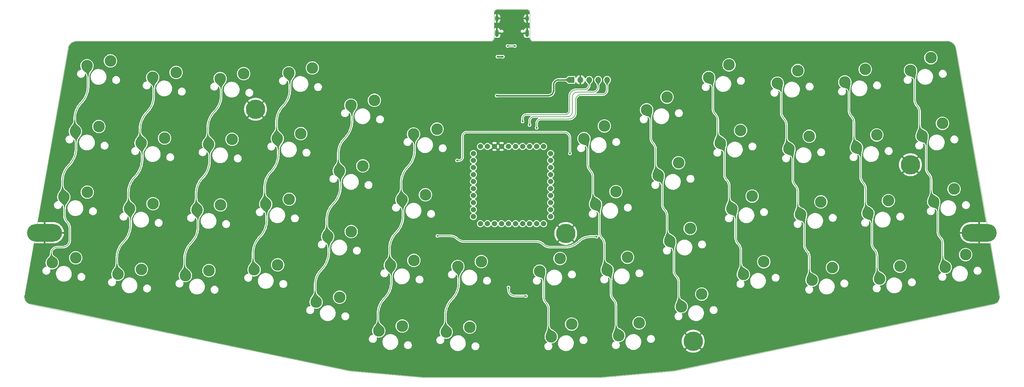
<source format=gtl>
G04 #@! TF.GenerationSoftware,KiCad,Pcbnew,(6.99.0-1912-g359c99991b)*
G04 #@! TF.CreationDate,2022-08-15T14:05:59+07:00*
G04 #@! TF.ProjectId,atreus52,61747265-7573-4353-922e-6b696361645f,1*
G04 #@! TF.SameCoordinates,Original*
G04 #@! TF.FileFunction,Copper,L1,Top*
G04 #@! TF.FilePolarity,Positive*
%FSLAX46Y46*%
G04 Gerber Fmt 4.6, Leading zero omitted, Abs format (unit mm)*
G04 Created by KiCad (PCBNEW (6.99.0-1912-g359c99991b)) date 2022-08-15 14:05:59*
%MOMM*%
%LPD*%
G01*
G04 APERTURE LIST*
G04 #@! TA.AperFunction,ComponentPad*
%ADD10O,10.000000X5.000000*%
G04 #@! TD*
G04 #@! TA.AperFunction,ComponentPad*
%ADD11C,5.500000*%
G04 #@! TD*
G04 #@! TA.AperFunction,ComponentPad*
%ADD12C,3.300000*%
G04 #@! TD*
G04 #@! TA.AperFunction,ComponentPad*
%ADD13O,1.000000X1.600000*%
G04 #@! TD*
G04 #@! TA.AperFunction,ComponentPad*
%ADD14O,1.000000X2.100000*%
G04 #@! TD*
G04 #@! TA.AperFunction,ComponentPad*
%ADD15O,1.700000X1.700000*%
G04 #@! TD*
G04 #@! TA.AperFunction,ComponentPad*
%ADD16R,1.700000X1.700000*%
G04 #@! TD*
G04 #@! TA.AperFunction,ComponentPad*
%ADD17C,1.500000*%
G04 #@! TD*
G04 #@! TA.AperFunction,ViaPad*
%ADD18C,0.500000*%
G04 #@! TD*
G04 #@! TA.AperFunction,Conductor*
%ADD19C,0.400000*%
G04 #@! TD*
G04 #@! TA.AperFunction,Conductor*
%ADD20C,0.200000*%
G04 #@! TD*
G04 #@! TA.AperFunction,Profile*
%ADD21C,0.100000*%
G04 #@! TD*
G04 APERTURE END LIST*
D10*
X271999999Y-54599999D03*
X5699999Y-54599999D03*
D11*
X252400000Y-35200000D03*
X190500160Y-85525000D03*
X154200000Y-54800000D03*
X65800000Y-19400000D03*
D12*
X177230625Y-19544745D03*
X183043088Y-15940667D03*
X11184902Y-44422695D03*
X17879497Y-43023949D03*
X224377617Y-68095349D03*
X230190080Y-64491271D03*
X233711963Y-11616415D03*
X239524426Y-8012337D03*
X180529940Y-38256092D03*
X186342403Y-34652014D03*
X92976218Y-18227646D03*
X99670813Y-16828900D03*
X72007445Y-27730831D03*
X78702040Y-26332085D03*
X26596934Y-66433357D03*
X33291529Y-65034611D03*
D13*
X134579999Y6484999D03*
D14*
X134579999Y2304999D03*
D13*
X143219999Y6484999D03*
D14*
X143219999Y2304999D03*
D12*
X169285465Y-83902141D03*
X175097928Y-80298063D03*
X75306760Y-9019484D03*
X82001355Y-7620738D03*
X17783533Y-7000000D03*
X24478128Y-5601254D03*
X217778987Y-30672654D03*
X223591450Y-27068576D03*
X14484217Y-25711347D03*
X21178812Y-24312601D03*
D15*
X165959999Y-10999999D03*
X163419999Y-10999999D03*
X160879999Y-10999999D03*
X158339999Y-10999999D03*
D16*
X155799999Y-10999999D03*
D12*
X120153265Y-82912995D03*
X126847860Y-81514249D03*
X83078272Y-74361688D03*
X89772867Y-72962942D03*
X183829256Y-56967440D03*
X189641719Y-53363362D03*
X194900083Y-10336583D03*
X200712546Y-6732505D03*
X86377587Y-55650341D03*
X93072182Y-54251595D03*
X150058926Y-84236194D03*
X155871389Y-80632116D03*
X45829226Y-66778249D03*
X52523821Y-65379503D03*
X29896249Y-47722010D03*
X36590844Y-46323264D03*
X68708129Y-46442179D03*
X75402724Y-45043433D03*
X100921378Y-82585042D03*
X107615973Y-81186296D03*
X123450577Y-64212995D03*
X130145172Y-62814249D03*
X187128571Y-75678787D03*
X192941034Y-72074709D03*
X49128541Y-48066902D03*
X55823136Y-46668156D03*
X198199398Y-29047931D03*
X204011861Y-25443853D03*
X107520009Y-45162347D03*
X114214604Y-43763601D03*
X7885586Y-63134042D03*
X14580181Y-61735296D03*
X52427856Y-29355555D03*
X59122451Y-27956809D03*
X221078302Y-49384001D03*
X226890765Y-45779923D03*
X262321257Y-64451141D03*
X268133720Y-60847063D03*
X243609909Y-67750456D03*
X249422372Y-64146378D03*
X36494880Y-10299315D03*
X43189475Y-8900569D03*
X237011278Y-30327762D03*
X242823741Y-26723684D03*
X146761628Y-65536194D03*
X152574091Y-61932116D03*
X104220694Y-63873695D03*
X110915289Y-62474949D03*
X162686834Y-46479447D03*
X168499297Y-42875369D03*
X65408814Y-65153526D03*
X72103409Y-63754780D03*
X33195565Y-29010663D03*
X39890160Y-27611917D03*
X240310594Y-49039109D03*
X246123057Y-45435031D03*
X89676903Y-36938993D03*
X96371498Y-35540247D03*
X159387518Y-27768099D03*
X165199981Y-24164021D03*
X110819325Y-26451000D03*
X117513920Y-25052254D03*
X165986149Y-65190794D03*
X171798612Y-61586716D03*
X204798029Y-66470625D03*
X210610492Y-62866547D03*
D17*
X149894050Y-32000000D03*
X149894050Y-34000000D03*
X149894050Y-36000000D03*
X149894050Y-38000000D03*
X149894050Y-40000000D03*
X149894050Y-42000000D03*
X149894050Y-44000000D03*
X149894050Y-46000000D03*
X149894050Y-48000000D03*
X149894050Y-50000000D03*
X147894050Y-52000000D03*
X145894050Y-52000000D03*
X143894050Y-52000000D03*
X141894050Y-52000000D03*
X139894050Y-52000000D03*
X137894050Y-52000000D03*
X135894050Y-52000000D03*
X133894050Y-52000000D03*
X131894050Y-52000000D03*
X129894050Y-52000000D03*
X127894050Y-50000000D03*
X127894050Y-48000000D03*
X127894050Y-46000000D03*
X127894050Y-44000000D03*
X127894050Y-42000000D03*
X127894050Y-40000000D03*
X127894050Y-38000000D03*
X127894050Y-36000000D03*
X127894050Y-34000000D03*
X127894050Y-32000000D03*
X129894050Y-30000000D03*
X131894050Y-30000000D03*
X133894050Y-30000000D03*
X135894050Y-30000000D03*
X137894050Y-30000000D03*
X139894050Y-30000000D03*
X141894050Y-30000000D03*
X143894050Y-30000000D03*
X145894050Y-30000000D03*
X147894050Y-30000000D03*
D12*
X201498714Y-47759278D03*
X207311177Y-44155200D03*
X55727172Y-10644208D03*
X62421767Y-9245462D03*
X252423310Y-8317099D03*
X258235773Y-4713021D03*
X214479671Y-11961307D03*
X220292134Y-8357229D03*
X255722626Y-27028446D03*
X261535089Y-23424368D03*
X259021941Y-45739794D03*
X264834404Y-42135716D03*
D18*
X155200000Y-7226827D03*
X140203007Y-8112381D03*
X137500000Y-8100000D03*
X141500000Y-4400000D03*
X134700000Y-4400000D03*
X136300000Y-4400000D03*
X145900000Y-24700000D03*
X143900000Y-23900000D03*
X141900000Y-22900000D03*
X163000000Y-55700000D03*
X123200000Y-34000000D03*
X155400000Y-32000000D03*
X117600000Y-55500000D03*
X142867224Y-72625977D03*
X137900000Y-70200000D03*
X137600000Y-1339003D03*
X139700000Y-1339003D03*
X134500000Y-15500000D03*
D19*
X157874819Y-7774863D02*
G75*
G03*
X156551837Y-7226827I-1323019J-1322937D01*
G01*
X155200000Y-7226827D02*
X156551837Y-7226827D01*
X150656618Y-5856588D02*
G75*
G03*
X153964559Y-7226827I3307982J3307888D01*
G01*
X154607004Y-7226827D02*
X153964559Y-7226827D01*
X154607004Y-7226829D02*
G75*
G03*
X153581363Y-7651661I-4J-1450471D01*
G01*
X154607004Y-7226827D02*
X155200000Y-7226827D01*
X152469050Y-8112417D02*
G75*
G03*
X153581363Y-7651661I-50J1573117D01*
G01*
X140203007Y-8112381D02*
X152469050Y-8112381D01*
X150656636Y-5856570D02*
G75*
G03*
X147140053Y-4400000I-3516536J-3516630D01*
G01*
X147140053Y-4400000D02*
X141500000Y-4400000D01*
X158340000Y-11000000D02*
X158340000Y-8897787D01*
X158339993Y-8897787D02*
G75*
G03*
X157874842Y-7774840I-1588093J-13D01*
G01*
X137512381Y-8112381D02*
X137500000Y-8100000D01*
X140203007Y-8112381D02*
X137512381Y-8112381D01*
X136300000Y-4400000D02*
X134700000Y-4400000D01*
D20*
X154750812Y-21500000D02*
X145125796Y-21500000D01*
X156100000Y-15819221D02*
X156100000Y-20117805D01*
X161985013Y-14500000D02*
X157512102Y-14500000D01*
X163420000Y-11000000D02*
X163420000Y-13135367D01*
X154750812Y-21499995D02*
G75*
G03*
X155688333Y-21111665I-12J1325895D01*
G01*
X157512102Y-14500018D02*
G75*
G03*
X156467144Y-14932856I-2J-1477782D01*
G01*
X155688323Y-21111655D02*
G75*
G03*
X156100000Y-20117805I-993823J993855D01*
G01*
X144228166Y-21871808D02*
G75*
G03*
X143900000Y-22664116I792334J-792292D01*
G01*
X161985013Y-14500012D02*
G75*
G03*
X163034861Y-14065139I-13J1484712D01*
G01*
X143900000Y-22664116D02*
X143900000Y-23900000D01*
X163034886Y-14065164D02*
G75*
G03*
X163420000Y-13135367I-929786J929764D01*
G01*
X145125796Y-21500002D02*
G75*
G03*
X144228179Y-21871821I4J-1269398D01*
G01*
X156467136Y-14932848D02*
G75*
G03*
X156100000Y-15819221I886364J-886352D01*
G01*
X165960000Y-13895433D02*
X165960000Y-11000000D01*
X147103537Y-22200000D02*
X155078595Y-22200000D01*
X145900000Y-24700000D02*
X145900000Y-23386397D01*
X165574900Y-14825066D02*
G75*
G03*
X165960000Y-13895433I-929600J929666D01*
G01*
X164669788Y-15200004D02*
G75*
G03*
X165574917Y-14825083I12J1280004D01*
G01*
X157439679Y-15660303D02*
G75*
G03*
X157000000Y-16721813I1061521J-1061497D01*
G01*
X158550965Y-15200000D02*
X164669788Y-15200000D01*
X156480810Y-21619166D02*
G75*
G03*
X157000000Y-20365739I-1253510J1253466D01*
G01*
X155078595Y-22200010D02*
G75*
G03*
X156480822Y-21619178I5J1983010D01*
G01*
X157000000Y-20365739D02*
X157000000Y-16721813D01*
X147103537Y-22200013D02*
G75*
G03*
X146243936Y-22556064I-37J-1215587D01*
G01*
X158550965Y-15199985D02*
G75*
G03*
X157439688Y-15660312I35J-1571615D01*
G01*
X146243931Y-22556059D02*
G75*
G03*
X145900000Y-23386397I830369J-830341D01*
G01*
X142914214Y-20900010D02*
G75*
G03*
X142207107Y-21192893I-14J-999990D01*
G01*
X142192886Y-21207100D02*
G75*
G03*
X141900000Y-21914194I707114J-707100D01*
G01*
X142207107Y-21192893D02*
X142192893Y-21207107D01*
X141900000Y-21914194D02*
X141900000Y-22900000D01*
X155300000Y-15609408D02*
X155300000Y-19715712D01*
X154094329Y-20900000D02*
X142914214Y-20900000D01*
X159554448Y-13800000D02*
X157246206Y-13800000D01*
X155801616Y-14398360D02*
G75*
G03*
X155300000Y-15609408I1211084J-1211040D01*
G01*
X154957563Y-20542435D02*
G75*
G03*
X155300000Y-19715712I-826763J826735D01*
G01*
X159554448Y-13800027D02*
G75*
G03*
X160485763Y-13414235I-48J1317127D01*
G01*
X154094329Y-20900019D02*
G75*
G03*
X154957563Y-20542435I-29J1220819D01*
G01*
X160485780Y-13414252D02*
G75*
G03*
X160880000Y-12462474I-951780J951752D01*
G01*
X157246206Y-13799998D02*
G75*
G03*
X155801628Y-14398372I-6J-2042902D01*
G01*
X160880000Y-11000000D02*
X160880000Y-12462474D01*
X147803941Y-57903933D02*
G75*
G03*
X149725805Y-58700000I1921859J1921833D01*
G01*
X147803933Y-57903941D02*
G75*
G03*
X145863094Y-57100000I-1940833J-1940759D01*
G01*
X161235926Y-55700000D02*
X163000000Y-55700000D01*
X149725805Y-58700000D02*
X153993294Y-58700000D01*
X125190568Y-57100000D02*
X145863094Y-57100000D01*
X161235926Y-55700008D02*
G75*
G03*
X157931088Y-57068914I-26J-4673692D01*
G01*
X153993294Y-58699990D02*
G75*
G03*
X157931087Y-57068913I6J5568890D01*
G01*
X117600000Y-55500000D02*
X121327931Y-55500000D01*
X123328769Y-56328810D02*
G75*
G03*
X121327931Y-55500000I-2000869J-2000790D01*
G01*
X123328798Y-56328781D02*
G75*
G03*
X125190568Y-57100000I1861802J1861681D01*
G01*
X8076264Y-59223732D02*
G75*
G03*
X7600000Y-60373542I1149816J-1149808D01*
G01*
X9340656Y-58699997D02*
G75*
G03*
X8076266Y-59223734I4J-1788103D01*
G01*
X10871586Y-58699980D02*
G75*
G03*
X12285785Y-58114213I14J1999980D01*
G01*
X12314227Y-58085801D02*
G75*
G03*
X12900000Y-56671555I-1414227J1414201D01*
G01*
X12899998Y-53419049D02*
G75*
G03*
X12108730Y-51508732I-2701628J-1D01*
G01*
X11400010Y-49797702D02*
G75*
G03*
X12108731Y-51508731I2419790J2D01*
G01*
X12900000Y-53419049D02*
X12900000Y-56671555D01*
X12314213Y-58085787D02*
X12285786Y-58114214D01*
X11400000Y-44637793D02*
X11400000Y-49797702D01*
X11184902Y-44422695D02*
X11400000Y-44637793D01*
X10871586Y-58700000D02*
X9340656Y-58700000D01*
X7600000Y-62848456D02*
X7600000Y-60373542D01*
X153629465Y-25900000D02*
X126024952Y-25900000D01*
X124507107Y-33692893D02*
X124492893Y-33707107D01*
X123785786Y-34000000D02*
X123200000Y-34000000D01*
X155400000Y-32000000D02*
X155400000Y-27543722D01*
X124800000Y-27065048D02*
X124800000Y-32985808D01*
X124507114Y-33692900D02*
G75*
G03*
X124800000Y-32985808I-707114J707100D01*
G01*
X123785786Y-33999990D02*
G75*
G03*
X124492893Y-33707107I14J999990D01*
G01*
X155399979Y-27543722D02*
G75*
G03*
X154944851Y-26444851I-1554079J22D01*
G01*
X126024952Y-25899953D02*
G75*
G03*
X125128839Y-26271161I48J-1267347D01*
G01*
X125128820Y-26271142D02*
G75*
G03*
X124800000Y-27065048I793880J-793858D01*
G01*
X154944861Y-26444841D02*
G75*
G03*
X153629465Y-25900000I-1315361J-1315359D01*
G01*
X139700409Y-72625977D02*
X142867224Y-72625977D01*
X137900000Y-70200000D02*
X137900000Y-70923494D01*
X137899997Y-70923494D02*
G75*
G03*
X138378348Y-72078346I1633203J-6D01*
G01*
X138378336Y-72078358D02*
G75*
G03*
X139700409Y-72625977I1322064J1322058D01*
G01*
X137600000Y-1339003D02*
X139700000Y-1339003D01*
D19*
X152204796Y-11000000D02*
X155800000Y-11000000D01*
X134500000Y-15500000D02*
X149343576Y-15500000D01*
X150700000Y-14125057D02*
X150700000Y-12568011D01*
X151172343Y-11427655D02*
G75*
G03*
X150700000Y-12568011I1140357J-1140345D01*
G01*
X149343576Y-15499990D02*
G75*
G03*
X150293451Y-15106547I24J1343290D01*
G01*
X152204796Y-10999996D02*
G75*
G03*
X151172345Y-11427657I4J-1460104D01*
G01*
X150293466Y-15106562D02*
G75*
G03*
X150700000Y-14125057I-981466J981462D01*
G01*
D20*
X10800000Y-39779136D02*
X10800000Y-44037793D01*
X14300000Y-25527130D02*
X14300000Y-21994677D01*
X14484217Y-25711347D02*
X14300000Y-25527130D01*
X14700000Y-25927130D02*
X14700000Y-30363687D01*
X18100000Y-7316467D02*
X17783533Y-7000000D01*
X14484217Y-25711347D02*
X14700000Y-25927130D01*
X18100000Y-12820669D02*
X18100000Y-7316467D01*
X7885586Y-63134042D02*
X7600000Y-62848456D01*
X10800000Y-44037793D02*
X11184902Y-44422695D01*
X12623725Y-35376275D02*
G75*
G03*
X14700000Y-30363687I-5012605J5012585D01*
G01*
X12623726Y-35376276D02*
G75*
G03*
X10800000Y-39779136I4402864J-4402864D01*
G01*
X16134714Y-17565288D02*
G75*
G03*
X18100000Y-12820669I-4744614J4744618D01*
G01*
X16134725Y-17565299D02*
G75*
G03*
X14300000Y-21994677I4429375J-4429401D01*
G01*
X32900000Y-28715098D02*
X33195565Y-29010663D01*
X36800000Y-10604435D02*
X36800000Y-15720151D01*
X30200000Y-48025761D02*
X29896249Y-47722010D01*
X32900000Y-28715098D02*
X32900000Y-25135544D01*
X30200000Y-52396839D02*
X30200000Y-48025761D01*
X29600000Y-47425761D02*
X29896249Y-47722010D01*
X33195565Y-29010663D02*
X33500000Y-29315098D01*
X29600000Y-43098351D02*
X29600000Y-47425761D01*
X36494880Y-10299315D02*
X36800000Y-10604435D01*
X26300000Y-66136423D02*
X26300000Y-61812299D01*
X33500000Y-29315098D02*
X33500000Y-33682900D01*
X26596934Y-66433357D02*
X26300000Y-66136423D01*
X34975742Y-20124254D02*
G75*
G03*
X36800000Y-15720151I-4404042J4404104D01*
G01*
X28217873Y-57182116D02*
G75*
G03*
X26300000Y-61812299I4630227J-4630184D01*
G01*
X28217879Y-57182122D02*
G75*
G03*
X30200000Y-52396839I-4785309J4785282D01*
G01*
X31437312Y-38662688D02*
G75*
G03*
X29600000Y-43098351I4435658J-4435662D01*
G01*
X31437312Y-38662688D02*
G75*
G03*
X33500000Y-33682900I-4979812J4979788D01*
G01*
X34975742Y-20124254D02*
G75*
G03*
X32900000Y-25135544I5011288J-5011286D01*
G01*
X56000000Y-10917036D02*
X55727172Y-10644208D01*
X45829226Y-66778249D02*
X45600000Y-66549023D01*
X48900000Y-47838361D02*
X48900000Y-43405927D01*
X52700000Y-29627699D02*
X52427856Y-29355555D01*
X52200000Y-29127699D02*
X52200000Y-24748870D01*
X56000000Y-15574788D02*
X56000000Y-10917036D01*
X52427856Y-29355555D02*
X52200000Y-29127699D01*
X45600000Y-66549023D02*
X45600000Y-62090143D01*
X49128541Y-48066902D02*
X48900000Y-47838361D01*
X52700000Y-34231875D02*
X52700000Y-29627699D01*
X49400000Y-52915981D02*
X49400000Y-48338361D01*
X49400000Y-48338361D02*
X49128541Y-48066902D01*
X54214438Y-19885574D02*
G75*
G03*
X56000000Y-15574788I-4310838J4310774D01*
G01*
X54214443Y-19885579D02*
G75*
G03*
X52200000Y-24748870I4863357J-4863321D01*
G01*
X47572843Y-57327158D02*
G75*
G03*
X49400000Y-52915981I-4411223J4411178D01*
G01*
X50813388Y-38786628D02*
G75*
G03*
X52700000Y-34231875I-4554788J4554728D01*
G01*
X50813383Y-38786623D02*
G75*
G03*
X48900000Y-43405927I4619297J-4619307D01*
G01*
X47572841Y-57327156D02*
G75*
G03*
X45600000Y-62090143I4763159J-4762984D01*
G01*
X71800000Y-27523386D02*
X71800000Y-22953774D01*
X72300000Y-32268351D02*
X72300000Y-28023386D01*
X75600000Y-9312724D02*
X75306760Y-9019484D01*
X65100000Y-64844712D02*
X65100000Y-60450924D01*
X68708129Y-46442179D02*
X68400000Y-46134050D01*
X68400000Y-46134050D02*
X68400000Y-41683815D01*
X72300000Y-28023386D02*
X72007445Y-27730831D01*
X75600000Y-13779753D02*
X75600000Y-9312724D01*
X65408814Y-65153526D02*
X65100000Y-64844712D01*
X69000000Y-46734050D02*
X68708129Y-46442179D01*
X69000000Y-51035470D02*
X69000000Y-46734050D01*
X72007445Y-27730831D02*
X71800000Y-27523386D01*
X73676508Y-18423508D02*
G75*
G03*
X71800000Y-22953774I4530292J-4530292D01*
G01*
X70297737Y-37102249D02*
G75*
G03*
X68400000Y-41683815I4581563J-4581551D01*
G01*
X67045219Y-55754825D02*
G75*
G03*
X69000000Y-51035470I-4719419J4719325D01*
G01*
X67045189Y-55754795D02*
G75*
G03*
X65100000Y-60450924I4696111J-4696105D01*
G01*
X73676499Y-18423499D02*
G75*
G03*
X75600000Y-13779753I-4643759J4643749D01*
G01*
X70297767Y-37102279D02*
G75*
G03*
X72300000Y-32268351I-4833967J4833879D01*
G01*
X89400000Y-32055869D02*
X89400000Y-36662090D01*
X82800000Y-69444230D02*
X82800000Y-74083416D01*
X86700000Y-55972754D02*
X86700000Y-60028853D01*
X90000000Y-37262090D02*
X89676903Y-36938993D01*
X92976218Y-18227646D02*
X93300000Y-18551428D01*
X86377587Y-55650341D02*
X86100000Y-55372754D01*
X93300000Y-18551428D02*
X93300000Y-22640506D01*
X89400000Y-36662090D02*
X89676903Y-36938993D01*
X90000000Y-41413267D02*
X90000000Y-37262090D01*
X86377587Y-55650341D02*
X86700000Y-55972754D01*
X86100000Y-55372754D02*
X86100000Y-50828741D01*
X82800000Y-74083416D02*
X83078272Y-74361688D01*
X91207291Y-27692745D02*
G75*
G03*
X89400000Y-32055869I4363109J-4363155D01*
G01*
X84599043Y-65100957D02*
G75*
G03*
X86700000Y-60028853I-5072033J5072107D01*
G01*
X87958819Y-46341219D02*
G75*
G03*
X90000000Y-41413267I-4928019J4927919D01*
G01*
X87958800Y-46341200D02*
G75*
G03*
X86100000Y-50828741I4487540J-4487540D01*
G01*
X91207260Y-27692714D02*
G75*
G03*
X93300000Y-22640506I-5052060J5052214D01*
G01*
X84599031Y-65100945D02*
G75*
G03*
X82800000Y-69444230I4343269J-4343255D01*
G01*
X104500000Y-64153001D02*
X104220694Y-63873695D01*
X104220694Y-63873695D02*
X104000000Y-63653001D01*
X107300000Y-44942338D02*
X107300000Y-40429978D01*
X107800000Y-45442338D02*
X107520009Y-45162347D01*
X107800000Y-49971655D02*
X107800000Y-45442338D01*
X104000000Y-63653001D02*
X104000000Y-59145613D01*
X100700000Y-82363664D02*
X100700000Y-77878544D01*
X104500000Y-68704757D02*
X104500000Y-64153001D01*
X111100000Y-26731675D02*
X110819325Y-26451000D01*
X100921378Y-82585042D02*
X100700000Y-82363664D01*
X107520009Y-45162347D02*
X107300000Y-44942338D01*
X111100000Y-31255973D02*
X111100000Y-26731675D01*
X102664813Y-73135193D02*
G75*
G03*
X104500000Y-68704757I-4430313J4430443D01*
G01*
X109230407Y-35769635D02*
G75*
G03*
X107300000Y-40429978I4660293J-4660365D01*
G01*
X102664812Y-73135192D02*
G75*
G03*
X100700000Y-77878544I4743168J-4743348D01*
G01*
X105941435Y-54458551D02*
G75*
G03*
X104000000Y-59145613I4687065J-4687049D01*
G01*
X105941467Y-54458583D02*
G75*
G03*
X107800000Y-49971655I-4486867J4486883D01*
G01*
X109230390Y-35769618D02*
G75*
G03*
X111100000Y-31255973I-4513590J4513618D01*
G01*
X256900000Y-28205820D02*
X255722626Y-27028446D01*
X262321257Y-64451141D02*
X261600000Y-63729884D01*
X255000000Y-26305820D02*
X255000000Y-20039515D01*
X258300000Y-45017853D02*
X258300000Y-39521340D01*
X259021941Y-45739794D02*
X258300000Y-45017853D01*
X253600000Y-9493789D02*
X252423310Y-8317099D01*
X253600000Y-16659662D02*
X253600000Y-9493789D01*
X256900000Y-36141446D02*
X256900000Y-28205820D01*
X260200000Y-54209511D02*
X260200000Y-46917853D01*
X261600000Y-63729884D02*
X261600000Y-57589384D01*
X260200000Y-46917853D02*
X259021941Y-45739794D01*
X255722626Y-27028446D02*
X255000000Y-26305820D01*
X254999987Y-20039515D02*
G75*
G03*
X254335655Y-18435654I-2268187J15D01*
G01*
X253600029Y-16659662D02*
G75*
G03*
X254335656Y-18435653I2511571J-38D01*
G01*
X260199980Y-54209511D02*
G75*
G03*
X260900363Y-55900359I2391220J11D01*
G01*
X261600009Y-57589384D02*
G75*
G03*
X260900363Y-55900359I-2388609J-16D01*
G01*
X256899981Y-36141446D02*
G75*
G03*
X257577809Y-37777808I2314219J46D01*
G01*
X258299980Y-39521340D02*
G75*
G03*
X257577808Y-37777809I-2465680J40D01*
G01*
X234900000Y-19667259D02*
X234900000Y-12804452D01*
X241400000Y-50128515D02*
X241400000Y-57604236D01*
X242900000Y-67040547D02*
X243609909Y-67750456D01*
X239600000Y-48328515D02*
X239600000Y-42012692D01*
X236300000Y-29616484D02*
X236300000Y-23047142D01*
X238200000Y-31516484D02*
X237011278Y-30327762D01*
X242900000Y-61225540D02*
X242900000Y-67040547D01*
X240310594Y-49039109D02*
X241400000Y-50128515D01*
X234900000Y-12804452D02*
X233711963Y-11616415D01*
X240310594Y-49039109D02*
X239600000Y-48328515D01*
X237011278Y-30327762D02*
X236300000Y-29616484D01*
X238200000Y-38632748D02*
X238200000Y-31516484D01*
X238199980Y-38632748D02*
G75*
G03*
X238883950Y-40283950I2335220J48D01*
G01*
X239599992Y-42012692D02*
G75*
G03*
X238883950Y-40283950I-2444892J-8D01*
G01*
X234900042Y-19667259D02*
G75*
G03*
X235630269Y-21430269I2493258J-41D01*
G01*
X242899969Y-61225540D02*
G75*
G03*
X242104111Y-59304113I-2717269J40D01*
G01*
X236299971Y-23047142D02*
G75*
G03*
X235630269Y-21430269I-2286571J42D01*
G01*
X241399979Y-57604236D02*
G75*
G03*
X242104112Y-59304112I2404021J36D01*
G01*
X222200000Y-58090604D02*
X222200000Y-50505699D01*
X223600000Y-67317732D02*
X223600000Y-61470517D01*
X220300000Y-48605699D02*
X220300000Y-42826092D01*
X217100000Y-29993667D02*
X217100000Y-23939293D01*
X218900000Y-39446231D02*
X218900000Y-31793667D01*
X222200000Y-50505699D02*
X221078302Y-49384001D01*
X215600000Y-13081636D02*
X214479671Y-11961307D01*
X217778987Y-30672654D02*
X217100000Y-29993667D01*
X221078302Y-49384001D02*
X220300000Y-48605699D01*
X218900000Y-31793667D02*
X217778987Y-30672654D01*
X224377617Y-68095349D02*
X223600000Y-67317732D01*
X215600000Y-20317973D02*
X215600000Y-13081636D01*
X220300007Y-42826092D02*
G75*
G03*
X219574416Y-41074416I-2477207J-8D01*
G01*
X218899978Y-39446231D02*
G75*
G03*
X219574416Y-41074416I2302622J31D01*
G01*
X222199998Y-58090604D02*
G75*
G03*
X222913750Y-59813750I2436902J4D01*
G01*
X217100003Y-23939293D02*
G75*
G03*
X216294394Y-21994396I-2750503J-7D01*
G01*
X223599998Y-61470517D02*
G75*
G03*
X222913750Y-59813750I-2342998J17D01*
G01*
X215600013Y-20317973D02*
G75*
G03*
X216294395Y-21994395I2370787J-27D01*
G01*
X204100000Y-65772596D02*
X204100000Y-59634982D01*
X202600000Y-56013643D02*
X202600000Y-48860564D01*
X199400000Y-37976448D02*
X199400000Y-30248533D01*
X197500000Y-28348533D02*
X198199398Y-29047931D01*
X197500000Y-22514711D02*
X197500000Y-28348533D01*
X201498714Y-47759278D02*
X200800000Y-47060564D01*
X194900083Y-10336583D02*
X196100000Y-11536500D01*
X199400000Y-30248533D02*
X198199398Y-29047931D01*
X202600000Y-48860564D02*
X201498714Y-47759278D01*
X200800000Y-47060564D02*
X200800000Y-41356369D01*
X204798029Y-66470625D02*
X204100000Y-65772596D01*
X196100000Y-11536500D02*
X196100000Y-19134842D01*
X204100009Y-59634982D02*
G75*
G03*
X203297460Y-57697460I-2740109J-18D01*
G01*
X196099972Y-19134842D02*
G75*
G03*
X196782472Y-20782470I2330128J42D01*
G01*
X199399951Y-37976448D02*
G75*
G03*
X200053050Y-39553050I2229649J48D01*
G01*
X197500000Y-22514711D02*
G75*
G03*
X196782470Y-20782472I-2449700J11D01*
G01*
X200800022Y-41356369D02*
G75*
G03*
X200053050Y-39553050I-2550322J-31D01*
G01*
X202599977Y-56013643D02*
G75*
G03*
X203297460Y-57697460I2381323J43D01*
G01*
X183100000Y-56238184D02*
X183100000Y-49867230D01*
X181700000Y-39426152D02*
X180529940Y-38256092D01*
X187128571Y-75678787D02*
X186400000Y-74950216D01*
X179800000Y-37526152D02*
X179800000Y-30855308D01*
X186400000Y-74950216D02*
X186400000Y-68656031D01*
X183829256Y-56967440D02*
X183100000Y-56238184D01*
X181700000Y-46487325D02*
X181700000Y-39426152D01*
X180529940Y-38256092D02*
X179800000Y-37526152D01*
X178400000Y-27475387D02*
X178400000Y-20714120D01*
X185000000Y-58138184D02*
X183829256Y-56967440D01*
X178400000Y-20714120D02*
X177230625Y-19544745D01*
X185000000Y-65276118D02*
X185000000Y-58138184D01*
X186399967Y-68656031D02*
G75*
G03*
X185723994Y-67023994I-2308067J31D01*
G01*
X179799976Y-30855308D02*
G75*
G03*
X179053799Y-29053799I-2547776J8D01*
G01*
X178400006Y-27475387D02*
G75*
G03*
X179053799Y-29053799I2232194J-13D01*
G01*
X184999997Y-65276118D02*
G75*
G03*
X185723995Y-67023993I2471903J18D01*
G01*
X181699985Y-46487325D02*
G75*
G03*
X182345358Y-48045358I2203415J25D01*
G01*
X183099984Y-49867230D02*
G75*
G03*
X182345357Y-48045359I-2576484J30D01*
G01*
X165200000Y-64404645D02*
X165986149Y-65190794D01*
X162686834Y-46479447D02*
X161900000Y-45692613D01*
X167100000Y-71971078D02*
X167100000Y-66304645D01*
X160500000Y-28880581D02*
X159387518Y-27768099D01*
X161900000Y-45692613D02*
X161900000Y-38596969D01*
X167100000Y-66304645D02*
X165986149Y-65190794D01*
X160500000Y-35217082D02*
X160500000Y-28880581D01*
X169285465Y-83902141D02*
X168500000Y-83116676D01*
X168500000Y-83116676D02*
X168500000Y-75351021D01*
X165200000Y-57836364D02*
X165200000Y-64404645D01*
X163800000Y-47592613D02*
X163800000Y-54456415D01*
X162686834Y-46479447D02*
X163800000Y-47592613D01*
X167100011Y-71971078D02*
G75*
G03*
X167756847Y-73556847I2242589J-22D01*
G01*
X161900020Y-38596969D02*
G75*
G03*
X161195034Y-36895036I-2406920J-31D01*
G01*
X160500021Y-35217082D02*
G75*
G03*
X161195035Y-36895035I2372979J-18D01*
G01*
X168499981Y-75351021D02*
G75*
G03*
X167756846Y-73556848I-2537381J21D01*
G01*
X163799985Y-54456415D02*
G75*
G03*
X164467216Y-56067216I2278015J15D01*
G01*
X165200026Y-57836364D02*
G75*
G03*
X164467216Y-56067216I-2502026J-36D01*
G01*
X123700000Y-64462418D02*
X123450577Y-64212995D01*
X119900000Y-82659730D02*
X119900000Y-78067402D01*
X120153265Y-82912995D02*
X119900000Y-82659730D01*
X123700000Y-68893381D02*
X123700000Y-64462418D01*
X121786158Y-73513880D02*
G75*
G03*
X123700000Y-68893381I-4620558J4620480D01*
G01*
X121786133Y-73513855D02*
G75*
G03*
X119900000Y-78067402I4553567J-4553545D01*
G01*
X147900000Y-66674566D02*
X146761628Y-65536194D01*
X150058926Y-84236194D02*
X149300000Y-83477268D01*
X149300000Y-83477268D02*
X149300000Y-76285633D01*
X147900000Y-72905693D02*
X147900000Y-66674566D01*
X149299985Y-76285633D02*
G75*
G03*
X148603051Y-74603051I-2379485J33D01*
G01*
X147900014Y-72905693D02*
G75*
G03*
X148603051Y-74603051I2400486J-7D01*
G01*
G04 #@! TA.AperFunction,Conductor*
G36*
X143006163Y8998893D02*
G01*
X143163134Y8983432D01*
X143187351Y8978616D01*
X143332350Y8934632D01*
X143355170Y8925179D01*
X143437554Y8881144D01*
X143488789Y8853758D01*
X143509326Y8840035D01*
X143626449Y8743915D01*
X143643915Y8726449D01*
X143740035Y8609326D01*
X143753758Y8588789D01*
X143825179Y8455170D01*
X143834632Y8432351D01*
X143878616Y8287351D01*
X143883433Y8263131D01*
X143898893Y8106163D01*
X143899500Y8093813D01*
X143899500Y7774976D01*
X143879498Y7706855D01*
X143825842Y7660362D01*
X143755568Y7650258D01*
X143714104Y7663854D01*
X143613069Y7717859D01*
X143601687Y7722573D01*
X143491337Y7756048D01*
X143477234Y7756174D01*
X143474000Y7749255D01*
X143474000Y5226808D01*
X143477973Y5213277D01*
X143485530Y5212191D01*
X143601687Y5247427D01*
X143613069Y5252141D01*
X143714104Y5306146D01*
X143783610Y5320618D01*
X143849906Y5295214D01*
X143891944Y5238001D01*
X143899500Y5195024D01*
X143899500Y3844976D01*
X143879498Y3776855D01*
X143825842Y3730362D01*
X143755568Y3720258D01*
X143714104Y3733854D01*
X143613069Y3787859D01*
X143601687Y3792573D01*
X143491337Y3826048D01*
X143477234Y3826174D01*
X143474000Y3819255D01*
X143474000Y2177000D01*
X143453998Y2108879D01*
X143400342Y2062386D01*
X143348000Y2051000D01*
X142230115Y2051000D01*
X142214876Y2046525D01*
X142213671Y2045135D01*
X142212000Y2037452D01*
X142212000Y1708574D01*
X142212303Y1702402D01*
X142225978Y1563562D01*
X142228384Y1551468D01*
X142282427Y1373313D01*
X142287141Y1361931D01*
X142374904Y1197739D01*
X142381755Y1187486D01*
X142499861Y1043573D01*
X142508573Y1034861D01*
X142551051Y1000000D01*
X135248949Y1000000D01*
X135291427Y1034861D01*
X135300139Y1043573D01*
X135418245Y1187486D01*
X135425096Y1197739D01*
X135512859Y1361931D01*
X135517573Y1373313D01*
X135571616Y1551468D01*
X135574022Y1563562D01*
X135587697Y1702402D01*
X135588000Y1708574D01*
X135588000Y2032885D01*
X135583525Y2048124D01*
X135582135Y2049329D01*
X135574452Y2051000D01*
X134452000Y2051000D01*
X134383879Y2071002D01*
X134337386Y2124658D01*
X134326000Y2177000D01*
X134326000Y2577115D01*
X134834000Y2577115D01*
X134838475Y2561876D01*
X134839865Y2560671D01*
X134847548Y2559000D01*
X135569885Y2559000D01*
X135586563Y2563897D01*
X135657560Y2563897D01*
X135711156Y2532096D01*
X135756780Y2486472D01*
X135876874Y2425281D01*
X135886663Y2423731D01*
X135886665Y2423730D01*
X135916149Y2419060D01*
X135976512Y2409500D01*
X136043488Y2409500D01*
X136103851Y2419060D01*
X136133335Y2423730D01*
X136133337Y2423731D01*
X136143126Y2425281D01*
X136263220Y2486472D01*
X136358528Y2581780D01*
X136419719Y2701874D01*
X136440804Y2835000D01*
X141359196Y2835000D01*
X141380281Y2701874D01*
X141441472Y2581780D01*
X141536780Y2486472D01*
X141656874Y2425281D01*
X141666663Y2423731D01*
X141666665Y2423730D01*
X141696149Y2419060D01*
X141756512Y2409500D01*
X141823488Y2409500D01*
X141883851Y2419060D01*
X141913335Y2423730D01*
X141913337Y2423731D01*
X141923126Y2425281D01*
X142043220Y2486472D01*
X142086715Y2529967D01*
X142149027Y2563993D01*
X142202591Y2563993D01*
X142225545Y2559000D01*
X142947885Y2559000D01*
X142963124Y2563475D01*
X142964329Y2564865D01*
X142966000Y2572548D01*
X142966000Y3813192D01*
X142962027Y3826723D01*
X142954470Y3827809D01*
X142838313Y3792573D01*
X142826931Y3787859D01*
X142662739Y3700096D01*
X142652486Y3693245D01*
X142508573Y3575139D01*
X142499861Y3566427D01*
X142381755Y3422514D01*
X142374904Y3412261D01*
X142287141Y3248069D01*
X142282428Y3236689D01*
X142275403Y3213532D01*
X142236487Y3154151D01*
X142171646Y3125236D01*
X142101465Y3135968D01*
X142065734Y3161014D01*
X142043220Y3183528D01*
X141923126Y3244719D01*
X141913337Y3246269D01*
X141913335Y3246270D01*
X141883851Y3250940D01*
X141823488Y3260500D01*
X141756512Y3260500D01*
X141696149Y3250940D01*
X141666665Y3246270D01*
X141666663Y3246269D01*
X141656874Y3244719D01*
X141536780Y3183528D01*
X141441472Y3088220D01*
X141380281Y2968126D01*
X141359196Y2835000D01*
X136440804Y2835000D01*
X136419719Y2968126D01*
X136358528Y3088220D01*
X136263220Y3183528D01*
X136143126Y3244719D01*
X136133337Y3246269D01*
X136133335Y3246270D01*
X136103851Y3250940D01*
X136043488Y3260500D01*
X135976512Y3260500D01*
X135916149Y3250940D01*
X135886665Y3246270D01*
X135886663Y3246269D01*
X135876874Y3244719D01*
X135756780Y3183528D01*
X135734266Y3161014D01*
X135671954Y3126988D01*
X135601139Y3132053D01*
X135544303Y3174600D01*
X135524597Y3213532D01*
X135517572Y3236689D01*
X135512859Y3248069D01*
X135425096Y3412261D01*
X135418245Y3422514D01*
X135300139Y3566427D01*
X135291427Y3575139D01*
X135147514Y3693245D01*
X135137261Y3700096D01*
X134973069Y3787859D01*
X134961687Y3792573D01*
X134851337Y3826048D01*
X134837234Y3826174D01*
X134834000Y3819255D01*
X134834000Y2577115D01*
X134326000Y2577115D01*
X134326000Y3813192D01*
X134322027Y3826723D01*
X134314470Y3827809D01*
X134198313Y3792573D01*
X134186931Y3787859D01*
X134085896Y3733854D01*
X134016390Y3719382D01*
X133950094Y3744786D01*
X133908056Y3801999D01*
X133900500Y3844976D01*
X133900500Y5195024D01*
X133920502Y5263145D01*
X133974158Y5309638D01*
X134044432Y5319742D01*
X134085896Y5306146D01*
X134186931Y5252141D01*
X134198313Y5247427D01*
X134308663Y5213952D01*
X134322766Y5213826D01*
X134326000Y5220745D01*
X134326000Y5226808D01*
X134834000Y5226808D01*
X134837973Y5213277D01*
X134845530Y5212191D01*
X134961687Y5247427D01*
X134973069Y5252141D01*
X135137261Y5339904D01*
X135147514Y5346755D01*
X135291427Y5464861D01*
X135300139Y5473573D01*
X135418245Y5617486D01*
X135425096Y5627739D01*
X135512859Y5791931D01*
X135517573Y5803313D01*
X135571616Y5981468D01*
X135574022Y5993562D01*
X135587697Y6132402D01*
X135588000Y6138574D01*
X142212000Y6138574D01*
X142212303Y6132402D01*
X142225978Y5993562D01*
X142228384Y5981468D01*
X142282427Y5803313D01*
X142287141Y5791931D01*
X142374904Y5627739D01*
X142381755Y5617486D01*
X142499861Y5473573D01*
X142508573Y5464861D01*
X142652486Y5346755D01*
X142662739Y5339904D01*
X142826931Y5252141D01*
X142838313Y5247427D01*
X142948663Y5213952D01*
X142962766Y5213826D01*
X142966000Y5220745D01*
X142966000Y6212885D01*
X142961525Y6228124D01*
X142960135Y6229329D01*
X142952452Y6231000D01*
X142230115Y6231000D01*
X142214876Y6226525D01*
X142213671Y6225135D01*
X142212000Y6217452D01*
X142212000Y6138574D01*
X135588000Y6138574D01*
X135588000Y6212885D01*
X135583525Y6228124D01*
X135582135Y6229329D01*
X135574452Y6231000D01*
X134852115Y6231000D01*
X134836876Y6226525D01*
X134835671Y6225135D01*
X134834000Y6217452D01*
X134834000Y5226808D01*
X134326000Y5226808D01*
X134326000Y6757115D01*
X134834000Y6757115D01*
X134838475Y6741876D01*
X134839865Y6740671D01*
X134847548Y6739000D01*
X135569885Y6739000D01*
X135585124Y6743475D01*
X135586329Y6744865D01*
X135588000Y6752548D01*
X135588000Y6757115D01*
X142212000Y6757115D01*
X142216475Y6741876D01*
X142217865Y6740671D01*
X142225548Y6739000D01*
X142947885Y6739000D01*
X142963124Y6743475D01*
X142964329Y6744865D01*
X142966000Y6752548D01*
X142966000Y7743192D01*
X142962027Y7756723D01*
X142954470Y7757809D01*
X142838313Y7722573D01*
X142826931Y7717859D01*
X142662739Y7630096D01*
X142652486Y7623245D01*
X142508573Y7505139D01*
X142499861Y7496427D01*
X142381755Y7352514D01*
X142374904Y7342261D01*
X142287141Y7178069D01*
X142282427Y7166687D01*
X142228384Y6988532D01*
X142225978Y6976438D01*
X142212303Y6837598D01*
X142212000Y6831426D01*
X142212000Y6757115D01*
X135588000Y6757115D01*
X135588000Y6831426D01*
X135587697Y6837598D01*
X135574022Y6976438D01*
X135571616Y6988532D01*
X135517573Y7166687D01*
X135512859Y7178069D01*
X135425096Y7342261D01*
X135418245Y7352514D01*
X135300139Y7496427D01*
X135291427Y7505139D01*
X135147514Y7623245D01*
X135137261Y7630096D01*
X134973069Y7717859D01*
X134961687Y7722573D01*
X134851337Y7756048D01*
X134837234Y7756174D01*
X134834000Y7749255D01*
X134834000Y6757115D01*
X134326000Y6757115D01*
X134326000Y7743192D01*
X134322027Y7756723D01*
X134314470Y7757809D01*
X134198313Y7722573D01*
X134186931Y7717859D01*
X134085896Y7663854D01*
X134016390Y7649382D01*
X133950094Y7674786D01*
X133908056Y7731999D01*
X133900500Y7774976D01*
X133900500Y8093813D01*
X133901107Y8106163D01*
X133916567Y8263131D01*
X133921384Y8287351D01*
X133965368Y8432351D01*
X133974821Y8455170D01*
X134046242Y8588789D01*
X134059965Y8609326D01*
X134156085Y8726449D01*
X134173551Y8743915D01*
X134290674Y8840035D01*
X134311211Y8853758D01*
X134362447Y8881144D01*
X134444830Y8925179D01*
X134467650Y8934632D01*
X134612649Y8978616D01*
X134636866Y8983432D01*
X134793837Y8998893D01*
X134806187Y8999500D01*
X142993813Y8999500D01*
X143006163Y8998893D01*
G37*
G04 #@! TD.AperFunction*
G04 #@! TA.AperFunction,Conductor*
G36*
X143844917Y979998D02*
G01*
X143891410Y926342D01*
X143900882Y895880D01*
X143913466Y824516D01*
X143932938Y714082D01*
X143934822Y708906D01*
X143954160Y655776D01*
X143998798Y533132D01*
X144095079Y366368D01*
X144218856Y218856D01*
X144366368Y95079D01*
X144533132Y-1202D01*
X144538295Y-3081D01*
X144538299Y-3083D01*
X144672649Y-51982D01*
X144714082Y-67062D01*
X144719499Y-68017D01*
X144719502Y-68018D01*
X144789165Y-80301D01*
X144903719Y-100500D01*
X263045723Y-100500D01*
X263055510Y-100881D01*
X263097978Y-104190D01*
X263310335Y-120737D01*
X263324995Y-122750D01*
X263573511Y-171903D01*
X263587818Y-175618D01*
X263771853Y-235133D01*
X263828846Y-253564D01*
X263842633Y-258936D01*
X264072860Y-364600D01*
X264085917Y-371548D01*
X264276453Y-487786D01*
X264302172Y-503476D01*
X264314330Y-511911D01*
X264513622Y-668279D01*
X264524707Y-678081D01*
X264684401Y-836945D01*
X264704291Y-856732D01*
X264714149Y-867763D01*
X264804334Y-981481D01*
X264871554Y-1066241D01*
X264880052Y-1078355D01*
X265013105Y-1293921D01*
X265020124Y-1306946D01*
X265108222Y-1496289D01*
X265126985Y-1536616D01*
X265132428Y-1550376D01*
X265211623Y-1790981D01*
X265215417Y-1805284D01*
X265266856Y-2058425D01*
X265268115Y-2065716D01*
X265271215Y-2087440D01*
X265267824Y-2087924D01*
X265268020Y-2089580D01*
X265272300Y-2088825D01*
X273966245Y-51402329D01*
X273973613Y-51444124D01*
X273965742Y-51514683D01*
X273920974Y-51569785D01*
X273849527Y-51592000D01*
X272272115Y-51592000D01*
X272256876Y-51596475D01*
X272255671Y-51597865D01*
X272254000Y-51605548D01*
X272254000Y-57589885D01*
X272258475Y-57605124D01*
X272259865Y-57606329D01*
X272267548Y-57608000D01*
X274585692Y-57608000D01*
X274589364Y-57607893D01*
X274846141Y-57592938D01*
X274853408Y-57592089D01*
X274927255Y-57579068D01*
X274997814Y-57586938D01*
X275052918Y-57631705D01*
X275073220Y-57681277D01*
X277527792Y-71604020D01*
X277684719Y-72494137D01*
X277681414Y-72494720D01*
X277681857Y-72496063D01*
X277684242Y-72495573D01*
X277688815Y-72517824D01*
X277690231Y-72526105D01*
X277723592Y-72769874D01*
X277724756Y-72786628D01*
X277725034Y-72893337D01*
X277725387Y-73028462D01*
X277724311Y-73045224D01*
X277692772Y-73284985D01*
X277689476Y-73301454D01*
X277673381Y-73360954D01*
X277632658Y-73511495D01*
X277626330Y-73534886D01*
X277620876Y-73550762D01*
X277531095Y-73764547D01*
X277527238Y-73773732D01*
X277519717Y-73788749D01*
X277397260Y-73997274D01*
X277387809Y-74011158D01*
X277238697Y-74201553D01*
X277227491Y-74214047D01*
X277204866Y-74236118D01*
X277054384Y-74382914D01*
X277041606Y-74393815D01*
X276847585Y-74538151D01*
X276833471Y-74547256D01*
X276657958Y-74644557D01*
X276621966Y-74664510D01*
X276606766Y-74671656D01*
X276381560Y-74759730D01*
X276365545Y-74764792D01*
X276200859Y-74804988D01*
X276125888Y-74823287D01*
X276117670Y-74825004D01*
X276095912Y-74828800D01*
X276095333Y-74825483D01*
X276093629Y-74825738D01*
X276094516Y-74829968D01*
X185145903Y-93898918D01*
X185131337Y-93901092D01*
X164135671Y-95789975D01*
X164124381Y-95790482D01*
X113663726Y-95790482D01*
X113652436Y-95789975D01*
X92656768Y-93901092D01*
X92642202Y-93898918D01*
X49303090Y-84812123D01*
X98100267Y-84812123D01*
X98100552Y-84818110D01*
X98100552Y-84818114D01*
X98110203Y-85020724D01*
X98110494Y-85026824D01*
X98161169Y-85235710D01*
X98250460Y-85431230D01*
X98253939Y-85436116D01*
X98253941Y-85436119D01*
X98370796Y-85600219D01*
X98375140Y-85606319D01*
X98530703Y-85754647D01*
X98711526Y-85870855D01*
X98717100Y-85873087D01*
X98717101Y-85873087D01*
X98755738Y-85888555D01*
X98911074Y-85950742D01*
X98978427Y-85963723D01*
X99116244Y-85990285D01*
X99116246Y-85990285D01*
X99122134Y-85991420D01*
X99283224Y-85991420D01*
X99358992Y-85984185D01*
X99437601Y-85976679D01*
X99437605Y-85976678D01*
X99443577Y-85976108D01*
X99546868Y-85945779D01*
X99644051Y-85917244D01*
X99644056Y-85917242D01*
X99649815Y-85915551D01*
X99655152Y-85912800D01*
X99655156Y-85912798D01*
X99783375Y-85846696D01*
X99828918Y-85823217D01*
X101984262Y-85823217D01*
X102014340Y-86122198D01*
X102015316Y-86126295D01*
X102015317Y-86126299D01*
X102061329Y-86319373D01*
X102083999Y-86414502D01*
X102085509Y-86418422D01*
X102085510Y-86418426D01*
X102190073Y-86689916D01*
X102191998Y-86694913D01*
X102194018Y-86698599D01*
X102303517Y-86898409D01*
X102336408Y-86958428D01*
X102338901Y-86961812D01*
X102338902Y-86961813D01*
X102511081Y-87195496D01*
X102514652Y-87200343D01*
X102543687Y-87230365D01*
X102720620Y-87413313D01*
X102720625Y-87413317D01*
X102723550Y-87416342D01*
X102869146Y-87531318D01*
X102948347Y-87593862D01*
X102959375Y-87602571D01*
X103217916Y-87755705D01*
X103294971Y-87788379D01*
X103490689Y-87871371D01*
X103490693Y-87871372D01*
X103494562Y-87873013D01*
X103498615Y-87874123D01*
X103498620Y-87874125D01*
X103780310Y-87951288D01*
X103780317Y-87951289D01*
X103784375Y-87952401D01*
X103788543Y-87952961D01*
X103788550Y-87952963D01*
X103927026Y-87971586D01*
X104082184Y-87992453D01*
X104307462Y-87992453D01*
X104309547Y-87992313D01*
X104309560Y-87992313D01*
X104528050Y-87977686D01*
X104532248Y-87977405D01*
X104566387Y-87970466D01*
X104822584Y-87918392D01*
X104822586Y-87918391D01*
X104826716Y-87917552D01*
X104830695Y-87916170D01*
X104830700Y-87916169D01*
X105106589Y-87820370D01*
X105106591Y-87820369D01*
X105110580Y-87818984D01*
X105122652Y-87812884D01*
X105240053Y-87753558D01*
X105378772Y-87683460D01*
X105387658Y-87677360D01*
X105623040Y-87515781D01*
X105623047Y-87515776D01*
X105626509Y-87513399D01*
X105629625Y-87510581D01*
X105629631Y-87510576D01*
X105846243Y-87314662D01*
X105846248Y-87314657D01*
X105849368Y-87311835D01*
X106043372Y-87082365D01*
X106045638Y-87078816D01*
X106202788Y-86832645D01*
X106202792Y-86832638D01*
X106205060Y-86829085D01*
X106225477Y-86785088D01*
X106322324Y-86576389D01*
X108105913Y-86576389D01*
X108106198Y-86582376D01*
X108106198Y-86582380D01*
X108115849Y-86784990D01*
X108116140Y-86791090D01*
X108166815Y-86999976D01*
X108256106Y-87195496D01*
X108259585Y-87200382D01*
X108259587Y-87200385D01*
X108376442Y-87364485D01*
X108380786Y-87370585D01*
X108536349Y-87518913D01*
X108717172Y-87635121D01*
X108722746Y-87637353D01*
X108722747Y-87637353D01*
X108735891Y-87642615D01*
X108916720Y-87715008D01*
X108998849Y-87730837D01*
X109121890Y-87754551D01*
X109121892Y-87754551D01*
X109127780Y-87755686D01*
X109288870Y-87755686D01*
X109375037Y-87747458D01*
X109443247Y-87740945D01*
X109443251Y-87740944D01*
X109449223Y-87740374D01*
X109552514Y-87710045D01*
X109649697Y-87681510D01*
X109649702Y-87681508D01*
X109655461Y-87679817D01*
X109660798Y-87677066D01*
X109660802Y-87677064D01*
X109783200Y-87613963D01*
X109846511Y-87581324D01*
X110015469Y-87448454D01*
X110084642Y-87368625D01*
X110152295Y-87290549D01*
X110152295Y-87290548D01*
X110156228Y-87286010D01*
X110188355Y-87230365D01*
X110260698Y-87105063D01*
X110260699Y-87105061D01*
X110263700Y-87099863D01*
X110265662Y-87094195D01*
X110265664Y-87094190D01*
X110332039Y-86902412D01*
X110332039Y-86902411D01*
X110334002Y-86896740D01*
X110335218Y-86888286D01*
X110363738Y-86689916D01*
X110364591Y-86683983D01*
X110364301Y-86677883D01*
X110354650Y-86475284D01*
X110354650Y-86475283D01*
X110354364Y-86469282D01*
X110303689Y-86260396D01*
X110214398Y-86064876D01*
X110210055Y-86058776D01*
X110093199Y-85894675D01*
X110093197Y-85894673D01*
X110089718Y-85889787D01*
X109934155Y-85741459D01*
X109753332Y-85625251D01*
X109716384Y-85610459D01*
X109637458Y-85578862D01*
X109553784Y-85545364D01*
X109463508Y-85527965D01*
X109348614Y-85505821D01*
X109348612Y-85505821D01*
X109342724Y-85504686D01*
X109181634Y-85504686D01*
X109121345Y-85510443D01*
X109027257Y-85519427D01*
X109027253Y-85519428D01*
X109021281Y-85519998D01*
X108960612Y-85537812D01*
X108820807Y-85578862D01*
X108820802Y-85578864D01*
X108815043Y-85580555D01*
X108809706Y-85583306D01*
X108809702Y-85583308D01*
X108757037Y-85610459D01*
X108623993Y-85679048D01*
X108455035Y-85811918D01*
X108451108Y-85816450D01*
X108451107Y-85816451D01*
X108323495Y-85963723D01*
X108314276Y-85974362D01*
X108311274Y-85979562D01*
X108311273Y-85979563D01*
X108217751Y-86141549D01*
X108206804Y-86160509D01*
X108204842Y-86166177D01*
X108204840Y-86166182D01*
X108157724Y-86302315D01*
X108136502Y-86363632D01*
X108105913Y-86576389D01*
X106322324Y-86576389D01*
X106329775Y-86560333D01*
X106329778Y-86560325D01*
X106331547Y-86556513D01*
X106420575Y-86269515D01*
X106422541Y-86257860D01*
X106469855Y-85977363D01*
X106469856Y-85977358D01*
X106470555Y-85973211D01*
X106470719Y-85968317D01*
X106480456Y-85677089D01*
X106480456Y-85677083D01*
X106480596Y-85672889D01*
X106450518Y-85373908D01*
X106449065Y-85367808D01*
X106394794Y-85140076D01*
X117332154Y-85140076D01*
X117332439Y-85146063D01*
X117332439Y-85146067D01*
X117341467Y-85335597D01*
X117342381Y-85354777D01*
X117393056Y-85563663D01*
X117482347Y-85759183D01*
X117485826Y-85764069D01*
X117485828Y-85764072D01*
X117590641Y-85911261D01*
X117607027Y-85934272D01*
X117762590Y-86082600D01*
X117943413Y-86198808D01*
X117948987Y-86201040D01*
X117948988Y-86201040D01*
X117990703Y-86217740D01*
X118142961Y-86278695D01*
X118225090Y-86294524D01*
X118348131Y-86318238D01*
X118348133Y-86318238D01*
X118354021Y-86319373D01*
X118515111Y-86319373D01*
X118586844Y-86312523D01*
X118669488Y-86304632D01*
X118669492Y-86304631D01*
X118675464Y-86304061D01*
X118793117Y-86269515D01*
X118875938Y-86245197D01*
X118875943Y-86245195D01*
X118881702Y-86243504D01*
X118887039Y-86240753D01*
X118887043Y-86240751D01*
X119052687Y-86155355D01*
X119060805Y-86151170D01*
X121216149Y-86151170D01*
X121246227Y-86450151D01*
X121247203Y-86454248D01*
X121247204Y-86454252D01*
X121303365Y-86689916D01*
X121315886Y-86742455D01*
X121317396Y-86746375D01*
X121317397Y-86746379D01*
X121412821Y-86994139D01*
X121423885Y-87022866D01*
X121425905Y-87026552D01*
X121564749Y-87279910D01*
X121568295Y-87286381D01*
X121570788Y-87289765D01*
X121570789Y-87289766D01*
X121742968Y-87523449D01*
X121746539Y-87528296D01*
X121749462Y-87531318D01*
X121952507Y-87741266D01*
X121952512Y-87741270D01*
X121955437Y-87744295D01*
X122089429Y-87850107D01*
X122168175Y-87912292D01*
X122191262Y-87930524D01*
X122449803Y-88083658D01*
X122453685Y-88085304D01*
X122722576Y-88199324D01*
X122722580Y-88199325D01*
X122726449Y-88200966D01*
X122730502Y-88202076D01*
X122730507Y-88202078D01*
X123012197Y-88279241D01*
X123012204Y-88279242D01*
X123016262Y-88280354D01*
X123020430Y-88280914D01*
X123020437Y-88280916D01*
X123187201Y-88303343D01*
X123314071Y-88320406D01*
X123539349Y-88320406D01*
X123541434Y-88320266D01*
X123541447Y-88320266D01*
X123759937Y-88305639D01*
X123764135Y-88305358D01*
X123892627Y-88279241D01*
X124054471Y-88246345D01*
X124054473Y-88246344D01*
X124058603Y-88245505D01*
X124062582Y-88244123D01*
X124062587Y-88244122D01*
X124338476Y-88148323D01*
X124338478Y-88148322D01*
X124342467Y-88146937D01*
X124610659Y-88011413D01*
X124617965Y-88006398D01*
X124854927Y-87843734D01*
X124854934Y-87843729D01*
X124858396Y-87841352D01*
X124861512Y-87838534D01*
X124861518Y-87838529D01*
X125078130Y-87642615D01*
X125078135Y-87642610D01*
X125081255Y-87639788D01*
X125275259Y-87410318D01*
X125304518Y-87364485D01*
X125434675Y-87160598D01*
X125434679Y-87160591D01*
X125436947Y-87157038D01*
X125466310Y-87093763D01*
X125554211Y-86904342D01*
X127337800Y-86904342D01*
X127338085Y-86910329D01*
X127338085Y-86910333D01*
X127347113Y-87099863D01*
X127348027Y-87119043D01*
X127398702Y-87327929D01*
X127487993Y-87523449D01*
X127491472Y-87528335D01*
X127491474Y-87528338D01*
X127597381Y-87677064D01*
X127612673Y-87698538D01*
X127768236Y-87846866D01*
X127949059Y-87963074D01*
X128148607Y-88042961D01*
X128230736Y-88058790D01*
X128353777Y-88082504D01*
X128353779Y-88082504D01*
X128359667Y-88083639D01*
X128520757Y-88083639D01*
X128592490Y-88076789D01*
X128675134Y-88068898D01*
X128675138Y-88068897D01*
X128681110Y-88068327D01*
X128775107Y-88040727D01*
X128881584Y-88009463D01*
X128881589Y-88009461D01*
X128887348Y-88007770D01*
X128892685Y-88005019D01*
X128892689Y-88005017D01*
X129008740Y-87945188D01*
X129078398Y-87909277D01*
X129247356Y-87776407D01*
X129265295Y-87755705D01*
X129384182Y-87618502D01*
X129384182Y-87618501D01*
X129388115Y-87613963D01*
X129394692Y-87602571D01*
X129492585Y-87433016D01*
X129492586Y-87433014D01*
X129495587Y-87427816D01*
X129497549Y-87422148D01*
X129497551Y-87422143D01*
X129563926Y-87230365D01*
X129563926Y-87230364D01*
X129565889Y-87224693D01*
X129568846Y-87204130D01*
X129595625Y-87017869D01*
X129596478Y-87011936D01*
X129596169Y-87005437D01*
X129586537Y-86803237D01*
X129586537Y-86803236D01*
X129586251Y-86797235D01*
X129535576Y-86588349D01*
X129446285Y-86392829D01*
X129429724Y-86369571D01*
X129325086Y-86222628D01*
X129325084Y-86222626D01*
X129321605Y-86217740D01*
X129166042Y-86069412D01*
X128985219Y-85953204D01*
X128948271Y-85938412D01*
X128826811Y-85889787D01*
X128785671Y-85873317D01*
X128703542Y-85857488D01*
X128580501Y-85833774D01*
X128580499Y-85833774D01*
X128574611Y-85832639D01*
X128413521Y-85832639D01*
X128346058Y-85839081D01*
X128259144Y-85847380D01*
X128259140Y-85847381D01*
X128253168Y-85847951D01*
X128186216Y-85867610D01*
X128052694Y-85906815D01*
X128052689Y-85906817D01*
X128046930Y-85908508D01*
X128041593Y-85911259D01*
X128041589Y-85911261D01*
X127965007Y-85950742D01*
X127855880Y-86007001D01*
X127686922Y-86139871D01*
X127682995Y-86144403D01*
X127682994Y-86144404D01*
X127623035Y-86213600D01*
X127546163Y-86302315D01*
X127543161Y-86307515D01*
X127543160Y-86307516D01*
X127449765Y-86469282D01*
X127438691Y-86488462D01*
X127436729Y-86494130D01*
X127436727Y-86494135D01*
X127371078Y-86683816D01*
X127368389Y-86691585D01*
X127367535Y-86697523D01*
X127367535Y-86697524D01*
X127338893Y-86896740D01*
X127337800Y-86904342D01*
X125554211Y-86904342D01*
X125561662Y-86888286D01*
X125561665Y-86888278D01*
X125563434Y-86884466D01*
X125652462Y-86597468D01*
X125654000Y-86588349D01*
X125701742Y-86305316D01*
X125701743Y-86305311D01*
X125702442Y-86301164D01*
X125702583Y-86296958D01*
X125712343Y-86005042D01*
X125712343Y-86005036D01*
X125712483Y-86000842D01*
X125682405Y-85701861D01*
X125678194Y-85684188D01*
X125613721Y-85413648D01*
X125613721Y-85413647D01*
X125612746Y-85409557D01*
X125598284Y-85372006D01*
X125506257Y-85133066D01*
X125506256Y-85133063D01*
X125504747Y-85129146D01*
X125403071Y-84943611D01*
X125362359Y-84869320D01*
X125362356Y-84869316D01*
X125360337Y-84865631D01*
X125308364Y-84795093D01*
X125184586Y-84627099D01*
X125184583Y-84627095D01*
X125182093Y-84623716D01*
X125077804Y-84515882D01*
X124976125Y-84410746D01*
X124976120Y-84410742D01*
X124973195Y-84407717D01*
X124768971Y-84246443D01*
X124740674Y-84224097D01*
X124740673Y-84224096D01*
X124737370Y-84221488D01*
X124478829Y-84068354D01*
X124382981Y-84027711D01*
X124206056Y-83952688D01*
X124206052Y-83952687D01*
X124202183Y-83951046D01*
X124198130Y-83949936D01*
X124198125Y-83949934D01*
X123916435Y-83872771D01*
X123916428Y-83872770D01*
X123912370Y-83871658D01*
X123908202Y-83871098D01*
X123908195Y-83871096D01*
X123724362Y-83846373D01*
X123614561Y-83831606D01*
X123389283Y-83831606D01*
X123387198Y-83831746D01*
X123387185Y-83831746D01*
X123182211Y-83845468D01*
X123164497Y-83846654D01*
X123160370Y-83847493D01*
X123160369Y-83847493D01*
X122874161Y-83905667D01*
X122874159Y-83905668D01*
X122870029Y-83906507D01*
X122866050Y-83907889D01*
X122866045Y-83907890D01*
X122590156Y-84003689D01*
X122590154Y-84003690D01*
X122586165Y-84005075D01*
X122317973Y-84140599D01*
X122314498Y-84142984D01*
X122314497Y-84142985D01*
X122073705Y-84308278D01*
X122073698Y-84308283D01*
X122070236Y-84310660D01*
X122067120Y-84313478D01*
X122067114Y-84313483D01*
X121850502Y-84509397D01*
X121850497Y-84509402D01*
X121847377Y-84512224D01*
X121653373Y-84741694D01*
X121651110Y-84745239D01*
X121651107Y-84745243D01*
X121493957Y-84991414D01*
X121493953Y-84991421D01*
X121491685Y-84994974D01*
X121489909Y-84998801D01*
X121489908Y-84998803D01*
X121366970Y-85263726D01*
X121366967Y-85263734D01*
X121365198Y-85267546D01*
X121276170Y-85554544D01*
X121275470Y-85558694D01*
X121275469Y-85558698D01*
X121227811Y-85841240D01*
X121226190Y-85850848D01*
X121226050Y-85855048D01*
X121226049Y-85855054D01*
X121216355Y-86145011D01*
X121216149Y-86151170D01*
X119060805Y-86151170D01*
X119072752Y-86145011D01*
X119241710Y-86012141D01*
X119260649Y-85990285D01*
X119378536Y-85854236D01*
X119378536Y-85854235D01*
X119382469Y-85849697D01*
X119391662Y-85833774D01*
X119486939Y-85668750D01*
X119486940Y-85668748D01*
X119489941Y-85663550D01*
X119491903Y-85657882D01*
X119491905Y-85657877D01*
X119558280Y-85466099D01*
X119558280Y-85466098D01*
X119560243Y-85460427D01*
X119576866Y-85344812D01*
X119589979Y-85253603D01*
X119590832Y-85247670D01*
X119590523Y-85241171D01*
X119580891Y-85038971D01*
X119580891Y-85038970D01*
X119580605Y-85032969D01*
X119577658Y-85020822D01*
X119551329Y-84912290D01*
X119554707Y-84841374D01*
X119595889Y-84783542D01*
X119661800Y-84757156D01*
X119700560Y-84759464D01*
X119782107Y-84777203D01*
X119882105Y-84798956D01*
X120153265Y-84818350D01*
X120157753Y-84818029D01*
X120419937Y-84799277D01*
X120424425Y-84798956D01*
X120543767Y-84772995D01*
X120685677Y-84742125D01*
X120685680Y-84742124D01*
X120690066Y-84741170D01*
X120694268Y-84739603D01*
X120694274Y-84739601D01*
X120940566Y-84647738D01*
X120944778Y-84646167D01*
X120967019Y-84634023D01*
X121179424Y-84518041D01*
X121183378Y-84515882D01*
X121320522Y-84413217D01*
X121397403Y-84355664D01*
X121397404Y-84355664D01*
X121401007Y-84352966D01*
X121593236Y-84160737D01*
X121606852Y-84142549D01*
X121726508Y-83982707D01*
X121756152Y-83943108D01*
X121816960Y-83831746D01*
X121884282Y-83708455D01*
X121884283Y-83708453D01*
X121886437Y-83704508D01*
X121895941Y-83679028D01*
X121979871Y-83454004D01*
X121979873Y-83453998D01*
X121981440Y-83449796D01*
X121983412Y-83440734D01*
X122038270Y-83188549D01*
X122039226Y-83184155D01*
X122058620Y-82912995D01*
X122039226Y-82641835D01*
X121981440Y-82376194D01*
X121979873Y-82371992D01*
X121979871Y-82371986D01*
X121888008Y-82125694D01*
X121886437Y-82121482D01*
X121859466Y-82072087D01*
X121758311Y-81886836D01*
X121756152Y-81882882D01*
X121708797Y-81819624D01*
X121700782Y-81807521D01*
X121677210Y-81767040D01*
X121677206Y-81767035D01*
X121674091Y-81761685D01*
X121620738Y-81701300D01*
X121614293Y-81693382D01*
X121595933Y-81668856D01*
X121593236Y-81665253D01*
X121558650Y-81630667D01*
X121553322Y-81625000D01*
X121455467Y-81514249D01*
X124942505Y-81514249D01*
X124961899Y-81785409D01*
X124964582Y-81797741D01*
X125018159Y-82044033D01*
X125019685Y-82051050D01*
X125021252Y-82055252D01*
X125021254Y-82055258D01*
X125096107Y-82255944D01*
X125114688Y-82305762D01*
X125116842Y-82309707D01*
X125116843Y-82309709D01*
X125148049Y-82366859D01*
X125244973Y-82544362D01*
X125247674Y-82547970D01*
X125370441Y-82711966D01*
X125407889Y-82761991D01*
X125600118Y-82954220D01*
X125603721Y-82956918D01*
X125603722Y-82956918D01*
X125680603Y-83014471D01*
X125817747Y-83117136D01*
X125821701Y-83119295D01*
X125974031Y-83202473D01*
X126056347Y-83247421D01*
X126060559Y-83248992D01*
X126306851Y-83340855D01*
X126306857Y-83340857D01*
X126311059Y-83342424D01*
X126315445Y-83343378D01*
X126315448Y-83343379D01*
X126397004Y-83361120D01*
X126576700Y-83400210D01*
X126847860Y-83419604D01*
X126852348Y-83419283D01*
X127114532Y-83400531D01*
X127119020Y-83400210D01*
X127298716Y-83361120D01*
X127380272Y-83343379D01*
X127380275Y-83343378D01*
X127384661Y-83342424D01*
X127388863Y-83340857D01*
X127388869Y-83340855D01*
X127635161Y-83248992D01*
X127639373Y-83247421D01*
X127721690Y-83202473D01*
X127874019Y-83119295D01*
X127877973Y-83117136D01*
X128015117Y-83014471D01*
X128091998Y-82956918D01*
X128091999Y-82956918D01*
X128095602Y-82954220D01*
X128287831Y-82761991D01*
X128325280Y-82711966D01*
X128448046Y-82547970D01*
X128450747Y-82544362D01*
X128547671Y-82366859D01*
X128578877Y-82309709D01*
X128578878Y-82309707D01*
X128581032Y-82305762D01*
X128599613Y-82255944D01*
X128674466Y-82055258D01*
X128674468Y-82055252D01*
X128676035Y-82051050D01*
X128677562Y-82044033D01*
X128731138Y-81797741D01*
X128733821Y-81785409D01*
X128753215Y-81514249D01*
X128733821Y-81243089D01*
X128700427Y-81089576D01*
X128676990Y-80981837D01*
X128676989Y-80981834D01*
X128676035Y-80977448D01*
X128674468Y-80973246D01*
X128674466Y-80973240D01*
X128582603Y-80726948D01*
X128581032Y-80722736D01*
X128450747Y-80484136D01*
X128287831Y-80266507D01*
X128095602Y-80074278D01*
X127877973Y-79911362D01*
X127639373Y-79781077D01*
X127607259Y-79769099D01*
X127388869Y-79687643D01*
X127388863Y-79687641D01*
X127384661Y-79686074D01*
X127380275Y-79685120D01*
X127380272Y-79685119D01*
X127177158Y-79640935D01*
X127119020Y-79628288D01*
X126847860Y-79608894D01*
X126576700Y-79628288D01*
X126518562Y-79640935D01*
X126315448Y-79685119D01*
X126315445Y-79685120D01*
X126311059Y-79686074D01*
X126306857Y-79687641D01*
X126306851Y-79687643D01*
X126088461Y-79769099D01*
X126056347Y-79781077D01*
X125817747Y-79911362D01*
X125600118Y-80074278D01*
X125407889Y-80266507D01*
X125244973Y-80484136D01*
X125114688Y-80722736D01*
X125113117Y-80726948D01*
X125021254Y-80973240D01*
X125021252Y-80973246D01*
X125019685Y-80977448D01*
X125018731Y-80981834D01*
X125018730Y-80981837D01*
X124995293Y-81089576D01*
X124961899Y-81243089D01*
X124942505Y-81514249D01*
X121455467Y-81514249D01*
X121250633Y-81282420D01*
X121250625Y-81282412D01*
X121249948Y-81281645D01*
X121246195Y-81277662D01*
X121239244Y-81270285D01*
X121239214Y-81270255D01*
X121238541Y-81269540D01*
X121237481Y-81268485D01*
X121235142Y-81266301D01*
X121226138Y-81257893D01*
X121226121Y-81257877D01*
X121225376Y-81257182D01*
X120831994Y-80912713D01*
X120825716Y-80906825D01*
X120540530Y-80620424D01*
X120518034Y-80589665D01*
X120399062Y-80360956D01*
X120347076Y-80261019D01*
X120333874Y-80218839D01*
X120326376Y-80160137D01*
X120258713Y-79630444D01*
X120257244Y-79625552D01*
X120254500Y-79599431D01*
X120254500Y-78069659D01*
X120254580Y-78065162D01*
X120269844Y-77637783D01*
X120270486Y-77628811D01*
X120315957Y-77205865D01*
X120317237Y-77196962D01*
X120366028Y-76926529D01*
X120392767Y-76778328D01*
X120394678Y-76769542D01*
X120411165Y-76704946D01*
X120499880Y-76357362D01*
X120502413Y-76348737D01*
X120514994Y-76310939D01*
X120548190Y-76211199D01*
X120636750Y-75945119D01*
X120639893Y-75936692D01*
X120756983Y-75654010D01*
X120802684Y-75543677D01*
X120806418Y-75535502D01*
X120996830Y-75155106D01*
X121001140Y-75147212D01*
X121218206Y-74781365D01*
X121223069Y-74773799D01*
X121465669Y-74424387D01*
X121471059Y-74417186D01*
X121737983Y-74085953D01*
X121743873Y-74079156D01*
X122034603Y-73766887D01*
X122037726Y-73763650D01*
X122121620Y-73679755D01*
X122210801Y-73590572D01*
X122337686Y-73444137D01*
X122531562Y-73220389D01*
X122531570Y-73220379D01*
X122533037Y-73218686D01*
X122534380Y-73216892D01*
X122534388Y-73216882D01*
X122826572Y-72826563D01*
X122826581Y-72826550D01*
X122827921Y-72824760D01*
X122829134Y-72822873D01*
X122829142Y-72822861D01*
X123092737Y-72412693D01*
X123093953Y-72410801D01*
X123329775Y-71978918D01*
X123446903Y-71722440D01*
X123533257Y-71533348D01*
X123533260Y-71533340D01*
X123534186Y-71531313D01*
X123535373Y-71528132D01*
X123662477Y-71187346D01*
X123706145Y-71070265D01*
X123800264Y-70749720D01*
X123844142Y-70600285D01*
X123844144Y-70600279D01*
X123844776Y-70598125D01*
X123845634Y-70594184D01*
X123930111Y-70205837D01*
X123931381Y-70200000D01*
X137390312Y-70200000D01*
X137410958Y-70343596D01*
X137414702Y-70351794D01*
X137427645Y-70380135D01*
X137435523Y-70402948D01*
X137438561Y-70415552D01*
X137456147Y-70453603D01*
X137471136Y-70486036D01*
X137478191Y-70501302D01*
X137481208Y-70507605D01*
X137481469Y-70508132D01*
X137484543Y-70514142D01*
X137514747Y-70571337D01*
X137518431Y-70578919D01*
X137518440Y-70578939D01*
X137525226Y-70594190D01*
X137532856Y-70616977D01*
X137532859Y-70616989D01*
X137533871Y-70621357D01*
X137536926Y-70642805D01*
X137539965Y-70697573D01*
X137539967Y-70697584D01*
X137540285Y-70703322D01*
X137541639Y-70708907D01*
X137541640Y-70708911D01*
X137541951Y-70710193D01*
X137542466Y-70714499D01*
X137542481Y-70714603D01*
X137542478Y-70714603D01*
X137545500Y-70739888D01*
X137545500Y-70923479D01*
X137545499Y-70923493D01*
X137545497Y-70923493D01*
X137545497Y-71035120D01*
X137570492Y-71256970D01*
X137571275Y-71260399D01*
X137571276Y-71260407D01*
X137609055Y-71425931D01*
X137620170Y-71474628D01*
X137693906Y-71685354D01*
X137790772Y-71886499D01*
X137820714Y-71934152D01*
X137906212Y-72070221D01*
X137909550Y-72075534D01*
X138048746Y-72250082D01*
X138051244Y-72252580D01*
X138087975Y-72289312D01*
X138127620Y-72328957D01*
X138127672Y-72329021D01*
X138127666Y-72329027D01*
X138215989Y-72417351D01*
X138218747Y-72419551D01*
X138218751Y-72419554D01*
X138269168Y-72459760D01*
X138411303Y-72573109D01*
X138622829Y-72706020D01*
X138847906Y-72814411D01*
X139083703Y-72896920D01*
X139087146Y-72897706D01*
X139087150Y-72897707D01*
X139133769Y-72908347D01*
X139327257Y-72952508D01*
X139575502Y-72980478D01*
X139579037Y-72980478D01*
X139700411Y-72980477D01*
X142327684Y-72980477D01*
X142351742Y-72983522D01*
X142351791Y-72983203D01*
X142357914Y-72984151D01*
X142363905Y-72985692D01*
X142370079Y-72986034D01*
X142370083Y-72986035D01*
X142396832Y-72987518D01*
X142424412Y-72989048D01*
X142445881Y-72992108D01*
X142450270Y-72993126D01*
X142473032Y-73000750D01*
X142488290Y-73007539D01*
X142495887Y-73011230D01*
X142553078Y-73041432D01*
X142558931Y-73044429D01*
X142559445Y-73044684D01*
X142561487Y-73045662D01*
X142565463Y-73047567D01*
X142565535Y-73047601D01*
X142565907Y-73047779D01*
X142651672Y-73087416D01*
X142652316Y-73087565D01*
X142655492Y-73089606D01*
X142664140Y-73092145D01*
X142664144Y-73092147D01*
X142786043Y-73127939D01*
X142786045Y-73127939D01*
X142794688Y-73130477D01*
X142939760Y-73130477D01*
X142948403Y-73127939D01*
X142948405Y-73127939D01*
X143070310Y-73092145D01*
X143070312Y-73092144D01*
X143078956Y-73089606D01*
X143143750Y-73047965D01*
X143193419Y-73016045D01*
X143193422Y-73016043D01*
X143200999Y-73011173D01*
X143222781Y-72986035D01*
X143290099Y-72908347D01*
X143290101Y-72908344D01*
X143296001Y-72901535D01*
X143314052Y-72862010D01*
X143352316Y-72778222D01*
X143356266Y-72769573D01*
X143376912Y-72625977D01*
X143356266Y-72482381D01*
X143296001Y-72350419D01*
X143290101Y-72343610D01*
X143290099Y-72343607D01*
X143206900Y-72247591D01*
X143200999Y-72240781D01*
X143193422Y-72235911D01*
X143193419Y-72235909D01*
X143090509Y-72169773D01*
X143078956Y-72162348D01*
X143070312Y-72159810D01*
X143070310Y-72159809D01*
X142948405Y-72124015D01*
X142948403Y-72124015D01*
X142939760Y-72121477D01*
X142794688Y-72121477D01*
X142786045Y-72124015D01*
X142786043Y-72124015D01*
X142737066Y-72138396D01*
X142655492Y-72162348D01*
X142652333Y-72164378D01*
X142651674Y-72164537D01*
X142565909Y-72204173D01*
X142559445Y-72207269D01*
X142558931Y-72207524D01*
X142553077Y-72210522D01*
X142495887Y-72240723D01*
X142488288Y-72244415D01*
X142473032Y-72251203D01*
X142450272Y-72258827D01*
X142445899Y-72259841D01*
X142424421Y-72262904D01*
X142363902Y-72266262D01*
X142358317Y-72267616D01*
X142358313Y-72267617D01*
X142357031Y-72267928D01*
X142352725Y-72268443D01*
X142352621Y-72268458D01*
X142352621Y-72268455D01*
X142327336Y-72271477D01*
X139704527Y-72271477D01*
X139696289Y-72271207D01*
X139634483Y-72267156D01*
X139510877Y-72259055D01*
X139494538Y-72256904D01*
X139316346Y-72221461D01*
X139300432Y-72217197D01*
X139128388Y-72158796D01*
X139113164Y-72152490D01*
X138950220Y-72072135D01*
X138935946Y-72063894D01*
X138784887Y-71962960D01*
X138771811Y-71952926D01*
X138635926Y-71833757D01*
X138623193Y-71820857D01*
X138505138Y-71682633D01*
X138493524Y-71666646D01*
X138492757Y-71665393D01*
X138412008Y-71533622D01*
X138399048Y-71512472D01*
X138390072Y-71494856D01*
X138361522Y-71425931D01*
X138320873Y-71327795D01*
X138314765Y-71308996D01*
X138310742Y-71292236D01*
X138272554Y-71133171D01*
X138269461Y-71113643D01*
X138254888Y-70928463D01*
X138254500Y-70918578D01*
X138254500Y-70739540D01*
X138257545Y-70715481D01*
X138257226Y-70715432D01*
X138258174Y-70709311D01*
X138259715Y-70703319D01*
X138260058Y-70697140D01*
X138263072Y-70642807D01*
X138266127Y-70621364D01*
X138267140Y-70616989D01*
X138274773Y-70594190D01*
X138281562Y-70578932D01*
X138285258Y-70571327D01*
X138315251Y-70514531D01*
X138315255Y-70514524D01*
X138315447Y-70514160D01*
X138315665Y-70513735D01*
X138318327Y-70508531D01*
X138318510Y-70508174D01*
X138318779Y-70507631D01*
X138321807Y-70501304D01*
X138328864Y-70486036D01*
X138357209Y-70424704D01*
X138361438Y-70415554D01*
X138362900Y-70409239D01*
X138363978Y-70404582D01*
X138372118Y-70380658D01*
X138385297Y-70351798D01*
X138385298Y-70351794D01*
X138389042Y-70343596D01*
X138409688Y-70200000D01*
X138405835Y-70173198D01*
X138390324Y-70065321D01*
X138389042Y-70056404D01*
X138372695Y-70020609D01*
X138332521Y-69932640D01*
X138332521Y-69932639D01*
X138328777Y-69924442D01*
X138322877Y-69917633D01*
X138322875Y-69917630D01*
X138239676Y-69821614D01*
X138233775Y-69814804D01*
X138226198Y-69809934D01*
X138226195Y-69809932D01*
X138140739Y-69755013D01*
X138111732Y-69736371D01*
X138103088Y-69733833D01*
X138103086Y-69733832D01*
X137981181Y-69698038D01*
X137981179Y-69698038D01*
X137972536Y-69695500D01*
X137827464Y-69695500D01*
X137818821Y-69698038D01*
X137818819Y-69698038D01*
X137696914Y-69733832D01*
X137696912Y-69733833D01*
X137688268Y-69736371D01*
X137659261Y-69755013D01*
X137573805Y-69809932D01*
X137573802Y-69809934D01*
X137566225Y-69814804D01*
X137560324Y-69821614D01*
X137477125Y-69917630D01*
X137477123Y-69917633D01*
X137471223Y-69924442D01*
X137467479Y-69932639D01*
X137467479Y-69932640D01*
X137427305Y-70020609D01*
X137410958Y-70056404D01*
X137409676Y-70065321D01*
X137394166Y-70173198D01*
X137390312Y-70200000D01*
X123931381Y-70200000D01*
X123949371Y-70117298D01*
X124019398Y-69630234D01*
X124020518Y-69614583D01*
X124054340Y-69141668D01*
X124054340Y-69141666D01*
X124054501Y-69139416D01*
X124054500Y-68893380D01*
X124054500Y-67523664D01*
X124057236Y-67497625D01*
X124059059Y-67491886D01*
X124063606Y-67451170D01*
X124513461Y-67451170D01*
X124543539Y-67750151D01*
X124544515Y-67754247D01*
X124544516Y-67754252D01*
X124610172Y-68029759D01*
X124613198Y-68042455D01*
X124614708Y-68046375D01*
X124614709Y-68046379D01*
X124719137Y-68317517D01*
X124721197Y-68322866D01*
X124723217Y-68326552D01*
X124861673Y-68579202D01*
X124865607Y-68586381D01*
X124868100Y-68589765D01*
X124868101Y-68589766D01*
X125040280Y-68823449D01*
X125043851Y-68828296D01*
X125104710Y-68891224D01*
X125249819Y-69041266D01*
X125249824Y-69041270D01*
X125252749Y-69044295D01*
X125386741Y-69150107D01*
X125482681Y-69225870D01*
X125488574Y-69230524D01*
X125680325Y-69344098D01*
X125724063Y-69370004D01*
X125747115Y-69383658D01*
X125808473Y-69409676D01*
X126019888Y-69499324D01*
X126019892Y-69499325D01*
X126023761Y-69500966D01*
X126027814Y-69502076D01*
X126027819Y-69502078D01*
X126309509Y-69579241D01*
X126309516Y-69579242D01*
X126313574Y-69580354D01*
X126317742Y-69580914D01*
X126317749Y-69580916D01*
X126481677Y-69602962D01*
X126611383Y-69620406D01*
X126836661Y-69620406D01*
X126838746Y-69620266D01*
X126838759Y-69620266D01*
X127057249Y-69605639D01*
X127061447Y-69605358D01*
X127087301Y-69600103D01*
X127351783Y-69546345D01*
X127351785Y-69546344D01*
X127355915Y-69545505D01*
X127359894Y-69544123D01*
X127359899Y-69544122D01*
X127635788Y-69448323D01*
X127635790Y-69448322D01*
X127639779Y-69446937D01*
X127907971Y-69311413D01*
X127913278Y-69307770D01*
X128152239Y-69143734D01*
X128152246Y-69143729D01*
X128155708Y-69141352D01*
X128158824Y-69138534D01*
X128158830Y-69138529D01*
X128375442Y-68942615D01*
X128375447Y-68942610D01*
X128378567Y-68939788D01*
X128572571Y-68710318D01*
X128576121Y-68704757D01*
X128731987Y-68460598D01*
X128731991Y-68460591D01*
X128734259Y-68457038D01*
X128741432Y-68441581D01*
X128851523Y-68204342D01*
X130635112Y-68204342D01*
X130635397Y-68210329D01*
X130635397Y-68210333D01*
X130644236Y-68395886D01*
X130645339Y-68419043D01*
X130696014Y-68627929D01*
X130785305Y-68823449D01*
X130788784Y-68828335D01*
X130788786Y-68828338D01*
X130906504Y-68993650D01*
X130909985Y-68998538D01*
X131065548Y-69146866D01*
X131246371Y-69263074D01*
X131251945Y-69265306D01*
X131251946Y-69265306D01*
X131290009Y-69280544D01*
X131445919Y-69342961D01*
X131498012Y-69353001D01*
X131651089Y-69382504D01*
X131651091Y-69382504D01*
X131656979Y-69383639D01*
X131818069Y-69383639D01*
X131889802Y-69376789D01*
X131972446Y-69368898D01*
X131972450Y-69368897D01*
X131978422Y-69368327D01*
X132079227Y-69338728D01*
X132178896Y-69309463D01*
X132178901Y-69309461D01*
X132184660Y-69307770D01*
X132189997Y-69305019D01*
X132190001Y-69305017D01*
X132324813Y-69235516D01*
X132375710Y-69209277D01*
X132544668Y-69076407D01*
X132571013Y-69046004D01*
X132681494Y-68918502D01*
X132681494Y-68918501D01*
X132685427Y-68913963D01*
X132691049Y-68904225D01*
X132789897Y-68733016D01*
X132789898Y-68733014D01*
X132792899Y-68727816D01*
X132794861Y-68722148D01*
X132794863Y-68722143D01*
X132861238Y-68530365D01*
X132861238Y-68530364D01*
X132863201Y-68524693D01*
X132869649Y-68479849D01*
X132892937Y-68317869D01*
X132893790Y-68311936D01*
X132893408Y-68303904D01*
X132888665Y-68204342D01*
X144822650Y-68204342D01*
X144822935Y-68210329D01*
X144822935Y-68210333D01*
X144831774Y-68395886D01*
X144832877Y-68419043D01*
X144883552Y-68627929D01*
X144972843Y-68823449D01*
X144976322Y-68828335D01*
X144976324Y-68828338D01*
X145094042Y-68993650D01*
X145097523Y-68998538D01*
X145253086Y-69146866D01*
X145433909Y-69263074D01*
X145439483Y-69265306D01*
X145439484Y-69265306D01*
X145477547Y-69280544D01*
X145633457Y-69342961D01*
X145685550Y-69353001D01*
X145838627Y-69382504D01*
X145838629Y-69382504D01*
X145844517Y-69383639D01*
X146005607Y-69383639D01*
X146077340Y-69376789D01*
X146159984Y-69368898D01*
X146159988Y-69368897D01*
X146165960Y-69368327D01*
X146266765Y-69338728D01*
X146366434Y-69309463D01*
X146366439Y-69309461D01*
X146372198Y-69307770D01*
X146377535Y-69305019D01*
X146377539Y-69305017D01*
X146512351Y-69235516D01*
X146563248Y-69209277D01*
X146732206Y-69076407D01*
X146758551Y-69046004D01*
X146869032Y-68918502D01*
X146869032Y-68918501D01*
X146872965Y-68913963D01*
X146878587Y-68904225D01*
X146977435Y-68733016D01*
X146977436Y-68733014D01*
X146980437Y-68727816D01*
X146982399Y-68722148D01*
X146982401Y-68722143D01*
X147048776Y-68530365D01*
X147048776Y-68530364D01*
X147050739Y-68524693D01*
X147057187Y-68479849D01*
X147080475Y-68317869D01*
X147081328Y-68311936D01*
X147080946Y-68303904D01*
X147071387Y-68103237D01*
X147071387Y-68103236D01*
X147071101Y-68097235D01*
X147020426Y-67888349D01*
X147017930Y-67882883D01*
X147008305Y-67861806D01*
X146998202Y-67791532D01*
X147027695Y-67726952D01*
X147087422Y-67688569D01*
X147164853Y-67690648D01*
X147193859Y-67700885D01*
X147237693Y-67727399D01*
X147408552Y-67886160D01*
X147412781Y-67890090D01*
X147450248Y-67956144D01*
X147513422Y-68252743D01*
X147542736Y-68390375D01*
X147545500Y-68416623D01*
X147545500Y-72935070D01*
X147545509Y-72935125D01*
X147545514Y-72935238D01*
X147545513Y-73041031D01*
X147572042Y-73310407D01*
X147624847Y-73575885D01*
X147703417Y-73834909D01*
X147806998Y-74084985D01*
X147934590Y-74323705D01*
X147936312Y-74326282D01*
X147936313Y-74326284D01*
X147969279Y-74375623D01*
X148084966Y-74548770D01*
X148256677Y-74758011D01*
X148312677Y-74814014D01*
X148312679Y-74814018D01*
X148349870Y-74851209D01*
X148354725Y-74856343D01*
X148413865Y-74922520D01*
X148498987Y-75017772D01*
X148507797Y-75028820D01*
X148631016Y-75202483D01*
X148638533Y-75214447D01*
X148741530Y-75400808D01*
X148747661Y-75413539D01*
X148829146Y-75610265D01*
X148833813Y-75623602D01*
X148892760Y-75828219D01*
X148895904Y-75841994D01*
X148898353Y-75856410D01*
X148931571Y-76051929D01*
X148933151Y-76065955D01*
X148945302Y-76282367D01*
X148945500Y-76289430D01*
X148945499Y-76341775D01*
X148945500Y-76341778D01*
X148945500Y-81104065D01*
X148942447Y-81128083D01*
X148942791Y-81128137D01*
X148941838Y-81134251D01*
X148940289Y-81140248D01*
X148905440Y-81757041D01*
X148904623Y-81771505D01*
X148901990Y-81790967D01*
X148878262Y-81900950D01*
X148810281Y-82216040D01*
X148804690Y-82234767D01*
X148662422Y-82603931D01*
X148660101Y-82609542D01*
X148469934Y-83039203D01*
X148469779Y-83039568D01*
X148469754Y-83039625D01*
X148468063Y-83043602D01*
X148466998Y-83046107D01*
X148466737Y-83046746D01*
X148463889Y-83054029D01*
X148392424Y-83245266D01*
X148253162Y-83617920D01*
X148253161Y-83617925D01*
X148250877Y-83624036D01*
X148247361Y-83647208D01*
X148240847Y-83672323D01*
X148230751Y-83699393D01*
X148229796Y-83703781D01*
X148229795Y-83703786D01*
X148205322Y-83816289D01*
X148172965Y-83965034D01*
X148153571Y-84236194D01*
X148172965Y-84507354D01*
X148174233Y-84513181D01*
X148227808Y-84759464D01*
X148230751Y-84772995D01*
X148232318Y-84777197D01*
X148232320Y-84777203D01*
X148292889Y-84939593D01*
X148325754Y-85027707D01*
X148327908Y-85031652D01*
X148327909Y-85031654D01*
X148428825Y-85216468D01*
X148456039Y-85266307D01*
X148618955Y-85483936D01*
X148811184Y-85676165D01*
X148814785Y-85678861D01*
X148814790Y-85678865D01*
X148841142Y-85698592D01*
X148883688Y-85755428D01*
X148888752Y-85826243D01*
X148854727Y-85888555D01*
X148823369Y-85911451D01*
X148638028Y-86007001D01*
X148469070Y-86139871D01*
X148465143Y-86144403D01*
X148465142Y-86144404D01*
X148405183Y-86213600D01*
X148328311Y-86302315D01*
X148325309Y-86307515D01*
X148325308Y-86307516D01*
X148231913Y-86469282D01*
X148220839Y-86488462D01*
X148218877Y-86494130D01*
X148218875Y-86494135D01*
X148153226Y-86683816D01*
X148150537Y-86691585D01*
X148149683Y-86697523D01*
X148149683Y-86697524D01*
X148121041Y-86896740D01*
X148119948Y-86904342D01*
X148120233Y-86910329D01*
X148120233Y-86910333D01*
X148129261Y-87099863D01*
X148130175Y-87119043D01*
X148180850Y-87327929D01*
X148270141Y-87523449D01*
X148273620Y-87528335D01*
X148273622Y-87528338D01*
X148379529Y-87677064D01*
X148394821Y-87698538D01*
X148550384Y-87846866D01*
X148731207Y-87963074D01*
X148930755Y-88042961D01*
X149012884Y-88058790D01*
X149135925Y-88082504D01*
X149135927Y-88082504D01*
X149141815Y-88083639D01*
X149302905Y-88083639D01*
X149374638Y-88076789D01*
X149457282Y-88068898D01*
X149457286Y-88068897D01*
X149463258Y-88068327D01*
X149557255Y-88040727D01*
X149663732Y-88009463D01*
X149663737Y-88009461D01*
X149669496Y-88007770D01*
X149674833Y-88005019D01*
X149674837Y-88005017D01*
X149790888Y-87945188D01*
X149860546Y-87909277D01*
X150029504Y-87776407D01*
X150047443Y-87755705D01*
X150166330Y-87618502D01*
X150166330Y-87618501D01*
X150170263Y-87613963D01*
X150176840Y-87602571D01*
X150274733Y-87433016D01*
X150274734Y-87433014D01*
X150277735Y-87427816D01*
X150279697Y-87422148D01*
X150279699Y-87422143D01*
X150346074Y-87230365D01*
X150346074Y-87230364D01*
X150348037Y-87224693D01*
X150350994Y-87204130D01*
X150377773Y-87017869D01*
X150378626Y-87011936D01*
X150378317Y-87005437D01*
X150368685Y-86803237D01*
X150368685Y-86803236D01*
X150368399Y-86797235D01*
X150317724Y-86588349D01*
X150228433Y-86392829D01*
X150224952Y-86387940D01*
X150224948Y-86387933D01*
X150180098Y-86324951D01*
X150156877Y-86257860D01*
X150173615Y-86188864D01*
X150213147Y-86151170D01*
X152003943Y-86151170D01*
X152034021Y-86450151D01*
X152034997Y-86454248D01*
X152034998Y-86454252D01*
X152091159Y-86689916D01*
X152103680Y-86742455D01*
X152105190Y-86746375D01*
X152105191Y-86746379D01*
X152200615Y-86994139D01*
X152211679Y-87022866D01*
X152213699Y-87026552D01*
X152352543Y-87279910D01*
X152356089Y-87286381D01*
X152358582Y-87289765D01*
X152358583Y-87289766D01*
X152530762Y-87523449D01*
X152534333Y-87528296D01*
X152537256Y-87531318D01*
X152740301Y-87741266D01*
X152740306Y-87741270D01*
X152743231Y-87744295D01*
X152877223Y-87850107D01*
X152955969Y-87912292D01*
X152979056Y-87930524D01*
X153237597Y-88083658D01*
X153241479Y-88085304D01*
X153510370Y-88199324D01*
X153510374Y-88199325D01*
X153514243Y-88200966D01*
X153518296Y-88202076D01*
X153518301Y-88202078D01*
X153799991Y-88279241D01*
X153799998Y-88279242D01*
X153804056Y-88280354D01*
X153808224Y-88280914D01*
X153808231Y-88280916D01*
X153974995Y-88303343D01*
X154101865Y-88320406D01*
X154327143Y-88320406D01*
X154329228Y-88320266D01*
X154329241Y-88320266D01*
X154547731Y-88305639D01*
X154551929Y-88305358D01*
X154680421Y-88279241D01*
X154842265Y-88246345D01*
X154842267Y-88246344D01*
X154846397Y-88245505D01*
X154850376Y-88244123D01*
X154850381Y-88244122D01*
X155126270Y-88148323D01*
X155126272Y-88148322D01*
X155130261Y-88146937D01*
X155398453Y-88011413D01*
X155405759Y-88006398D01*
X155407111Y-88005470D01*
X188385230Y-88005470D01*
X188385296Y-88006398D01*
X188389736Y-88013107D01*
X188390597Y-88013838D01*
X188666403Y-88223500D01*
X188672060Y-88227336D01*
X188968925Y-88405953D01*
X188974933Y-88409139D01*
X189289380Y-88554617D01*
X189295721Y-88557143D01*
X189624028Y-88667763D01*
X189630614Y-88669591D01*
X189968956Y-88744067D01*
X189975707Y-88745174D01*
X190320118Y-88782630D01*
X190326931Y-88783000D01*
X190673389Y-88783000D01*
X190680202Y-88782630D01*
X191024613Y-88745174D01*
X191031364Y-88744067D01*
X191369706Y-88669591D01*
X191376292Y-88667763D01*
X191704599Y-88557143D01*
X191710940Y-88554617D01*
X192025387Y-88409139D01*
X192031395Y-88405953D01*
X192328260Y-88227336D01*
X192333917Y-88223500D01*
X192608172Y-88015017D01*
X192615122Y-88003067D01*
X192615081Y-88002137D01*
X192610098Y-87994148D01*
X190512972Y-85897022D01*
X190499028Y-85889408D01*
X190497195Y-85889539D01*
X190490580Y-85893790D01*
X188392844Y-87991526D01*
X188385230Y-88005470D01*
X155407111Y-88005470D01*
X155642721Y-87843734D01*
X155642728Y-87843729D01*
X155646190Y-87841352D01*
X155649306Y-87838534D01*
X155649312Y-87838529D01*
X155865924Y-87642615D01*
X155865929Y-87642610D01*
X155869049Y-87639788D01*
X156063053Y-87410318D01*
X156092312Y-87364485D01*
X156222469Y-87160598D01*
X156222473Y-87160591D01*
X156224741Y-87157038D01*
X156254104Y-87093763D01*
X156349456Y-86888286D01*
X156349459Y-86888278D01*
X156351228Y-86884466D01*
X156440256Y-86597468D01*
X156441794Y-86588349D01*
X156489536Y-86305316D01*
X156489537Y-86305311D01*
X156490236Y-86301164D01*
X156490377Y-86296958D01*
X156500137Y-86005042D01*
X156500137Y-86005036D01*
X156500277Y-86000842D01*
X156470199Y-85701861D01*
X156465988Y-85684188D01*
X156401515Y-85413648D01*
X156401515Y-85413647D01*
X156400540Y-85409557D01*
X156386078Y-85372006D01*
X156296751Y-85140076D01*
X158125594Y-85140076D01*
X158125879Y-85146063D01*
X158125879Y-85146067D01*
X158134907Y-85335597D01*
X158135821Y-85354777D01*
X158186496Y-85563663D01*
X158275787Y-85759183D01*
X158279266Y-85764069D01*
X158279268Y-85764072D01*
X158384081Y-85911261D01*
X158400467Y-85934272D01*
X158556030Y-86082600D01*
X158736853Y-86198808D01*
X158742427Y-86201040D01*
X158742428Y-86201040D01*
X158784143Y-86217740D01*
X158936401Y-86278695D01*
X159018530Y-86294524D01*
X159141571Y-86318238D01*
X159141573Y-86318238D01*
X159147461Y-86319373D01*
X159308551Y-86319373D01*
X159380284Y-86312523D01*
X159462928Y-86304632D01*
X159462932Y-86304631D01*
X159468904Y-86304061D01*
X159586557Y-86269515D01*
X159669378Y-86245197D01*
X159669383Y-86245195D01*
X159675142Y-86243504D01*
X159680479Y-86240753D01*
X159680483Y-86240751D01*
X159846127Y-86155355D01*
X159866192Y-86145011D01*
X160035150Y-86012141D01*
X160054089Y-85990285D01*
X160171976Y-85854236D01*
X160171976Y-85854235D01*
X160175909Y-85849697D01*
X160185102Y-85833774D01*
X160280379Y-85668750D01*
X160280380Y-85668748D01*
X160283381Y-85663550D01*
X160285343Y-85657882D01*
X160285345Y-85657877D01*
X160351720Y-85466099D01*
X160351720Y-85466098D01*
X160353683Y-85460427D01*
X160370306Y-85344812D01*
X160383419Y-85253603D01*
X160384272Y-85247670D01*
X160383963Y-85241171D01*
X160374331Y-85038971D01*
X160374331Y-85038970D01*
X160374045Y-85032969D01*
X160323370Y-84824083D01*
X160234079Y-84628563D01*
X160217518Y-84605305D01*
X160112880Y-84458362D01*
X160112878Y-84458360D01*
X160109399Y-84453474D01*
X159953836Y-84305146D01*
X159773013Y-84188938D01*
X159761356Y-84184271D01*
X159647515Y-84138696D01*
X159573465Y-84109051D01*
X159450268Y-84085307D01*
X159368295Y-84069508D01*
X159368293Y-84069508D01*
X159362405Y-84068373D01*
X159201315Y-84068373D01*
X159145906Y-84073664D01*
X159046938Y-84083114D01*
X159046934Y-84083115D01*
X159040962Y-84083685D01*
X158965716Y-84105779D01*
X158840488Y-84142549D01*
X158840483Y-84142551D01*
X158834724Y-84144242D01*
X158829387Y-84146993D01*
X158829383Y-84146995D01*
X158762667Y-84181390D01*
X158643674Y-84242735D01*
X158474716Y-84375605D01*
X158470789Y-84380137D01*
X158470788Y-84380138D01*
X158355505Y-84513181D01*
X158333957Y-84538049D01*
X158330955Y-84543249D01*
X158330954Y-84543250D01*
X158237559Y-84705016D01*
X158226485Y-84724196D01*
X158224523Y-84729864D01*
X158224521Y-84729869D01*
X158158872Y-84919550D01*
X158156183Y-84927319D01*
X158155329Y-84933257D01*
X158155329Y-84933258D01*
X158126687Y-85132474D01*
X158125594Y-85140076D01*
X156296751Y-85140076D01*
X156294051Y-85133066D01*
X156294050Y-85133063D01*
X156292541Y-85129146D01*
X156190865Y-84943611D01*
X156150153Y-84869320D01*
X156150150Y-84869316D01*
X156148131Y-84865631D01*
X156096158Y-84795093D01*
X155972380Y-84627099D01*
X155972377Y-84627095D01*
X155969887Y-84623716D01*
X155865598Y-84515882D01*
X155763919Y-84410746D01*
X155763914Y-84410742D01*
X155760989Y-84407717D01*
X155556765Y-84246443D01*
X155528468Y-84224097D01*
X155528467Y-84224096D01*
X155525164Y-84221488D01*
X155266623Y-84068354D01*
X155170775Y-84027711D01*
X154993850Y-83952688D01*
X154993846Y-83952687D01*
X154989977Y-83951046D01*
X154985924Y-83949936D01*
X154985919Y-83949934D01*
X154704229Y-83872771D01*
X154704222Y-83872770D01*
X154700164Y-83871658D01*
X154695996Y-83871098D01*
X154695989Y-83871096D01*
X154512156Y-83846373D01*
X154402355Y-83831606D01*
X154177077Y-83831606D01*
X154174992Y-83831746D01*
X154174979Y-83831746D01*
X153970005Y-83845468D01*
X153952291Y-83846654D01*
X153948164Y-83847493D01*
X153948163Y-83847493D01*
X153661955Y-83905667D01*
X153661953Y-83905668D01*
X153657823Y-83906507D01*
X153653844Y-83907889D01*
X153653839Y-83907890D01*
X153377950Y-84003689D01*
X153377948Y-84003690D01*
X153373959Y-84005075D01*
X153105767Y-84140599D01*
X153102292Y-84142984D01*
X153102291Y-84142985D01*
X152861499Y-84308278D01*
X152861492Y-84308283D01*
X152858030Y-84310660D01*
X152854914Y-84313478D01*
X152854908Y-84313483D01*
X152638296Y-84509397D01*
X152638291Y-84509402D01*
X152635171Y-84512224D01*
X152441167Y-84741694D01*
X152438904Y-84745239D01*
X152438901Y-84745243D01*
X152281751Y-84991414D01*
X152281747Y-84991421D01*
X152279479Y-84994974D01*
X152277703Y-84998801D01*
X152277702Y-84998803D01*
X152154764Y-85263726D01*
X152154761Y-85263734D01*
X152152992Y-85267546D01*
X152063964Y-85554544D01*
X152063264Y-85558694D01*
X152063263Y-85558698D01*
X152015605Y-85841240D01*
X152013984Y-85850848D01*
X152013844Y-85855048D01*
X152013843Y-85855054D01*
X152004149Y-86145011D01*
X152003943Y-86151170D01*
X150213147Y-86151170D01*
X150224997Y-86139871D01*
X150273744Y-86126185D01*
X150325599Y-86122476D01*
X150325600Y-86122476D01*
X150330086Y-86122155D01*
X150497021Y-86085841D01*
X150591338Y-86065324D01*
X150591341Y-86065323D01*
X150595727Y-86064369D01*
X150599929Y-86062802D01*
X150599935Y-86062800D01*
X150846227Y-85970937D01*
X150850439Y-85969366D01*
X150860774Y-85963723D01*
X151085085Y-85841240D01*
X151089039Y-85839081D01*
X151306668Y-85676165D01*
X151498897Y-85483936D01*
X151661813Y-85266307D01*
X151689027Y-85216468D01*
X151789943Y-85031654D01*
X151789944Y-85031652D01*
X151792098Y-85027707D01*
X151824963Y-84939593D01*
X151885532Y-84777203D01*
X151885534Y-84777197D01*
X151887101Y-84772995D01*
X151890045Y-84759464D01*
X151943619Y-84513181D01*
X151944887Y-84507354D01*
X151964281Y-84236194D01*
X151944887Y-83965034D01*
X151912530Y-83816289D01*
X151888056Y-83703782D01*
X151888055Y-83703779D01*
X151887101Y-83699393D01*
X151885534Y-83695191D01*
X151885532Y-83695185D01*
X151793669Y-83448893D01*
X151792098Y-83444681D01*
X151767991Y-83400531D01*
X151663972Y-83210035D01*
X151661813Y-83206081D01*
X151535160Y-83036893D01*
X151501595Y-82992056D01*
X151501595Y-82992055D01*
X151498897Y-82988452D01*
X151306668Y-82796223D01*
X151128636Y-82662949D01*
X151118484Y-82654484D01*
X151118393Y-82654399D01*
X151027206Y-82569862D01*
X151003208Y-82550148D01*
X151000947Y-82548507D01*
X150974799Y-82531820D01*
X150973171Y-82530913D01*
X150973159Y-82530906D01*
X150454692Y-82242109D01*
X150453707Y-82241555D01*
X150048426Y-82010704D01*
X150014975Y-81983045D01*
X149946714Y-81903109D01*
X149791381Y-81721211D01*
X149763439Y-81663044D01*
X149763284Y-81662229D01*
X149656741Y-81104834D01*
X149654500Y-81081178D01*
X149654500Y-80632116D01*
X153966034Y-80632116D01*
X153985428Y-80903276D01*
X153996885Y-80955944D01*
X154037336Y-81141894D01*
X154043214Y-81168917D01*
X154044781Y-81173119D01*
X154044783Y-81173125D01*
X154088538Y-81290435D01*
X154138217Y-81423629D01*
X154140371Y-81427574D01*
X154140372Y-81427576D01*
X154239491Y-81609100D01*
X154268502Y-81662229D01*
X154431418Y-81879858D01*
X154623647Y-82072087D01*
X154841276Y-82235003D01*
X154845230Y-82237162D01*
X154985733Y-82313882D01*
X155079876Y-82365288D01*
X155084088Y-82366859D01*
X155330380Y-82458722D01*
X155330386Y-82458724D01*
X155334588Y-82460291D01*
X155338974Y-82461245D01*
X155338977Y-82461246D01*
X155484293Y-82492857D01*
X155600229Y-82518077D01*
X155871389Y-82537471D01*
X155875877Y-82537150D01*
X156138061Y-82518398D01*
X156142549Y-82518077D01*
X156258485Y-82492857D01*
X156403801Y-82461246D01*
X156403804Y-82461245D01*
X156408190Y-82460291D01*
X156412392Y-82458724D01*
X156412398Y-82458722D01*
X156658690Y-82366859D01*
X156662902Y-82365288D01*
X156757046Y-82313882D01*
X156897548Y-82237162D01*
X156901502Y-82235003D01*
X157119131Y-82072087D01*
X157311360Y-81879858D01*
X157474276Y-81662229D01*
X157503287Y-81609100D01*
X157602406Y-81427576D01*
X157602407Y-81427574D01*
X157604561Y-81423629D01*
X157654240Y-81290435D01*
X157697995Y-81173125D01*
X157697997Y-81173119D01*
X157699564Y-81168917D01*
X157705443Y-81141894D01*
X157745893Y-80955944D01*
X157757350Y-80903276D01*
X157776744Y-80632116D01*
X157757350Y-80360956D01*
X157699564Y-80095315D01*
X157697997Y-80091113D01*
X157697995Y-80091107D01*
X157606132Y-79844815D01*
X157604561Y-79840603D01*
X157572058Y-79781077D01*
X157476435Y-79605957D01*
X157474276Y-79602003D01*
X157311360Y-79384374D01*
X157119131Y-79192145D01*
X156901502Y-79029229D01*
X156794660Y-78970889D01*
X156666849Y-78901099D01*
X156666847Y-78901098D01*
X156662902Y-78898944D01*
X156658530Y-78897313D01*
X156412398Y-78805510D01*
X156412392Y-78805508D01*
X156408190Y-78803941D01*
X156403804Y-78802987D01*
X156403801Y-78802986D01*
X156227731Y-78764685D01*
X156142549Y-78746155D01*
X155871389Y-78726761D01*
X155600229Y-78746155D01*
X155515047Y-78764685D01*
X155338977Y-78802986D01*
X155338974Y-78802987D01*
X155334588Y-78803941D01*
X155330386Y-78805508D01*
X155330380Y-78805510D01*
X155084248Y-78897313D01*
X155079876Y-78898944D01*
X155075931Y-78901098D01*
X155075929Y-78901099D01*
X154948118Y-78970889D01*
X154841276Y-79029229D01*
X154623647Y-79192145D01*
X154431418Y-79384374D01*
X154268502Y-79602003D01*
X154266343Y-79605957D01*
X154170721Y-79781077D01*
X154138217Y-79840603D01*
X154136646Y-79844815D01*
X154044783Y-80091107D01*
X154044781Y-80091113D01*
X154043214Y-80095315D01*
X153985428Y-80360956D01*
X153966034Y-80632116D01*
X149654500Y-80632116D01*
X149654500Y-76256256D01*
X149654490Y-76256198D01*
X149654485Y-76256077D01*
X149654487Y-76135634D01*
X149654487Y-76132098D01*
X149632473Y-75936692D01*
X149620504Y-75830453D01*
X149620503Y-75830449D01*
X149620109Y-75826949D01*
X149604138Y-75756971D01*
X149552566Y-75531010D01*
X149552565Y-75531007D01*
X149551780Y-75527567D01*
X149450360Y-75237719D01*
X149438000Y-75212051D01*
X149318663Y-74964242D01*
X149318660Y-74964237D01*
X149317125Y-74961049D01*
X149153750Y-74701036D01*
X149148107Y-74693959D01*
X148964494Y-74463715D01*
X148962290Y-74460951D01*
X148870509Y-74369171D01*
X148867514Y-74366176D01*
X148856223Y-74354884D01*
X148851369Y-74349749D01*
X148705566Y-74186586D01*
X148696757Y-74175539D01*
X148572185Y-73999963D01*
X148564668Y-73988000D01*
X148460530Y-73799566D01*
X148454416Y-73786870D01*
X148372024Y-73587951D01*
X148367360Y-73574622D01*
X148307765Y-73367754D01*
X148304621Y-73353979D01*
X148296500Y-73306178D01*
X148268561Y-73141735D01*
X148266980Y-73127700D01*
X148266576Y-73120491D01*
X148254698Y-72908971D01*
X148254500Y-72901907D01*
X148254500Y-68391676D01*
X148257531Y-68367560D01*
X148257252Y-68367517D01*
X148258187Y-68361404D01*
X148259721Y-68355399D01*
X148294912Y-67700530D01*
X148295582Y-67688057D01*
X148297377Y-67672583D01*
X148297412Y-67672391D01*
X148337072Y-67451170D01*
X148706645Y-67451170D01*
X148736723Y-67750151D01*
X148737699Y-67754247D01*
X148737700Y-67754252D01*
X148803356Y-68029759D01*
X148806382Y-68042455D01*
X148807892Y-68046375D01*
X148807893Y-68046379D01*
X148912321Y-68317517D01*
X148914381Y-68322866D01*
X148916401Y-68326552D01*
X149054857Y-68579202D01*
X149058791Y-68586381D01*
X149061284Y-68589765D01*
X149061285Y-68589766D01*
X149233464Y-68823449D01*
X149237035Y-68828296D01*
X149297894Y-68891224D01*
X149443003Y-69041266D01*
X149443008Y-69041270D01*
X149445933Y-69044295D01*
X149579925Y-69150107D01*
X149675865Y-69225870D01*
X149681758Y-69230524D01*
X149873509Y-69344098D01*
X149917247Y-69370004D01*
X149940299Y-69383658D01*
X150001657Y-69409676D01*
X150213072Y-69499324D01*
X150213076Y-69499325D01*
X150216945Y-69500966D01*
X150220998Y-69502076D01*
X150221003Y-69502078D01*
X150502693Y-69579241D01*
X150502700Y-69579242D01*
X150506758Y-69580354D01*
X150510926Y-69580914D01*
X150510933Y-69580916D01*
X150674861Y-69602962D01*
X150804567Y-69620406D01*
X151029845Y-69620406D01*
X151031930Y-69620266D01*
X151031943Y-69620266D01*
X151250433Y-69605639D01*
X151254631Y-69605358D01*
X151280485Y-69600103D01*
X151544967Y-69546345D01*
X151544969Y-69546344D01*
X151549099Y-69545505D01*
X151553078Y-69544123D01*
X151553083Y-69544122D01*
X151828972Y-69448323D01*
X151828974Y-69448322D01*
X151832963Y-69446937D01*
X152101155Y-69311413D01*
X152106462Y-69307770D01*
X152345423Y-69143734D01*
X152345430Y-69143729D01*
X152348892Y-69141352D01*
X152352008Y-69138534D01*
X152352014Y-69138529D01*
X152568626Y-68942615D01*
X152568631Y-68942610D01*
X152571751Y-68939788D01*
X152765755Y-68710318D01*
X152769305Y-68704757D01*
X152925171Y-68460598D01*
X152925175Y-68460591D01*
X152927443Y-68457038D01*
X152934616Y-68441581D01*
X153052158Y-68188286D01*
X153052161Y-68188278D01*
X153053930Y-68184466D01*
X153142958Y-67897468D01*
X153143659Y-67893314D01*
X153192238Y-67605316D01*
X153192239Y-67605311D01*
X153192938Y-67601164D01*
X153193143Y-67595047D01*
X153202839Y-67305042D01*
X153202839Y-67305036D01*
X153202979Y-67300842D01*
X153172901Y-67001861D01*
X153171907Y-66997687D01*
X153104217Y-66713648D01*
X153104217Y-66713647D01*
X153103242Y-66709557D01*
X153099573Y-66700029D01*
X152999453Y-66440076D01*
X154828296Y-66440076D01*
X154828581Y-66446063D01*
X154828581Y-66446067D01*
X154838212Y-66648248D01*
X154838523Y-66654777D01*
X154889198Y-66863663D01*
X154978489Y-67059183D01*
X154981968Y-67064069D01*
X154981970Y-67064072D01*
X155099285Y-67228818D01*
X155103169Y-67234272D01*
X155258732Y-67382600D01*
X155439555Y-67498808D01*
X155445129Y-67501040D01*
X155445130Y-67501040D01*
X155495595Y-67521243D01*
X155639103Y-67578695D01*
X155691196Y-67588735D01*
X155844273Y-67618238D01*
X155844275Y-67618238D01*
X155850163Y-67619373D01*
X156011253Y-67619373D01*
X156082986Y-67612523D01*
X156165630Y-67604632D01*
X156165634Y-67604631D01*
X156171606Y-67604061D01*
X156274972Y-67573710D01*
X156372080Y-67545197D01*
X156372085Y-67545195D01*
X156377844Y-67543504D01*
X156383181Y-67540753D01*
X156383185Y-67540751D01*
X156510913Y-67474902D01*
X156568894Y-67445011D01*
X156737852Y-67312141D01*
X156748469Y-67299889D01*
X156874678Y-67154236D01*
X156874678Y-67154235D01*
X156878611Y-67149697D01*
X156881614Y-67144496D01*
X156983081Y-66968750D01*
X156983082Y-66968748D01*
X156986083Y-66963550D01*
X156988045Y-66957882D01*
X156988047Y-66957877D01*
X157054422Y-66766099D01*
X157054422Y-66766098D01*
X157056385Y-66760427D01*
X157057351Y-66753712D01*
X157086121Y-66553603D01*
X157086974Y-66547670D01*
X157086661Y-66541083D01*
X157077033Y-66338971D01*
X157077033Y-66338970D01*
X157076747Y-66332969D01*
X157026072Y-66124083D01*
X156936781Y-65928563D01*
X156932755Y-65922908D01*
X156815582Y-65758362D01*
X156815580Y-65758360D01*
X156812101Y-65753474D01*
X156656538Y-65605146D01*
X156475715Y-65488938D01*
X156465312Y-65484773D01*
X156281747Y-65411285D01*
X156281748Y-65411285D01*
X156276167Y-65409051D01*
X156146142Y-65383991D01*
X156070997Y-65369508D01*
X156070995Y-65369508D01*
X156065107Y-65368373D01*
X155904017Y-65368373D01*
X155832284Y-65375223D01*
X155749640Y-65383114D01*
X155749636Y-65383115D01*
X155743664Y-65383685D01*
X155708126Y-65394120D01*
X155543190Y-65442549D01*
X155543185Y-65442551D01*
X155537426Y-65444242D01*
X155532089Y-65446993D01*
X155532085Y-65446995D01*
X155458634Y-65484862D01*
X155346376Y-65542735D01*
X155177418Y-65675605D01*
X155173491Y-65680137D01*
X155173490Y-65680138D01*
X155040592Y-65833510D01*
X155036659Y-65838049D01*
X155033657Y-65843249D01*
X155033656Y-65843250D01*
X154950334Y-65987569D01*
X154929187Y-66024196D01*
X154927225Y-66029864D01*
X154927223Y-66029869D01*
X154861983Y-66218367D01*
X154858885Y-66227319D01*
X154858031Y-66233257D01*
X154858031Y-66233258D01*
X154836491Y-66383080D01*
X154828296Y-66440076D01*
X152999453Y-66440076D01*
X152996753Y-66433066D01*
X152996752Y-66433063D01*
X152995243Y-66429146D01*
X152966339Y-66376402D01*
X152852855Y-66169320D01*
X152852852Y-66169316D01*
X152850833Y-66165631D01*
X152848303Y-66162197D01*
X152675082Y-65927099D01*
X152675079Y-65927095D01*
X152672589Y-65923716D01*
X152569232Y-65816846D01*
X152466621Y-65710746D01*
X152466616Y-65710742D01*
X152463691Y-65707717D01*
X152259467Y-65546443D01*
X152231170Y-65524097D01*
X152231169Y-65524096D01*
X152227866Y-65521488D01*
X151998064Y-65385376D01*
X151972950Y-65370501D01*
X151972949Y-65370500D01*
X151969325Y-65368354D01*
X151836247Y-65311924D01*
X151696552Y-65252688D01*
X151696548Y-65252687D01*
X151692679Y-65251046D01*
X151688626Y-65249936D01*
X151688621Y-65249934D01*
X151406931Y-65172771D01*
X151406924Y-65172770D01*
X151402866Y-65171658D01*
X151398698Y-65171098D01*
X151398691Y-65171096D01*
X151220390Y-65147117D01*
X151105057Y-65131606D01*
X150879779Y-65131606D01*
X150877694Y-65131746D01*
X150877681Y-65131746D01*
X150681493Y-65144880D01*
X150654993Y-65146654D01*
X150650866Y-65147493D01*
X150650865Y-65147493D01*
X150364657Y-65205667D01*
X150364655Y-65205668D01*
X150360525Y-65206507D01*
X150356546Y-65207889D01*
X150356541Y-65207890D01*
X150080652Y-65303689D01*
X150080650Y-65303690D01*
X150076661Y-65305075D01*
X149808469Y-65440599D01*
X149804994Y-65442984D01*
X149804993Y-65442985D01*
X149564201Y-65608278D01*
X149564194Y-65608283D01*
X149560732Y-65610660D01*
X149557616Y-65613478D01*
X149557610Y-65613483D01*
X149340998Y-65809397D01*
X149340993Y-65809402D01*
X149337873Y-65812224D01*
X149143869Y-66041694D01*
X149141606Y-66045239D01*
X149141603Y-66045243D01*
X148984453Y-66291414D01*
X148984449Y-66291421D01*
X148982181Y-66294974D01*
X148980405Y-66298801D01*
X148980404Y-66298803D01*
X148857466Y-66563726D01*
X148857463Y-66563734D01*
X148855694Y-66567546D01*
X148766666Y-66854544D01*
X148765966Y-66858694D01*
X148765965Y-66858698D01*
X148717988Y-67143132D01*
X148716686Y-67150848D01*
X148716546Y-67155048D01*
X148716545Y-67155054D01*
X148706827Y-67445740D01*
X148706645Y-67451170D01*
X148337072Y-67451170D01*
X148337683Y-67447761D01*
X148382155Y-67199698D01*
X148384212Y-67190307D01*
X148493356Y-66769396D01*
X148493367Y-66769354D01*
X148493433Y-66769099D01*
X148494789Y-66763628D01*
X148494905Y-66763137D01*
X148496123Y-66757722D01*
X148506558Y-66708911D01*
X148597670Y-66282713D01*
X148597672Y-66282705D01*
X148597858Y-66281833D01*
X148599026Y-66275458D01*
X148600438Y-66267759D01*
X148600443Y-66267727D01*
X148600605Y-66266845D01*
X148600815Y-66265473D01*
X148602707Y-66250023D01*
X148630159Y-65952114D01*
X148639785Y-65847661D01*
X148642132Y-65832442D01*
X148643506Y-65826124D01*
X148647589Y-65807354D01*
X148666983Y-65536194D01*
X148647589Y-65265034D01*
X148622020Y-65147493D01*
X148590758Y-65003782D01*
X148590757Y-65003779D01*
X148589803Y-64999393D01*
X148588236Y-64995191D01*
X148588234Y-64995185D01*
X148496371Y-64748893D01*
X148494800Y-64744681D01*
X148490328Y-64736490D01*
X148366674Y-64510035D01*
X148364515Y-64506081D01*
X148259829Y-64366238D01*
X148204297Y-64292056D01*
X148204297Y-64292055D01*
X148201599Y-64288452D01*
X148009370Y-64096223D01*
X147964242Y-64062440D01*
X147890641Y-64007343D01*
X147791741Y-63933307D01*
X147683302Y-63874095D01*
X147557088Y-63805177D01*
X147557086Y-63805176D01*
X147553141Y-63803022D01*
X147476556Y-63774457D01*
X147302637Y-63709588D01*
X147302631Y-63709586D01*
X147298429Y-63708019D01*
X147294043Y-63707065D01*
X147294040Y-63707064D01*
X147109217Y-63666859D01*
X147032788Y-63650233D01*
X146956267Y-63644760D01*
X146766116Y-63631160D01*
X146761628Y-63630839D01*
X146757140Y-63631160D01*
X146566990Y-63644760D01*
X146490468Y-63650233D01*
X146414039Y-63666859D01*
X146229216Y-63707064D01*
X146229213Y-63707065D01*
X146224827Y-63708019D01*
X146220625Y-63709586D01*
X146220619Y-63709588D01*
X146046700Y-63774457D01*
X145970115Y-63803022D01*
X145966170Y-63805176D01*
X145966168Y-63805177D01*
X145839954Y-63874095D01*
X145731515Y-63933307D01*
X145632615Y-64007343D01*
X145559015Y-64062440D01*
X145513886Y-64096223D01*
X145321657Y-64288452D01*
X145318959Y-64292055D01*
X145318959Y-64292056D01*
X145263427Y-64366238D01*
X145158741Y-64506081D01*
X145156582Y-64510035D01*
X145032929Y-64736490D01*
X145028456Y-64744681D01*
X145026885Y-64748893D01*
X144935022Y-64995185D01*
X144935020Y-64995191D01*
X144933453Y-64999393D01*
X144932499Y-65003779D01*
X144932498Y-65003782D01*
X144901236Y-65147493D01*
X144875667Y-65265034D01*
X144856273Y-65536194D01*
X144861599Y-65610660D01*
X144873108Y-65771568D01*
X144875667Y-65807354D01*
X144896026Y-65900945D01*
X144932439Y-66068332D01*
X144933453Y-66072995D01*
X144935020Y-66077197D01*
X144935022Y-66077203D01*
X145023220Y-66313670D01*
X145028456Y-66327707D01*
X145030610Y-66331652D01*
X145030611Y-66331654D01*
X145110129Y-66477280D01*
X145158741Y-66566307D01*
X145190691Y-66608987D01*
X145317648Y-66778580D01*
X145321657Y-66783936D01*
X145513886Y-66976165D01*
X145517487Y-66978861D01*
X145517492Y-66978865D01*
X145543844Y-66998592D01*
X145586390Y-67055428D01*
X145591454Y-67126243D01*
X145557429Y-67188555D01*
X145526071Y-67211451D01*
X145340730Y-67307001D01*
X145171772Y-67439871D01*
X145167845Y-67444403D01*
X145167844Y-67444404D01*
X145072584Y-67554340D01*
X145031013Y-67602315D01*
X145028011Y-67607515D01*
X145028010Y-67607516D01*
X144936045Y-67766805D01*
X144923541Y-67788462D01*
X144921579Y-67794130D01*
X144921577Y-67794135D01*
X144859797Y-67972636D01*
X144853239Y-67991585D01*
X144852385Y-67997523D01*
X144852385Y-67997524D01*
X144832626Y-68134956D01*
X144822650Y-68204342D01*
X132888665Y-68204342D01*
X132883849Y-68103237D01*
X132883849Y-68103236D01*
X132883563Y-68097235D01*
X132832888Y-67888349D01*
X132743597Y-67692829D01*
X132737513Y-67684284D01*
X132622398Y-67522628D01*
X132622396Y-67522626D01*
X132618917Y-67517740D01*
X132463354Y-67369412D01*
X132282531Y-67253204D01*
X132268531Y-67247599D01*
X132149127Y-67199797D01*
X132082983Y-67173317D01*
X131991265Y-67155640D01*
X131877813Y-67133774D01*
X131877811Y-67133774D01*
X131871923Y-67132639D01*
X131710833Y-67132639D01*
X131643370Y-67139081D01*
X131556456Y-67147380D01*
X131556452Y-67147381D01*
X131550480Y-67147951D01*
X131487628Y-67166406D01*
X131350006Y-67206815D01*
X131350001Y-67206817D01*
X131344242Y-67208508D01*
X131338905Y-67211259D01*
X131338901Y-67211261D01*
X131259150Y-67252376D01*
X131153192Y-67307001D01*
X130984234Y-67439871D01*
X130980307Y-67444403D01*
X130980306Y-67444404D01*
X130885046Y-67554340D01*
X130843475Y-67602315D01*
X130840473Y-67607515D01*
X130840472Y-67607516D01*
X130748507Y-67766805D01*
X130736003Y-67788462D01*
X130734041Y-67794130D01*
X130734039Y-67794135D01*
X130672259Y-67972636D01*
X130665701Y-67991585D01*
X130664847Y-67997523D01*
X130664847Y-67997524D01*
X130645088Y-68134956D01*
X130635112Y-68204342D01*
X128851523Y-68204342D01*
X128858974Y-68188286D01*
X128858977Y-68188278D01*
X128860746Y-68184466D01*
X128949774Y-67897468D01*
X128950475Y-67893314D01*
X128999054Y-67605316D01*
X128999055Y-67605311D01*
X128999754Y-67601164D01*
X128999959Y-67595047D01*
X129009655Y-67305042D01*
X129009655Y-67305036D01*
X129009795Y-67300842D01*
X128979717Y-67001861D01*
X128978723Y-66997687D01*
X128911033Y-66713648D01*
X128911033Y-66713647D01*
X128910058Y-66709557D01*
X128906389Y-66700029D01*
X128803569Y-66433066D01*
X128803568Y-66433063D01*
X128802059Y-66429146D01*
X128773155Y-66376402D01*
X128659671Y-66169320D01*
X128659668Y-66169316D01*
X128657649Y-66165631D01*
X128655119Y-66162197D01*
X128481898Y-65927099D01*
X128481895Y-65927095D01*
X128479405Y-65923716D01*
X128376048Y-65816846D01*
X128273437Y-65710746D01*
X128273432Y-65710742D01*
X128270507Y-65707717D01*
X128066283Y-65546443D01*
X128037986Y-65524097D01*
X128037985Y-65524096D01*
X128034682Y-65521488D01*
X127804880Y-65385376D01*
X127779766Y-65370501D01*
X127779765Y-65370500D01*
X127776141Y-65368354D01*
X127643063Y-65311924D01*
X127503368Y-65252688D01*
X127503364Y-65252687D01*
X127499495Y-65251046D01*
X127495442Y-65249936D01*
X127495437Y-65249934D01*
X127213747Y-65172771D01*
X127213740Y-65172770D01*
X127209682Y-65171658D01*
X127205514Y-65171098D01*
X127205507Y-65171096D01*
X127027206Y-65147117D01*
X126911873Y-65131606D01*
X126686595Y-65131606D01*
X126684510Y-65131746D01*
X126684497Y-65131746D01*
X126488309Y-65144880D01*
X126461809Y-65146654D01*
X126457682Y-65147493D01*
X126457681Y-65147493D01*
X126171473Y-65205667D01*
X126171471Y-65205668D01*
X126167341Y-65206507D01*
X126163362Y-65207889D01*
X126163357Y-65207890D01*
X125887468Y-65303689D01*
X125887466Y-65303690D01*
X125883477Y-65305075D01*
X125615285Y-65440599D01*
X125611810Y-65442984D01*
X125611809Y-65442985D01*
X125371017Y-65608278D01*
X125371010Y-65608283D01*
X125367548Y-65610660D01*
X125364432Y-65613478D01*
X125364426Y-65613483D01*
X125147814Y-65809397D01*
X125147809Y-65809402D01*
X125144689Y-65812224D01*
X124950685Y-66041694D01*
X124948422Y-66045239D01*
X124948419Y-66045243D01*
X124791269Y-66291414D01*
X124791265Y-66291421D01*
X124788997Y-66294974D01*
X124787221Y-66298801D01*
X124787220Y-66298803D01*
X124664282Y-66563726D01*
X124664279Y-66563734D01*
X124662510Y-66567546D01*
X124573482Y-66854544D01*
X124572782Y-66858694D01*
X124572781Y-66858698D01*
X124524804Y-67143132D01*
X124523502Y-67150848D01*
X124523362Y-67155048D01*
X124523361Y-67155054D01*
X124513643Y-67445740D01*
X124513461Y-67451170D01*
X124063606Y-67451170D01*
X124096557Y-67156078D01*
X124133178Y-66828120D01*
X124142238Y-66793293D01*
X124314983Y-66382183D01*
X124328455Y-66357981D01*
X124593406Y-65985330D01*
X124593459Y-65985255D01*
X124910582Y-65539916D01*
X124910586Y-65539911D01*
X124911363Y-65538819D01*
X124914419Y-65534109D01*
X124922846Y-65521118D01*
X124922847Y-65521117D01*
X124923592Y-65519968D01*
X124924616Y-65518229D01*
X124927481Y-65512848D01*
X124932528Y-65503366D01*
X124935104Y-65498527D01*
X125006053Y-65350193D01*
X125082698Y-65189949D01*
X125085777Y-65183931D01*
X125181594Y-65008455D01*
X125181595Y-65008453D01*
X125183749Y-65004508D01*
X125185320Y-65000296D01*
X125185322Y-65000292D01*
X125218204Y-64912130D01*
X125226612Y-64889587D01*
X125229656Y-64882161D01*
X125231270Y-64878554D01*
X125231728Y-64877457D01*
X125236519Y-64865105D01*
X125236935Y-64862317D01*
X125237811Y-64859564D01*
X125277179Y-64754014D01*
X125277182Y-64754004D01*
X125278752Y-64749796D01*
X125279707Y-64745406D01*
X125279709Y-64745399D01*
X125327098Y-64527551D01*
X125336538Y-64484155D01*
X125341548Y-64414114D01*
X125355611Y-64217483D01*
X125355932Y-64212995D01*
X125336538Y-63941835D01*
X125297046Y-63760291D01*
X125279707Y-63680583D01*
X125279706Y-63680580D01*
X125278752Y-63676194D01*
X125277185Y-63671992D01*
X125277183Y-63671986D01*
X125185320Y-63425694D01*
X125183749Y-63421482D01*
X125179294Y-63413322D01*
X125061355Y-63197334D01*
X125053464Y-63182882D01*
X124890548Y-62965253D01*
X124739544Y-62814249D01*
X128239817Y-62814249D01*
X128259211Y-63085409D01*
X128271706Y-63142848D01*
X128314668Y-63340342D01*
X128316997Y-63351050D01*
X128318564Y-63355252D01*
X128318566Y-63355258D01*
X128410369Y-63601390D01*
X128412000Y-63605762D01*
X128414154Y-63609707D01*
X128414155Y-63609709D01*
X128504114Y-63774457D01*
X128542285Y-63844362D01*
X128705201Y-64061991D01*
X128897430Y-64254220D01*
X129115059Y-64417136D01*
X129119013Y-64419295D01*
X129342924Y-64541559D01*
X129353659Y-64547421D01*
X129357871Y-64548992D01*
X129604163Y-64640855D01*
X129604169Y-64640857D01*
X129608371Y-64642424D01*
X129612757Y-64643378D01*
X129612760Y-64643379D01*
X129731239Y-64669152D01*
X129874012Y-64700210D01*
X130145172Y-64719604D01*
X130149660Y-64719283D01*
X130411844Y-64700531D01*
X130416332Y-64700210D01*
X130559105Y-64669152D01*
X130677584Y-64643379D01*
X130677587Y-64643378D01*
X130681973Y-64642424D01*
X130686175Y-64640857D01*
X130686181Y-64640855D01*
X130932473Y-64548992D01*
X130936685Y-64547421D01*
X130947421Y-64541559D01*
X131171331Y-64419295D01*
X131175285Y-64417136D01*
X131392914Y-64254220D01*
X131585143Y-64061991D01*
X131748059Y-63844362D01*
X131786230Y-63774457D01*
X131876189Y-63609709D01*
X131876190Y-63609707D01*
X131878344Y-63605762D01*
X131879975Y-63601390D01*
X131971778Y-63355258D01*
X131971780Y-63355252D01*
X131973347Y-63351050D01*
X131975677Y-63340342D01*
X132018638Y-63142848D01*
X132031133Y-63085409D01*
X132050527Y-62814249D01*
X132031133Y-62543089D01*
X131986646Y-62338582D01*
X131974302Y-62281837D01*
X131974301Y-62281834D01*
X131973347Y-62277448D01*
X131971780Y-62273246D01*
X131971778Y-62273240D01*
X131879915Y-62026948D01*
X131878344Y-62022736D01*
X131869455Y-62006456D01*
X131828862Y-61932116D01*
X150668736Y-61932116D01*
X150688130Y-62203276D01*
X150689086Y-62207670D01*
X150743143Y-62456168D01*
X150745916Y-62468917D01*
X150747483Y-62473119D01*
X150747485Y-62473125D01*
X150835683Y-62709592D01*
X150840919Y-62723629D01*
X150843073Y-62727574D01*
X150843074Y-62727576D01*
X150867948Y-62773129D01*
X150971204Y-62962229D01*
X150973905Y-62965837D01*
X151111474Y-63149606D01*
X151134120Y-63179858D01*
X151326349Y-63372087D01*
X151543978Y-63535003D01*
X151547932Y-63537162D01*
X151769341Y-63658060D01*
X151782578Y-63665288D01*
X151786790Y-63666859D01*
X152033082Y-63758722D01*
X152033088Y-63758724D01*
X152037290Y-63760291D01*
X152041676Y-63761245D01*
X152041679Y-63761246D01*
X152124752Y-63779317D01*
X152302931Y-63818077D01*
X152574091Y-63837471D01*
X152578579Y-63837150D01*
X152840763Y-63818398D01*
X152845251Y-63818077D01*
X153023430Y-63779317D01*
X153106503Y-63761246D01*
X153106506Y-63761245D01*
X153110892Y-63760291D01*
X153115094Y-63758724D01*
X153115100Y-63758722D01*
X153361392Y-63666859D01*
X153365604Y-63665288D01*
X153378842Y-63658060D01*
X153600250Y-63537162D01*
X153604204Y-63535003D01*
X153821833Y-63372087D01*
X154014062Y-63179858D01*
X154036709Y-63149606D01*
X154174277Y-62965837D01*
X154176978Y-62962229D01*
X154280234Y-62773129D01*
X154305108Y-62727576D01*
X154305109Y-62727574D01*
X154307263Y-62723629D01*
X154312499Y-62709592D01*
X154400697Y-62473125D01*
X154400699Y-62473119D01*
X154402266Y-62468917D01*
X154405040Y-62456168D01*
X154459096Y-62207670D01*
X154460052Y-62203276D01*
X154479446Y-61932116D01*
X154460052Y-61660956D01*
X154430839Y-61526665D01*
X154403221Y-61399704D01*
X154403220Y-61399701D01*
X154402266Y-61395315D01*
X154400699Y-61391113D01*
X154400697Y-61391107D01*
X154308834Y-61144815D01*
X154307263Y-61140603D01*
X154302459Y-61131804D01*
X154179137Y-60905957D01*
X154176978Y-60902003D01*
X154040157Y-60719232D01*
X154016760Y-60687978D01*
X154016760Y-60687977D01*
X154014062Y-60684374D01*
X153821833Y-60492145D01*
X153604204Y-60329229D01*
X153509156Y-60277329D01*
X153369551Y-60201099D01*
X153369549Y-60201098D01*
X153365604Y-60198944D01*
X153279450Y-60166810D01*
X153115100Y-60105510D01*
X153115094Y-60105508D01*
X153110892Y-60103941D01*
X153106506Y-60102987D01*
X153106503Y-60102986D01*
X152907802Y-60059762D01*
X152845251Y-60046155D01*
X152574091Y-60026761D01*
X152302931Y-60046155D01*
X152240380Y-60059762D01*
X152041679Y-60102986D01*
X152041676Y-60102987D01*
X152037290Y-60103941D01*
X152033088Y-60105508D01*
X152033082Y-60105510D01*
X151868732Y-60166810D01*
X151782578Y-60198944D01*
X151778633Y-60201098D01*
X151778631Y-60201099D01*
X151639026Y-60277329D01*
X151543978Y-60329229D01*
X151326349Y-60492145D01*
X151134120Y-60684374D01*
X151131422Y-60687977D01*
X151131422Y-60687978D01*
X151108025Y-60719232D01*
X150971204Y-60902003D01*
X150969045Y-60905957D01*
X150845724Y-61131804D01*
X150840919Y-61140603D01*
X150839348Y-61144815D01*
X150747485Y-61391107D01*
X150747483Y-61391113D01*
X150745916Y-61395315D01*
X150744962Y-61399701D01*
X150744961Y-61399704D01*
X150717343Y-61526665D01*
X150688130Y-61660956D01*
X150668736Y-61932116D01*
X131828862Y-61932116D01*
X131750218Y-61788090D01*
X131748059Y-61784136D01*
X131659207Y-61665444D01*
X131587841Y-61570111D01*
X131587841Y-61570110D01*
X131585143Y-61566507D01*
X131392914Y-61374278D01*
X131175285Y-61211362D01*
X130996494Y-61113735D01*
X130940632Y-61083232D01*
X130940630Y-61083231D01*
X130936685Y-61081077D01*
X130910861Y-61071445D01*
X130686181Y-60987643D01*
X130686175Y-60987641D01*
X130681973Y-60986074D01*
X130677587Y-60985120D01*
X130677584Y-60985119D01*
X130462412Y-60938312D01*
X130416332Y-60928288D01*
X130145172Y-60908894D01*
X129874012Y-60928288D01*
X129827932Y-60938312D01*
X129612760Y-60985119D01*
X129612757Y-60985120D01*
X129608371Y-60986074D01*
X129604169Y-60987641D01*
X129604163Y-60987643D01*
X129379483Y-61071445D01*
X129353659Y-61081077D01*
X129349714Y-61083231D01*
X129349712Y-61083232D01*
X129293850Y-61113735D01*
X129115059Y-61211362D01*
X128897430Y-61374278D01*
X128705201Y-61566507D01*
X128702503Y-61570110D01*
X128702503Y-61570111D01*
X128631137Y-61665444D01*
X128542285Y-61784136D01*
X128540126Y-61788090D01*
X128420890Y-62006456D01*
X128412000Y-62022736D01*
X128410429Y-62026948D01*
X128318566Y-62273240D01*
X128318564Y-62273246D01*
X128316997Y-62277448D01*
X128316043Y-62281834D01*
X128316042Y-62281837D01*
X128303698Y-62338582D01*
X128259211Y-62543089D01*
X128239817Y-62814249D01*
X124739544Y-62814249D01*
X124698319Y-62773024D01*
X124480690Y-62610108D01*
X124428859Y-62581806D01*
X124246037Y-62481978D01*
X124246035Y-62481977D01*
X124242090Y-62479823D01*
X124212850Y-62468917D01*
X123991586Y-62386389D01*
X123991580Y-62386387D01*
X123987378Y-62384820D01*
X123982992Y-62383866D01*
X123982989Y-62383865D01*
X123754380Y-62334135D01*
X123721737Y-62327034D01*
X123700821Y-62325538D01*
X123455065Y-62307961D01*
X123450577Y-62307640D01*
X123446089Y-62307961D01*
X123200334Y-62325538D01*
X123179417Y-62327034D01*
X123146774Y-62334135D01*
X122918165Y-62383865D01*
X122918162Y-62383866D01*
X122913776Y-62384820D01*
X122909574Y-62386387D01*
X122909568Y-62386389D01*
X122688304Y-62468917D01*
X122659064Y-62479823D01*
X122655119Y-62481977D01*
X122655117Y-62481978D01*
X122472295Y-62581806D01*
X122420464Y-62610108D01*
X122202835Y-62773024D01*
X122010606Y-62965253D01*
X121847690Y-63182882D01*
X121839799Y-63197334D01*
X121721861Y-63413322D01*
X121717405Y-63421482D01*
X121715834Y-63425694D01*
X121623971Y-63671986D01*
X121623969Y-63671992D01*
X121622402Y-63676194D01*
X121621448Y-63680580D01*
X121621447Y-63680583D01*
X121604108Y-63760291D01*
X121564616Y-63941835D01*
X121545222Y-64212995D01*
X121545543Y-64217483D01*
X121559607Y-64414114D01*
X121564616Y-64484155D01*
X121574056Y-64527551D01*
X121621446Y-64745399D01*
X121622402Y-64749796D01*
X121623969Y-64753998D01*
X121623971Y-64754004D01*
X121698353Y-64953428D01*
X121717405Y-65004508D01*
X121719556Y-65008447D01*
X121719560Y-65008456D01*
X121814353Y-65182056D01*
X121829444Y-65251430D01*
X121804633Y-65317950D01*
X121747797Y-65360497D01*
X121709763Y-65368298D01*
X121708191Y-65368373D01*
X121705187Y-65368373D01*
X121622893Y-65376231D01*
X121550810Y-65383114D01*
X121550806Y-65383115D01*
X121544834Y-65383685D01*
X121509296Y-65394120D01*
X121344360Y-65442549D01*
X121344355Y-65442551D01*
X121338596Y-65444242D01*
X121333259Y-65446993D01*
X121333255Y-65446995D01*
X121259804Y-65484862D01*
X121147546Y-65542735D01*
X120978588Y-65675605D01*
X120974661Y-65680137D01*
X120974660Y-65680138D01*
X120841762Y-65833510D01*
X120837829Y-65838049D01*
X120834827Y-65843249D01*
X120834826Y-65843250D01*
X120751504Y-65987569D01*
X120730357Y-66024196D01*
X120728395Y-66029864D01*
X120728393Y-66029869D01*
X120663153Y-66218367D01*
X120660055Y-66227319D01*
X120659201Y-66233257D01*
X120659201Y-66233258D01*
X120637661Y-66383080D01*
X120629466Y-66440076D01*
X120629751Y-66446063D01*
X120629751Y-66446067D01*
X120639382Y-66648248D01*
X120639693Y-66654777D01*
X120690368Y-66863663D01*
X120779659Y-67059183D01*
X120783138Y-67064069D01*
X120783140Y-67064072D01*
X120900455Y-67228818D01*
X120904339Y-67234272D01*
X121059902Y-67382600D01*
X121240725Y-67498808D01*
X121246299Y-67501040D01*
X121246300Y-67501040D01*
X121296765Y-67521243D01*
X121440273Y-67578695D01*
X121492366Y-67588735D01*
X121645443Y-67618238D01*
X121645445Y-67618238D01*
X121651333Y-67619373D01*
X121812423Y-67619373D01*
X121884156Y-67612523D01*
X121966800Y-67604632D01*
X121966804Y-67604631D01*
X121972776Y-67604061D01*
X122076142Y-67573710D01*
X122173250Y-67545197D01*
X122173255Y-67545195D01*
X122179014Y-67543504D01*
X122184351Y-67540753D01*
X122184355Y-67540751D01*
X122312083Y-67474902D01*
X122370064Y-67445011D01*
X122539022Y-67312141D01*
X122549639Y-67299889D01*
X122675848Y-67154236D01*
X122675848Y-67154235D01*
X122679781Y-67149697D01*
X122682784Y-67144496D01*
X122784251Y-66968750D01*
X122784252Y-66968748D01*
X122787253Y-66963550D01*
X122789215Y-66957882D01*
X122789217Y-66957877D01*
X122855592Y-66766099D01*
X122855592Y-66766098D01*
X122857555Y-66760427D01*
X122858409Y-66754488D01*
X122875801Y-66633522D01*
X122905294Y-66568941D01*
X122965021Y-66530557D01*
X123036017Y-66530557D01*
X123095743Y-66568940D01*
X123112398Y-66593497D01*
X123224713Y-66810342D01*
X123253292Y-66865519D01*
X123266401Y-66907565D01*
X123341274Y-67496021D01*
X123342761Y-67500983D01*
X123345500Y-67527106D01*
X123345500Y-68891125D01*
X123345420Y-68895622D01*
X123329916Y-69329757D01*
X123329274Y-69338728D01*
X123283082Y-69768393D01*
X123281802Y-69777296D01*
X123264843Y-69871296D01*
X123205509Y-70200175D01*
X123205075Y-70202579D01*
X123203165Y-70211360D01*
X123104605Y-70597519D01*
X123096292Y-70630090D01*
X123093759Y-70638716D01*
X123051326Y-70766209D01*
X122957288Y-71048752D01*
X122954145Y-71057179D01*
X122895550Y-71198644D01*
X122791070Y-71450886D01*
X122788775Y-71456426D01*
X122785042Y-71464603D01*
X122597031Y-71840206D01*
X122591598Y-71851059D01*
X122587290Y-71858947D01*
X122457140Y-72078308D01*
X122366782Y-72230600D01*
X122361919Y-72238167D01*
X122115463Y-72593136D01*
X122110074Y-72600336D01*
X121840267Y-72935153D01*
X121838909Y-72936838D01*
X121833024Y-72943629D01*
X121585335Y-73209670D01*
X121537645Y-73260893D01*
X121534521Y-73264130D01*
X121363881Y-73434770D01*
X121046072Y-73801543D01*
X121000415Y-73862534D01*
X120759845Y-74183899D01*
X120755237Y-74190054D01*
X120754023Y-74191943D01*
X120754014Y-74191956D01*
X120613593Y-74410458D01*
X120492860Y-74598323D01*
X120260276Y-75024270D01*
X120058672Y-75465723D01*
X119889074Y-75920434D01*
X119870937Y-75982203D01*
X119755305Y-76376012D01*
X119752347Y-76386085D01*
X119751873Y-76388266D01*
X119751870Y-76388276D01*
X119680980Y-76714157D01*
X119649188Y-76860304D01*
X119628040Y-77007391D01*
X119581491Y-77331148D01*
X119580121Y-77340674D01*
X119545500Y-77824747D01*
X119545500Y-79602980D01*
X119542768Y-79629014D01*
X119540936Y-79634787D01*
X119540251Y-79640933D01*
X119540251Y-79640935D01*
X119467945Y-80290094D01*
X119467944Y-80290097D01*
X119466993Y-80298633D01*
X119457979Y-80333374D01*
X119393154Y-80488090D01*
X119332808Y-80632116D01*
X119285604Y-80744775D01*
X119272193Y-80768939D01*
X119149370Y-80942236D01*
X119007917Y-81141819D01*
X119007857Y-81141890D01*
X119007863Y-81141894D01*
X118714686Y-81554929D01*
X118690772Y-81588619D01*
X118678645Y-81607364D01*
X118677625Y-81609100D01*
X118667132Y-81628863D01*
X118666564Y-81630054D01*
X118666556Y-81630070D01*
X118517313Y-81943042D01*
X118514172Y-81949189D01*
X118420093Y-82121482D01*
X118418522Y-82125694D01*
X118377731Y-82235058D01*
X118374757Y-82242329D01*
X118372021Y-82248467D01*
X118371696Y-82249196D01*
X118371241Y-82250291D01*
X118366539Y-82262460D01*
X118366049Y-82265763D01*
X118364739Y-82269889D01*
X118326661Y-82371981D01*
X118325090Y-82376194D01*
X118267304Y-82641835D01*
X118247910Y-82912995D01*
X118267304Y-83184155D01*
X118268260Y-83188549D01*
X118323119Y-83440734D01*
X118325090Y-83449796D01*
X118326657Y-83453998D01*
X118326659Y-83454004D01*
X118410589Y-83679028D01*
X118420093Y-83704508D01*
X118422244Y-83708447D01*
X118422248Y-83708456D01*
X118517041Y-83882056D01*
X118532132Y-83951430D01*
X118507321Y-84017950D01*
X118450485Y-84060497D01*
X118412451Y-84068298D01*
X118410879Y-84068373D01*
X118407875Y-84068373D01*
X118325581Y-84076231D01*
X118253498Y-84083114D01*
X118253494Y-84083115D01*
X118247522Y-84083685D01*
X118172276Y-84105779D01*
X118047048Y-84142549D01*
X118047043Y-84142551D01*
X118041284Y-84144242D01*
X118035947Y-84146993D01*
X118035943Y-84146995D01*
X117969227Y-84181390D01*
X117850234Y-84242735D01*
X117681276Y-84375605D01*
X117677349Y-84380137D01*
X117677348Y-84380138D01*
X117562065Y-84513181D01*
X117540517Y-84538049D01*
X117537515Y-84543249D01*
X117537514Y-84543250D01*
X117444119Y-84705016D01*
X117433045Y-84724196D01*
X117431083Y-84729864D01*
X117431081Y-84729869D01*
X117365432Y-84919550D01*
X117362743Y-84927319D01*
X117361889Y-84933257D01*
X117361889Y-84933258D01*
X117333247Y-85132474D01*
X117332154Y-85140076D01*
X106394794Y-85140076D01*
X106381834Y-85085695D01*
X106381834Y-85085694D01*
X106380859Y-85081604D01*
X106376999Y-85071580D01*
X106274370Y-84805113D01*
X106274369Y-84805110D01*
X106272860Y-84801193D01*
X106238493Y-84738481D01*
X106130472Y-84541367D01*
X106130469Y-84541363D01*
X106128450Y-84537678D01*
X106125379Y-84533510D01*
X105952699Y-84299146D01*
X105952696Y-84299142D01*
X105950206Y-84295763D01*
X105845917Y-84187929D01*
X105744238Y-84082793D01*
X105744233Y-84082789D01*
X105741308Y-84079764D01*
X105537084Y-83918490D01*
X105508787Y-83896144D01*
X105508786Y-83896143D01*
X105505483Y-83893535D01*
X105246942Y-83740401D01*
X105097712Y-83677122D01*
X104974169Y-83624735D01*
X104974165Y-83624734D01*
X104970296Y-83623093D01*
X104966243Y-83621983D01*
X104966238Y-83621981D01*
X104684548Y-83544818D01*
X104684541Y-83544817D01*
X104680483Y-83543705D01*
X104676315Y-83543145D01*
X104676308Y-83543143D01*
X104492475Y-83518420D01*
X104382674Y-83503653D01*
X104157396Y-83503653D01*
X104155311Y-83503793D01*
X104155298Y-83503793D01*
X103950324Y-83517515D01*
X103932610Y-83518701D01*
X103928483Y-83519540D01*
X103928482Y-83519540D01*
X103642274Y-83577714D01*
X103642272Y-83577715D01*
X103638142Y-83578554D01*
X103634163Y-83579936D01*
X103634158Y-83579937D01*
X103358269Y-83675736D01*
X103358267Y-83675737D01*
X103354278Y-83677122D01*
X103086086Y-83812646D01*
X103082611Y-83815031D01*
X103082610Y-83815032D01*
X102841818Y-83980325D01*
X102841811Y-83980330D01*
X102838349Y-83982707D01*
X102835233Y-83985525D01*
X102835227Y-83985530D01*
X102618615Y-84181444D01*
X102618610Y-84181449D01*
X102615490Y-84184271D01*
X102421486Y-84413741D01*
X102419223Y-84417286D01*
X102419220Y-84417290D01*
X102262070Y-84663461D01*
X102262066Y-84663468D01*
X102259798Y-84667021D01*
X102258022Y-84670848D01*
X102258021Y-84670850D01*
X102135083Y-84935773D01*
X102135080Y-84935781D01*
X102133311Y-84939593D01*
X102044283Y-85226591D01*
X102043583Y-85230741D01*
X102043582Y-85230745D01*
X101995821Y-85513898D01*
X101994303Y-85522895D01*
X101994163Y-85527095D01*
X101994162Y-85527101D01*
X101984468Y-85817058D01*
X101984262Y-85823217D01*
X99828918Y-85823217D01*
X99840865Y-85817058D01*
X100009823Y-85684188D01*
X100014436Y-85678865D01*
X100146649Y-85526283D01*
X100146649Y-85526282D01*
X100150582Y-85521744D01*
X100155569Y-85513106D01*
X100255052Y-85340797D01*
X100255053Y-85340795D01*
X100258054Y-85335597D01*
X100260016Y-85329929D01*
X100260018Y-85329924D01*
X100326393Y-85138146D01*
X100326393Y-85138145D01*
X100328356Y-85132474D01*
X100329365Y-85125460D01*
X100358092Y-84925650D01*
X100358945Y-84919717D01*
X100358655Y-84913617D01*
X100349004Y-84711018D01*
X100349004Y-84711017D01*
X100348718Y-84705016D01*
X100343922Y-84685245D01*
X100319442Y-84584337D01*
X100322820Y-84513421D01*
X100364002Y-84455589D01*
X100429913Y-84429203D01*
X100468673Y-84431511D01*
X100577187Y-84455116D01*
X100650218Y-84471003D01*
X100921378Y-84490397D01*
X100925866Y-84490076D01*
X101188050Y-84471324D01*
X101192538Y-84471003D01*
X101384692Y-84429203D01*
X101453790Y-84414172D01*
X101453793Y-84414171D01*
X101458179Y-84413217D01*
X101462381Y-84411650D01*
X101462387Y-84411648D01*
X101708679Y-84319785D01*
X101712891Y-84318214D01*
X101721556Y-84313483D01*
X101947537Y-84190088D01*
X101951491Y-84187929D01*
X102169120Y-84025013D01*
X102361349Y-83832784D01*
X102374965Y-83814596D01*
X102521564Y-83618763D01*
X102524265Y-83615155D01*
X102585073Y-83503793D01*
X102652395Y-83380502D01*
X102652396Y-83380500D01*
X102654550Y-83376555D01*
X102667280Y-83342424D01*
X102747984Y-83126051D01*
X102747986Y-83126045D01*
X102749553Y-83121843D01*
X102751077Y-83114840D01*
X102806383Y-82860596D01*
X102807339Y-82856202D01*
X102826733Y-82585042D01*
X102807339Y-82313882D01*
X102779090Y-82184024D01*
X102750508Y-82052630D01*
X102750507Y-82052627D01*
X102749553Y-82048241D01*
X102747986Y-82044039D01*
X102747984Y-82044033D01*
X102656121Y-81797741D01*
X102654550Y-81793529D01*
X102647896Y-81781342D01*
X102526424Y-81558883D01*
X102524265Y-81554929D01*
X102477222Y-81492086D01*
X102468912Y-81479475D01*
X102446177Y-81440009D01*
X102446175Y-81440006D01*
X102443087Y-81434646D01*
X102385004Y-81368289D01*
X102378953Y-81360817D01*
X102364049Y-81340907D01*
X102361349Y-81337300D01*
X102336502Y-81312453D01*
X102330786Y-81306345D01*
X102225708Y-81186296D01*
X105710618Y-81186296D01*
X105730012Y-81457456D01*
X105730968Y-81461850D01*
X105783057Y-81701301D01*
X105787798Y-81723097D01*
X105789365Y-81727299D01*
X105789367Y-81727305D01*
X105870996Y-81946160D01*
X105882801Y-81977809D01*
X105884955Y-81981754D01*
X105884956Y-81981756D01*
X105991452Y-82176789D01*
X106013086Y-82216409D01*
X106176002Y-82434038D01*
X106368231Y-82626267D01*
X106371834Y-82628965D01*
X106371835Y-82628965D01*
X106417235Y-82662951D01*
X106585860Y-82789183D01*
X106589814Y-82791342D01*
X106812606Y-82912995D01*
X106824460Y-82919468D01*
X106828672Y-82921039D01*
X107074964Y-83012902D01*
X107074970Y-83012904D01*
X107079172Y-83014471D01*
X107083558Y-83015425D01*
X107083561Y-83015426D01*
X107223080Y-83045776D01*
X107344813Y-83072257D01*
X107615973Y-83091651D01*
X107620461Y-83091330D01*
X107882645Y-83072578D01*
X107887133Y-83072257D01*
X108008866Y-83045776D01*
X108148385Y-83015426D01*
X108148388Y-83015425D01*
X108152774Y-83014471D01*
X108156976Y-83012904D01*
X108156982Y-83012902D01*
X108403274Y-82921039D01*
X108407486Y-82919468D01*
X108419341Y-82912995D01*
X108642132Y-82791342D01*
X108646086Y-82789183D01*
X108814711Y-82662951D01*
X108860111Y-82628965D01*
X108860112Y-82628965D01*
X108863715Y-82626267D01*
X109055944Y-82434038D01*
X109218860Y-82216409D01*
X109240494Y-82176789D01*
X109346990Y-81981756D01*
X109346991Y-81981754D01*
X109349145Y-81977809D01*
X109360950Y-81946160D01*
X109442579Y-81727305D01*
X109442581Y-81727299D01*
X109444148Y-81723097D01*
X109448890Y-81701301D01*
X109500978Y-81461850D01*
X109501934Y-81457456D01*
X109521328Y-81186296D01*
X109501934Y-80915136D01*
X109460997Y-80726948D01*
X109445103Y-80653884D01*
X109445102Y-80653881D01*
X109444148Y-80649495D01*
X109442581Y-80645293D01*
X109442579Y-80645287D01*
X109350716Y-80398995D01*
X109349145Y-80394783D01*
X109293882Y-80293575D01*
X109221019Y-80160137D01*
X109218860Y-80156183D01*
X109089063Y-79982796D01*
X109058642Y-79942158D01*
X109058642Y-79942157D01*
X109055944Y-79938554D01*
X108863715Y-79746325D01*
X108785326Y-79687643D01*
X108727922Y-79644671D01*
X108646086Y-79583409D01*
X108524503Y-79517020D01*
X108411433Y-79455279D01*
X108411431Y-79455278D01*
X108407486Y-79453124D01*
X108403114Y-79451493D01*
X108156982Y-79359690D01*
X108156976Y-79359688D01*
X108152774Y-79358121D01*
X108148388Y-79357167D01*
X108148385Y-79357166D01*
X107919206Y-79307312D01*
X107887133Y-79300335D01*
X107615973Y-79280941D01*
X107344813Y-79300335D01*
X107312740Y-79307312D01*
X107083561Y-79357166D01*
X107083558Y-79357167D01*
X107079172Y-79358121D01*
X107074970Y-79359688D01*
X107074964Y-79359690D01*
X106828832Y-79451493D01*
X106824460Y-79453124D01*
X106820515Y-79455278D01*
X106820513Y-79455279D01*
X106707443Y-79517020D01*
X106585860Y-79583409D01*
X106504024Y-79644671D01*
X106446621Y-79687643D01*
X106368231Y-79746325D01*
X106176002Y-79938554D01*
X106173304Y-79942157D01*
X106173304Y-79942158D01*
X106142883Y-79982796D01*
X106013086Y-80156183D01*
X106010927Y-80160137D01*
X105938065Y-80293575D01*
X105882801Y-80394783D01*
X105881230Y-80398995D01*
X105789367Y-80645287D01*
X105789365Y-80645293D01*
X105787798Y-80649495D01*
X105786844Y-80653881D01*
X105786843Y-80653884D01*
X105770949Y-80726948D01*
X105730012Y-80915136D01*
X105710618Y-81186296D01*
X102225708Y-81186296D01*
X102023460Y-80955233D01*
X102012903Y-80943874D01*
X102011930Y-80942888D01*
X102000739Y-80932205D01*
X101979064Y-80912713D01*
X101615956Y-80586187D01*
X101609331Y-80579775D01*
X101332354Y-80291380D01*
X101310608Y-80260603D01*
X101227686Y-80095315D01*
X101143988Y-79928481D01*
X101131561Y-79887430D01*
X101126297Y-79844815D01*
X101058810Y-79298553D01*
X101057326Y-79293553D01*
X101057157Y-79292745D01*
X101054500Y-79267007D01*
X101054500Y-77880801D01*
X101054580Y-77876304D01*
X101070528Y-77429773D01*
X101071170Y-77420801D01*
X101118691Y-76978803D01*
X101119971Y-76969900D01*
X101191101Y-76575659D01*
X101198905Y-76532407D01*
X101200816Y-76523620D01*
X101209994Y-76487664D01*
X101260428Y-76290067D01*
X101310758Y-76092883D01*
X101313292Y-76084252D01*
X101420492Y-75762176D01*
X101453690Y-75662435D01*
X101456833Y-75654010D01*
X101482132Y-75592935D01*
X101626956Y-75243309D01*
X101630688Y-75235135D01*
X101630986Y-75234541D01*
X101829690Y-74837590D01*
X101833999Y-74829700D01*
X101836786Y-74825004D01*
X101914540Y-74693959D01*
X102060842Y-74447388D01*
X102065705Y-74439821D01*
X102277331Y-74135032D01*
X102319246Y-74074664D01*
X102324634Y-74067466D01*
X102369994Y-74011180D01*
X102603600Y-73721303D01*
X102609487Y-73714510D01*
X102643857Y-73677596D01*
X102913897Y-73387562D01*
X102917018Y-73384327D01*
X102955174Y-73346173D01*
X102955181Y-73346166D01*
X102955183Y-73346162D01*
X103082668Y-73218681D01*
X103090477Y-73209670D01*
X103390860Y-72863018D01*
X103392340Y-72861310D01*
X103393690Y-72859507D01*
X103393697Y-72859498D01*
X103590325Y-72596839D01*
X103675729Y-72482756D01*
X103681238Y-72474185D01*
X103930176Y-72086838D01*
X103930180Y-72086831D01*
X103931389Y-72084950D01*
X104158019Y-71669919D01*
X104300064Y-71358891D01*
X104353527Y-71241826D01*
X104353530Y-71241819D01*
X104354462Y-71239778D01*
X104355244Y-71237682D01*
X104355250Y-71237667D01*
X104518936Y-70798817D01*
X104519719Y-70796718D01*
X104652946Y-70342998D01*
X104658057Y-70319506D01*
X104693601Y-70156113D01*
X104753465Y-69880929D01*
X104784991Y-69661665D01*
X104820444Y-69415094D01*
X104820445Y-69415084D01*
X104820764Y-69412866D01*
X104854500Y-68941195D01*
X104854500Y-67179300D01*
X104857195Y-67153379D01*
X104857239Y-67153168D01*
X104859100Y-67147266D01*
X104862974Y-67111870D01*
X105283578Y-67111870D01*
X105313656Y-67410851D01*
X105314632Y-67414948D01*
X105314633Y-67414952D01*
X105371806Y-67654861D01*
X105383315Y-67703155D01*
X105384825Y-67707075D01*
X105384826Y-67707079D01*
X105489389Y-67978569D01*
X105491314Y-67983566D01*
X105493334Y-67987252D01*
X105631555Y-68239473D01*
X105635724Y-68247081D01*
X105638217Y-68250465D01*
X105638218Y-68250466D01*
X105810397Y-68484149D01*
X105813968Y-68488996D01*
X105881447Y-68558769D01*
X106019936Y-68701966D01*
X106019941Y-68701970D01*
X106022866Y-68704995D01*
X106156858Y-68810807D01*
X106252437Y-68886285D01*
X106258691Y-68891224D01*
X106451340Y-69005330D01*
X106506103Y-69037766D01*
X106517232Y-69044358D01*
X106565400Y-69064783D01*
X106790005Y-69160024D01*
X106790009Y-69160025D01*
X106793878Y-69161666D01*
X106797931Y-69162776D01*
X106797936Y-69162778D01*
X107079626Y-69239941D01*
X107079633Y-69239942D01*
X107083691Y-69241054D01*
X107087859Y-69241614D01*
X107087866Y-69241616D01*
X107226342Y-69260239D01*
X107381500Y-69281106D01*
X107606778Y-69281106D01*
X107608863Y-69280966D01*
X107608876Y-69280966D01*
X107827366Y-69266339D01*
X107831564Y-69266058D01*
X107846245Y-69263074D01*
X108121900Y-69207045D01*
X108121902Y-69207044D01*
X108126032Y-69206205D01*
X108130011Y-69204823D01*
X108130016Y-69204822D01*
X108405905Y-69109023D01*
X108405907Y-69109022D01*
X108409896Y-69107637D01*
X108421968Y-69101537D01*
X108482629Y-69070883D01*
X108678088Y-68972113D01*
X108686974Y-68966013D01*
X108922356Y-68804434D01*
X108922363Y-68804429D01*
X108925825Y-68802052D01*
X108928941Y-68799234D01*
X108928947Y-68799229D01*
X109145559Y-68603315D01*
X109145564Y-68603310D01*
X109148684Y-68600488D01*
X109342688Y-68371018D01*
X109344954Y-68367469D01*
X109502104Y-68121298D01*
X109502108Y-68121291D01*
X109504376Y-68117738D01*
X109512683Y-68099837D01*
X109621640Y-67865042D01*
X111405229Y-67865042D01*
X111405514Y-67871029D01*
X111405514Y-67871033D01*
X111415159Y-68073512D01*
X111415456Y-68079743D01*
X111466131Y-68288629D01*
X111555422Y-68484149D01*
X111558901Y-68489035D01*
X111558903Y-68489038D01*
X111676621Y-68654350D01*
X111680102Y-68659238D01*
X111835665Y-68807566D01*
X112016488Y-68923774D01*
X112022062Y-68926006D01*
X112022063Y-68926006D01*
X112065624Y-68943445D01*
X112216036Y-69003661D01*
X112298165Y-69019490D01*
X112421206Y-69043204D01*
X112421208Y-69043204D01*
X112427096Y-69044339D01*
X112588186Y-69044339D01*
X112674353Y-69036111D01*
X112742563Y-69029598D01*
X112742567Y-69029597D01*
X112748539Y-69029027D01*
X112823785Y-69006933D01*
X112949013Y-68970163D01*
X112949018Y-68970161D01*
X112954777Y-68968470D01*
X112960114Y-68965719D01*
X112960118Y-68965717D01*
X113060506Y-68913963D01*
X113145827Y-68869977D01*
X113314785Y-68737107D01*
X113320177Y-68730885D01*
X113451611Y-68579202D01*
X113451611Y-68579201D01*
X113455544Y-68574663D01*
X113464230Y-68559618D01*
X113560014Y-68393716D01*
X113560015Y-68393714D01*
X113563016Y-68388516D01*
X113564978Y-68382848D01*
X113564980Y-68382843D01*
X113631355Y-68191065D01*
X113631355Y-68191064D01*
X113633318Y-68185393D01*
X113634845Y-68174776D01*
X113663054Y-67978569D01*
X113663907Y-67972636D01*
X113663617Y-67966536D01*
X113653966Y-67763937D01*
X113653966Y-67763936D01*
X113653680Y-67757935D01*
X113603005Y-67549049D01*
X113513714Y-67353529D01*
X113509371Y-67347429D01*
X113392515Y-67183328D01*
X113392513Y-67183326D01*
X113389034Y-67178440D01*
X113233471Y-67030112D01*
X113052648Y-66913904D01*
X113026201Y-66903316D01*
X112936774Y-66867515D01*
X112853100Y-66834017D01*
X112761117Y-66816289D01*
X112647930Y-66794474D01*
X112647928Y-66794474D01*
X112642040Y-66793339D01*
X112480950Y-66793339D01*
X112420661Y-66799096D01*
X112326573Y-66808080D01*
X112326569Y-66808081D01*
X112320597Y-66808651D01*
X112254292Y-66828120D01*
X112120123Y-66867515D01*
X112120118Y-66867517D01*
X112114359Y-66869208D01*
X112109022Y-66871959D01*
X112109018Y-66871961D01*
X112036401Y-66909398D01*
X111923309Y-66967701D01*
X111754351Y-67100571D01*
X111750424Y-67105103D01*
X111750423Y-67105104D01*
X111622811Y-67252376D01*
X111613592Y-67263015D01*
X111610590Y-67268215D01*
X111610589Y-67268216D01*
X111511525Y-67439801D01*
X111506120Y-67449162D01*
X111504158Y-67454830D01*
X111504156Y-67454835D01*
X111437929Y-67646185D01*
X111435818Y-67652285D01*
X111434964Y-67658223D01*
X111434964Y-67658224D01*
X111421505Y-67751835D01*
X111405229Y-67865042D01*
X109621640Y-67865042D01*
X109629091Y-67848986D01*
X109629094Y-67848978D01*
X109630863Y-67845166D01*
X109719891Y-67558168D01*
X109721430Y-67549049D01*
X109769171Y-67266016D01*
X109769172Y-67266011D01*
X109769871Y-67261864D01*
X109770035Y-67256970D01*
X109779772Y-66965742D01*
X109779772Y-66965736D01*
X109779912Y-66961542D01*
X109749834Y-66662561D01*
X109748381Y-66656461D01*
X109681150Y-66374348D01*
X109681150Y-66374347D01*
X109680175Y-66370257D01*
X109678581Y-66366117D01*
X109573686Y-66093766D01*
X109573685Y-66093763D01*
X109572176Y-66089846D01*
X109540661Y-66032339D01*
X109429788Y-65830020D01*
X109429785Y-65830016D01*
X109427766Y-65826331D01*
X109424510Y-65821912D01*
X109252015Y-65587799D01*
X109252012Y-65587795D01*
X109249522Y-65584416D01*
X109155024Y-65486706D01*
X109043554Y-65371446D01*
X109043549Y-65371442D01*
X109040624Y-65368417D01*
X108834531Y-65205667D01*
X108808103Y-65184797D01*
X108808102Y-65184796D01*
X108804799Y-65182188D01*
X108564698Y-65039976D01*
X108549883Y-65031201D01*
X108549882Y-65031200D01*
X108546258Y-65029054D01*
X108459228Y-64992150D01*
X108273485Y-64913388D01*
X108273481Y-64913387D01*
X108269612Y-64911746D01*
X108265559Y-64910636D01*
X108265554Y-64910634D01*
X107983864Y-64833471D01*
X107983857Y-64833470D01*
X107979799Y-64832358D01*
X107975631Y-64831798D01*
X107975624Y-64831796D01*
X107791791Y-64807073D01*
X107681990Y-64792306D01*
X107456712Y-64792306D01*
X107454627Y-64792446D01*
X107454614Y-64792446D01*
X107249640Y-64806168D01*
X107231926Y-64807354D01*
X107227799Y-64808193D01*
X107227798Y-64808193D01*
X106941590Y-64866367D01*
X106941588Y-64866368D01*
X106937458Y-64867207D01*
X106933479Y-64868589D01*
X106933474Y-64868590D01*
X106657585Y-64964389D01*
X106657583Y-64964390D01*
X106653594Y-64965775D01*
X106649823Y-64967681D01*
X106649822Y-64967681D01*
X106638034Y-64973638D01*
X106385402Y-65101299D01*
X106381927Y-65103684D01*
X106381926Y-65103685D01*
X106141134Y-65268978D01*
X106141127Y-65268983D01*
X106137665Y-65271360D01*
X106134549Y-65274178D01*
X106134543Y-65274183D01*
X105917931Y-65470097D01*
X105917926Y-65470102D01*
X105914806Y-65472924D01*
X105720802Y-65702394D01*
X105718539Y-65705939D01*
X105718536Y-65705943D01*
X105561386Y-65952114D01*
X105561382Y-65952121D01*
X105559114Y-65955674D01*
X105557338Y-65959501D01*
X105557337Y-65959503D01*
X105434399Y-66224426D01*
X105434396Y-66224434D01*
X105432627Y-66228246D01*
X105343599Y-66515244D01*
X105342899Y-66519394D01*
X105342898Y-66519398D01*
X105295137Y-66802551D01*
X105293619Y-66811548D01*
X105293479Y-66815748D01*
X105293478Y-66815754D01*
X105283769Y-67106162D01*
X105283578Y-67111870D01*
X104862974Y-67111870D01*
X104931819Y-66482906D01*
X104940526Y-66448729D01*
X104944082Y-66440076D01*
X105010370Y-66278749D01*
X105110388Y-66035333D01*
X105123398Y-66011412D01*
X105367032Y-65660135D01*
X105383407Y-65636525D01*
X105502783Y-65464618D01*
X105693972Y-65189298D01*
X105693973Y-65189296D01*
X105694724Y-65188215D01*
X105696888Y-65184797D01*
X105705839Y-65170660D01*
X105705853Y-65170636D01*
X105706548Y-65169539D01*
X105707538Y-65167817D01*
X105717676Y-65148314D01*
X105879516Y-64801888D01*
X105883082Y-64794839D01*
X105890672Y-64780939D01*
X105953866Y-64665208D01*
X105972293Y-64615804D01*
X105993673Y-64558481D01*
X105997573Y-64549181D01*
X106002166Y-64539349D01*
X106002170Y-64539340D01*
X106002520Y-64538591D01*
X106004297Y-64534530D01*
X106007349Y-64527551D01*
X106007654Y-64526854D01*
X106008095Y-64525774D01*
X106009385Y-64522372D01*
X106010252Y-64520087D01*
X106010253Y-64520084D01*
X106012731Y-64513549D01*
X106013695Y-64506755D01*
X106017588Y-64494362D01*
X106017706Y-64494046D01*
X106048869Y-64410496D01*
X106050393Y-64403493D01*
X106092551Y-64209692D01*
X106106655Y-64144855D01*
X106126049Y-63873695D01*
X106106655Y-63602535D01*
X106078406Y-63472677D01*
X106049824Y-63341283D01*
X106049823Y-63341280D01*
X106048869Y-63336894D01*
X106047302Y-63332692D01*
X106047300Y-63332686D01*
X105955437Y-63086394D01*
X105953866Y-63082182D01*
X105938743Y-63054485D01*
X105825740Y-62847536D01*
X105823581Y-62843582D01*
X105776548Y-62780753D01*
X105768230Y-62768129D01*
X105748196Y-62733345D01*
X105742422Y-62723319D01*
X105689720Y-62663096D01*
X105684243Y-62656838D01*
X105678193Y-62649368D01*
X105663367Y-62629563D01*
X105660665Y-62625953D01*
X105636012Y-62601300D01*
X105630288Y-62595183D01*
X105525069Y-62474949D01*
X109009934Y-62474949D01*
X109029328Y-62746109D01*
X109043637Y-62811885D01*
X109077484Y-62967479D01*
X109087114Y-63011750D01*
X109088681Y-63015952D01*
X109088683Y-63015958D01*
X109174908Y-63247133D01*
X109182117Y-63266462D01*
X109184271Y-63270407D01*
X109184272Y-63270409D01*
X109264546Y-63417420D01*
X109312402Y-63505062D01*
X109315103Y-63508670D01*
X109461304Y-63703970D01*
X109475318Y-63722691D01*
X109667547Y-63914920D01*
X109671150Y-63917618D01*
X109671151Y-63917618D01*
X109768897Y-63990790D01*
X109885176Y-64077836D01*
X109889130Y-64079995D01*
X110098659Y-64194406D01*
X110123776Y-64208121D01*
X110127988Y-64209692D01*
X110374280Y-64301555D01*
X110374286Y-64301557D01*
X110378488Y-64303124D01*
X110382874Y-64304078D01*
X110382877Y-64304079D01*
X110474445Y-64323998D01*
X110644129Y-64360910D01*
X110915289Y-64380304D01*
X110919777Y-64379983D01*
X111181961Y-64361231D01*
X111186449Y-64360910D01*
X111356133Y-64323998D01*
X111447701Y-64304079D01*
X111447704Y-64304078D01*
X111452090Y-64303124D01*
X111456292Y-64301557D01*
X111456298Y-64301555D01*
X111702590Y-64209692D01*
X111706802Y-64208121D01*
X111731920Y-64194406D01*
X111941448Y-64079995D01*
X111945402Y-64077836D01*
X112061681Y-63990790D01*
X112159427Y-63917618D01*
X112159428Y-63917618D01*
X112163031Y-63914920D01*
X112355260Y-63722691D01*
X112369275Y-63703970D01*
X112515475Y-63508670D01*
X112518176Y-63505062D01*
X112566032Y-63417420D01*
X112646306Y-63270409D01*
X112646307Y-63270407D01*
X112648461Y-63266462D01*
X112655670Y-63247133D01*
X112741895Y-63015958D01*
X112741897Y-63015952D01*
X112743464Y-63011750D01*
X112753095Y-62967479D01*
X112786941Y-62811885D01*
X112801250Y-62746109D01*
X112820644Y-62474949D01*
X112801250Y-62203789D01*
X112776528Y-62090143D01*
X112744419Y-61942537D01*
X112744418Y-61942534D01*
X112743464Y-61938148D01*
X112741897Y-61933946D01*
X112741895Y-61933940D01*
X112650032Y-61687648D01*
X112648461Y-61683436D01*
X112614131Y-61620564D01*
X112520335Y-61448790D01*
X112518176Y-61444836D01*
X112396040Y-61281682D01*
X112357958Y-61230811D01*
X112357958Y-61230810D01*
X112355260Y-61227207D01*
X112163031Y-61034978D01*
X111945402Y-60872062D01*
X111851337Y-60820699D01*
X111710749Y-60743932D01*
X111710747Y-60743931D01*
X111706802Y-60741777D01*
X111702430Y-60740146D01*
X111456298Y-60648343D01*
X111456292Y-60648341D01*
X111452090Y-60646774D01*
X111447704Y-60645820D01*
X111447701Y-60645819D01*
X111272601Y-60607729D01*
X111186449Y-60588988D01*
X110915289Y-60569594D01*
X110644129Y-60588988D01*
X110557977Y-60607729D01*
X110382877Y-60645819D01*
X110382874Y-60645820D01*
X110378488Y-60646774D01*
X110374286Y-60648341D01*
X110374280Y-60648343D01*
X110128148Y-60740146D01*
X110123776Y-60741777D01*
X110119831Y-60743931D01*
X110119829Y-60743932D01*
X109979241Y-60820699D01*
X109885176Y-60872062D01*
X109667547Y-61034978D01*
X109475318Y-61227207D01*
X109472620Y-61230810D01*
X109472620Y-61230811D01*
X109434538Y-61281682D01*
X109312402Y-61444836D01*
X109310243Y-61448790D01*
X109216448Y-61620564D01*
X109182117Y-61683436D01*
X109180546Y-61687648D01*
X109088683Y-61933940D01*
X109088681Y-61933946D01*
X109087114Y-61938148D01*
X109086160Y-61942534D01*
X109086159Y-61942537D01*
X109054050Y-62090143D01*
X109029328Y-62203789D01*
X109009934Y-62474949D01*
X105525069Y-62474949D01*
X105323519Y-62244636D01*
X105323501Y-62244616D01*
X105322891Y-62243919D01*
X105312420Y-62232646D01*
X105311455Y-62231667D01*
X105300216Y-62220928D01*
X105299516Y-62220298D01*
X104915616Y-61874875D01*
X104908984Y-61868452D01*
X104632175Y-61580008D01*
X104610445Y-61549230D01*
X104506038Y-61340954D01*
X104443921Y-61217039D01*
X104431511Y-61176015D01*
X104427660Y-61144815D01*
X104358812Y-60587123D01*
X104357327Y-60582118D01*
X104357156Y-60581300D01*
X104354500Y-60555566D01*
X104354500Y-59147869D01*
X104354580Y-59143372D01*
X104370325Y-58702523D01*
X104370967Y-58693552D01*
X104415614Y-58278262D01*
X104417878Y-58257199D01*
X104419158Y-58248299D01*
X104497081Y-57816396D01*
X104498991Y-57807615D01*
X104500672Y-57801031D01*
X104607526Y-57382376D01*
X104610055Y-57373763D01*
X104748651Y-56957344D01*
X104751793Y-56948921D01*
X104919744Y-56543450D01*
X104923481Y-56535268D01*
X105069445Y-56243667D01*
X105119923Y-56142826D01*
X105124230Y-56134937D01*
X105126957Y-56130342D01*
X105289591Y-55856235D01*
X105348173Y-55757499D01*
X105353036Y-55749932D01*
X105526567Y-55500000D01*
X117090312Y-55500000D01*
X117110958Y-55643596D01*
X117171223Y-55775558D01*
X117177123Y-55782367D01*
X117177125Y-55782370D01*
X117252943Y-55869868D01*
X117266225Y-55885196D01*
X117273802Y-55890066D01*
X117273805Y-55890068D01*
X117347342Y-55937327D01*
X117388268Y-55963629D01*
X117396912Y-55966167D01*
X117396914Y-55966168D01*
X117518819Y-56001962D01*
X117518821Y-56001962D01*
X117527464Y-56004500D01*
X117672536Y-56004500D01*
X117681179Y-56001962D01*
X117681181Y-56001962D01*
X117803085Y-55966168D01*
X117811732Y-55963629D01*
X117814893Y-55961597D01*
X117815554Y-55961438D01*
X117892459Y-55925895D01*
X117900898Y-55921995D01*
X117900930Y-55921980D01*
X117901315Y-55921802D01*
X117901705Y-55921615D01*
X117901735Y-55921601D01*
X117903866Y-55920580D01*
X117907799Y-55918695D01*
X117908331Y-55918431D01*
X117909039Y-55918068D01*
X117913826Y-55915618D01*
X117913880Y-55915590D01*
X117914161Y-55915446D01*
X117971331Y-55885254D01*
X117978925Y-55881565D01*
X117994192Y-55874772D01*
X118016959Y-55867146D01*
X118021343Y-55866130D01*
X118042802Y-55863072D01*
X118103319Y-55859715D01*
X118108898Y-55858362D01*
X118108905Y-55858361D01*
X118110190Y-55858049D01*
X118114506Y-55857533D01*
X118114602Y-55857519D01*
X118114602Y-55857522D01*
X118139885Y-55854500D01*
X121324386Y-55854500D01*
X121331452Y-55854698D01*
X121597995Y-55869670D01*
X121612026Y-55871251D01*
X121871730Y-55915380D01*
X121885490Y-55918521D01*
X122138608Y-55991447D01*
X122151945Y-55996114D01*
X122395306Y-56096922D01*
X122408029Y-56103049D01*
X122638578Y-56230474D01*
X122650534Y-56237986D01*
X122865377Y-56390431D01*
X122876410Y-56399231D01*
X123060124Y-56563414D01*
X123075855Y-56577473D01*
X123080989Y-56582326D01*
X123117817Y-56619156D01*
X123117838Y-56619167D01*
X123117873Y-56619197D01*
X123181896Y-56683224D01*
X123408793Y-56869445D01*
X123652850Y-57032529D01*
X123911718Y-57170905D01*
X124182902Y-57283240D01*
X124185846Y-57284133D01*
X124185854Y-57284136D01*
X124309201Y-57321555D01*
X124463792Y-57368453D01*
X124751681Y-57425723D01*
X124945154Y-57444781D01*
X125040720Y-57454195D01*
X125040724Y-57454195D01*
X125043798Y-57454498D01*
X125131382Y-57454499D01*
X125131410Y-57454499D01*
X125131412Y-57454500D01*
X125190564Y-57454500D01*
X125246703Y-57454501D01*
X125246711Y-57454501D01*
X125246714Y-57454500D01*
X145859556Y-57454500D01*
X145866621Y-57454698D01*
X146123659Y-57469133D01*
X146137691Y-57470713D01*
X146232957Y-57486900D01*
X146388008Y-57513245D01*
X146401784Y-57516390D01*
X146576278Y-57566662D01*
X146645753Y-57586678D01*
X146659084Y-57591343D01*
X146776866Y-57640131D01*
X146893645Y-57688504D01*
X146906375Y-57694634D01*
X147128597Y-57817454D01*
X147140558Y-57824970D01*
X147347634Y-57971903D01*
X147358672Y-57980706D01*
X147497007Y-58104334D01*
X147550690Y-58152310D01*
X147555825Y-58157164D01*
X147592964Y-58194305D01*
X147592980Y-58194313D01*
X147593001Y-58194331D01*
X147660000Y-58261331D01*
X147662398Y-58263299D01*
X147890959Y-58450876D01*
X147890966Y-58450881D01*
X147893354Y-58452841D01*
X148054892Y-58560779D01*
X148131214Y-58611776D01*
X148144355Y-58620557D01*
X148410587Y-58762862D01*
X148689486Y-58878386D01*
X148978365Y-58966017D01*
X149274442Y-59024911D01*
X149277524Y-59025215D01*
X149277527Y-59025215D01*
X149571787Y-59054197D01*
X149571794Y-59054197D01*
X149574867Y-59054500D01*
X154022671Y-59054500D01*
X154022710Y-59054493D01*
X154022791Y-59054490D01*
X154027525Y-59054490D01*
X154202591Y-59054491D01*
X154204847Y-59054491D01*
X154262984Y-59050333D01*
X154624633Y-59024468D01*
X154624647Y-59024466D01*
X154626877Y-59024307D01*
X154629089Y-59023989D01*
X154629098Y-59023988D01*
X155043460Y-58964412D01*
X155043463Y-58964411D01*
X155045678Y-58964093D01*
X155283439Y-58912372D01*
X155456926Y-58874633D01*
X155456936Y-58874630D01*
X155459117Y-58874156D01*
X155461271Y-58873524D01*
X155461277Y-58873522D01*
X155753243Y-58787793D01*
X155865086Y-58754953D01*
X156261517Y-58607093D01*
X156646389Y-58431329D01*
X157017742Y-58228556D01*
X157103891Y-58173192D01*
X157371782Y-58001031D01*
X157371795Y-58001022D01*
X157373684Y-57999808D01*
X157591532Y-57836730D01*
X157710604Y-57747595D01*
X157710613Y-57747587D01*
X157712400Y-57746250D01*
X158032164Y-57469174D01*
X158142050Y-57359288D01*
X158142057Y-57359282D01*
X158179783Y-57321555D01*
X158183755Y-57317752D01*
X158186212Y-57315501D01*
X158455521Y-57068722D01*
X158463922Y-57061674D01*
X158754154Y-56838970D01*
X158763144Y-56832676D01*
X159005268Y-56678425D01*
X159071666Y-56636125D01*
X159081173Y-56630636D01*
X159405664Y-56461716D01*
X159415599Y-56457083D01*
X159753584Y-56317085D01*
X159763898Y-56313332D01*
X160112776Y-56203332D01*
X160123393Y-56200487D01*
X160164586Y-56191355D01*
X160480529Y-56121314D01*
X160491338Y-56119407D01*
X160854023Y-56071660D01*
X160864973Y-56070702D01*
X161233359Y-56054620D01*
X161238853Y-56054500D01*
X162460460Y-56054500D01*
X162484518Y-56057545D01*
X162484567Y-56057226D01*
X162490690Y-56058174D01*
X162496681Y-56059715D01*
X162502855Y-56060057D01*
X162502859Y-56060058D01*
X162529608Y-56061541D01*
X162557188Y-56063071D01*
X162578657Y-56066131D01*
X162583046Y-56067149D01*
X162605808Y-56074773D01*
X162621066Y-56081562D01*
X162628663Y-56085253D01*
X162685854Y-56115455D01*
X162691707Y-56118452D01*
X162692221Y-56118707D01*
X162695046Y-56120060D01*
X162698239Y-56121590D01*
X162698311Y-56121624D01*
X162698683Y-56121802D01*
X162784448Y-56161439D01*
X162785092Y-56161588D01*
X162788268Y-56163629D01*
X162796916Y-56166168D01*
X162796920Y-56166170D01*
X162918819Y-56201962D01*
X162918821Y-56201962D01*
X162927464Y-56204500D01*
X163072536Y-56204500D01*
X163081179Y-56201962D01*
X163081181Y-56201962D01*
X163203086Y-56166168D01*
X163203088Y-56166167D01*
X163211732Y-56163629D01*
X163256377Y-56134937D01*
X163326195Y-56090068D01*
X163326198Y-56090066D01*
X163333775Y-56085196D01*
X163339836Y-56078201D01*
X163422875Y-55982370D01*
X163422877Y-55982367D01*
X163428777Y-55975558D01*
X163440028Y-55950923D01*
X163485299Y-55851792D01*
X163489042Y-55843596D01*
X163490324Y-55834678D01*
X163490326Y-55834672D01*
X163507251Y-55716957D01*
X163536744Y-55652377D01*
X163596470Y-55613993D01*
X163667466Y-55613993D01*
X163727192Y-55652377D01*
X163745489Y-55680218D01*
X163770342Y-55731824D01*
X163927655Y-55982181D01*
X164112010Y-56213350D01*
X164114502Y-56215842D01*
X164197652Y-56298991D01*
X164214041Y-56315380D01*
X164218879Y-56320497D01*
X164372300Y-56492178D01*
X164381104Y-56503218D01*
X164433894Y-56577619D01*
X164511548Y-56687062D01*
X164512270Y-56688080D01*
X164519784Y-56700038D01*
X164619721Y-56880860D01*
X164629430Y-56898427D01*
X164635559Y-56911154D01*
X164718498Y-57111384D01*
X164722305Y-57120575D01*
X164726971Y-57133910D01*
X164737209Y-57169448D01*
X164789718Y-57351708D01*
X164792863Y-57365483D01*
X164805179Y-57437967D01*
X164828822Y-57577106D01*
X164830835Y-57588955D01*
X164832417Y-57602994D01*
X164832604Y-57606329D01*
X164845302Y-57832382D01*
X164845500Y-57839448D01*
X164845500Y-62073345D01*
X164842474Y-62097490D01*
X164842736Y-62097530D01*
X164841803Y-62103654D01*
X164840276Y-62109649D01*
X164839948Y-62115825D01*
X164839948Y-62115827D01*
X164806945Y-62737868D01*
X164804582Y-62756362D01*
X164718243Y-63179858D01*
X164717946Y-63181313D01*
X164712743Y-63199632D01*
X164577542Y-63567250D01*
X164575094Y-63573401D01*
X164519114Y-63703970D01*
X164409832Y-63958859D01*
X164391998Y-64000454D01*
X164389502Y-64006485D01*
X164389280Y-64007041D01*
X164386855Y-64013351D01*
X164386713Y-64013736D01*
X164386703Y-64013762D01*
X164189580Y-64547421D01*
X164177698Y-64579587D01*
X164174314Y-64602322D01*
X164167747Y-64627789D01*
X164157974Y-64653993D01*
X164157019Y-64658381D01*
X164157018Y-64658386D01*
X164118931Y-64833471D01*
X164100188Y-64919634D01*
X164080794Y-65190794D01*
X164086084Y-65264753D01*
X164097523Y-65424686D01*
X164100188Y-65461954D01*
X164122326Y-65563722D01*
X164153082Y-65705105D01*
X164157974Y-65727595D01*
X164159541Y-65731797D01*
X164159543Y-65731803D01*
X164246037Y-65963699D01*
X164252977Y-65982307D01*
X164255131Y-65986252D01*
X164255132Y-65986254D01*
X164344779Y-66150431D01*
X164383262Y-66220907D01*
X164403178Y-66247512D01*
X164485299Y-66357211D01*
X164546178Y-66438536D01*
X164738407Y-66630765D01*
X164742008Y-66633461D01*
X164742013Y-66633465D01*
X164768365Y-66653192D01*
X164810911Y-66710028D01*
X164815975Y-66780843D01*
X164781950Y-66843155D01*
X164750592Y-66866051D01*
X164565251Y-66961601D01*
X164396293Y-67094471D01*
X164392366Y-67099003D01*
X164392365Y-67099004D01*
X164279390Y-67229384D01*
X164255534Y-67256915D01*
X164252532Y-67262115D01*
X164252531Y-67262116D01*
X164152045Y-67436164D01*
X164148062Y-67443062D01*
X164146100Y-67448730D01*
X164146098Y-67448735D01*
X164079723Y-67640513D01*
X164077760Y-67646185D01*
X164076906Y-67652123D01*
X164076906Y-67652124D01*
X164058052Y-67783262D01*
X164047171Y-67858942D01*
X164047456Y-67864929D01*
X164047456Y-67864933D01*
X164056382Y-68052311D01*
X164057398Y-68073643D01*
X164108073Y-68282529D01*
X164197364Y-68478049D01*
X164200843Y-68482935D01*
X164200845Y-68482938D01*
X164318563Y-68648250D01*
X164322044Y-68653138D01*
X164477607Y-68801466D01*
X164658430Y-68917674D01*
X164664004Y-68919906D01*
X164664005Y-68919906D01*
X164722803Y-68943445D01*
X164857978Y-68997561D01*
X164895528Y-69004798D01*
X165063148Y-69037104D01*
X165063150Y-69037104D01*
X165069038Y-69038239D01*
X165230128Y-69038239D01*
X165301861Y-69031389D01*
X165384505Y-69023498D01*
X165384509Y-69023497D01*
X165390481Y-69022927D01*
X165485353Y-68995070D01*
X165590955Y-68964063D01*
X165590960Y-68964061D01*
X165596719Y-68962370D01*
X165602056Y-68959619D01*
X165602060Y-68959617D01*
X165739784Y-68888615D01*
X165787769Y-68863877D01*
X165956727Y-68731007D01*
X165977730Y-68706769D01*
X166093553Y-68573102D01*
X166093553Y-68573101D01*
X166097486Y-68568563D01*
X166102485Y-68559904D01*
X166201956Y-68387616D01*
X166201957Y-68387614D01*
X166204958Y-68382416D01*
X166206920Y-68376748D01*
X166206922Y-68376743D01*
X166273297Y-68184965D01*
X166273297Y-68184964D01*
X166275260Y-68179293D01*
X166277416Y-68164301D01*
X166304996Y-67972469D01*
X166305849Y-67966536D01*
X166305358Y-67956213D01*
X166295908Y-67757837D01*
X166295908Y-67757836D01*
X166295622Y-67751835D01*
X166266396Y-67631365D01*
X166246363Y-67548784D01*
X166246361Y-67548780D01*
X166244947Y-67542949D01*
X166242455Y-67537492D01*
X166241554Y-67534889D01*
X166238179Y-67463973D01*
X166273679Y-67402489D01*
X166336785Y-67369959D01*
X166407460Y-67376710D01*
X166448146Y-67403040D01*
X166599284Y-67548976D01*
X166615370Y-67564508D01*
X166651203Y-67629469D01*
X166742855Y-68069705D01*
X166745500Y-68095386D01*
X166745500Y-72000455D01*
X166745507Y-72000499D01*
X166745511Y-72000582D01*
X166745511Y-72058479D01*
X166745510Y-72116925D01*
X166778168Y-72406793D01*
X166778953Y-72410231D01*
X166778954Y-72410239D01*
X166826158Y-72617060D01*
X166843075Y-72691182D01*
X166939416Y-72966515D01*
X166940943Y-72969687D01*
X166940946Y-72969693D01*
X166987836Y-73067061D01*
X167065980Y-73229330D01*
X167118834Y-73313447D01*
X167200951Y-73444137D01*
X167221173Y-73476321D01*
X167223367Y-73479072D01*
X167396645Y-73696356D01*
X167403046Y-73704383D01*
X167438833Y-73740171D01*
X167503664Y-73805003D01*
X167508506Y-73810124D01*
X167664578Y-73984777D01*
X167673366Y-73995800D01*
X167772153Y-74135032D01*
X167806824Y-74183899D01*
X167814342Y-74195863D01*
X167925903Y-74397728D01*
X167932033Y-74410458D01*
X168020289Y-74623538D01*
X168024955Y-74636874D01*
X168088799Y-74858493D01*
X168091943Y-74872268D01*
X168095208Y-74891486D01*
X168130574Y-75099651D01*
X168132154Y-75113672D01*
X168143832Y-75321644D01*
X168145302Y-75347829D01*
X168145500Y-75354893D01*
X168145499Y-75407165D01*
X168145500Y-75407168D01*
X168145500Y-80784324D01*
X168142473Y-80808458D01*
X168142739Y-80808499D01*
X168141805Y-80814628D01*
X168140277Y-80820623D01*
X168139949Y-80826802D01*
X168139948Y-80826806D01*
X168106888Y-81448913D01*
X168104519Y-81467431D01*
X168018888Y-81886836D01*
X168017753Y-81892393D01*
X168012540Y-81910723D01*
X167975724Y-82010707D01*
X167877161Y-82278381D01*
X167874712Y-82284528D01*
X167712333Y-82662951D01*
X167691441Y-82711639D01*
X167688883Y-82717819D01*
X167688666Y-82718363D01*
X167686282Y-82724570D01*
X167686168Y-82724878D01*
X167686152Y-82724921D01*
X167564386Y-83054472D01*
X167477024Y-83290910D01*
X167476068Y-83297330D01*
X167476068Y-83297331D01*
X167473640Y-83313642D01*
X167467068Y-83339122D01*
X167458863Y-83361120D01*
X167458859Y-83361132D01*
X167457290Y-83365340D01*
X167456336Y-83369726D01*
X167456335Y-83369729D01*
X167428529Y-83497553D01*
X167399504Y-83630981D01*
X167380110Y-83902141D01*
X167399504Y-84173301D01*
X167405194Y-84199457D01*
X167455674Y-84431511D01*
X167457290Y-84438942D01*
X167458857Y-84443144D01*
X167458859Y-84443150D01*
X167549157Y-84685245D01*
X167552293Y-84693654D01*
X167554447Y-84697599D01*
X167554448Y-84697601D01*
X167626700Y-84829920D01*
X167682578Y-84932254D01*
X167685279Y-84935862D01*
X167838153Y-85140076D01*
X167845494Y-85149883D01*
X168037723Y-85342112D01*
X168041324Y-85344808D01*
X168041329Y-85344812D01*
X168067681Y-85364539D01*
X168110227Y-85421375D01*
X168115291Y-85492190D01*
X168081266Y-85554502D01*
X168049908Y-85577398D01*
X167864567Y-85672948D01*
X167695609Y-85805818D01*
X167691682Y-85810350D01*
X167691681Y-85810351D01*
X167618614Y-85894675D01*
X167554850Y-85968262D01*
X167551848Y-85973462D01*
X167551847Y-85973463D01*
X167455772Y-86139871D01*
X167447378Y-86154409D01*
X167445416Y-86160077D01*
X167445414Y-86160082D01*
X167395385Y-86304632D01*
X167377076Y-86357532D01*
X167346487Y-86570289D01*
X167346772Y-86576276D01*
X167346772Y-86576280D01*
X167352599Y-86698599D01*
X167356714Y-86784990D01*
X167407389Y-86993876D01*
X167496680Y-87189396D01*
X167500159Y-87194282D01*
X167500161Y-87194285D01*
X167599217Y-87333390D01*
X167621360Y-87364485D01*
X167776923Y-87512813D01*
X167957746Y-87629021D01*
X167963320Y-87631253D01*
X167963321Y-87631253D01*
X167991702Y-87642615D01*
X168157294Y-87708908D01*
X168194844Y-87716145D01*
X168362464Y-87748451D01*
X168362466Y-87748451D01*
X168368354Y-87749586D01*
X168529444Y-87749586D01*
X168601177Y-87742736D01*
X168683821Y-87734845D01*
X168683825Y-87734844D01*
X168689797Y-87734274D01*
X168828150Y-87693650D01*
X168890271Y-87675410D01*
X168890276Y-87675408D01*
X168896035Y-87673717D01*
X168901372Y-87670966D01*
X168901376Y-87670964D01*
X169039100Y-87599962D01*
X169087085Y-87575224D01*
X169256043Y-87442354D01*
X169264135Y-87433016D01*
X169392869Y-87284449D01*
X169392869Y-87284448D01*
X169396802Y-87279910D01*
X169428682Y-87224693D01*
X169501272Y-87098963D01*
X169501273Y-87098961D01*
X169504274Y-87093763D01*
X169506236Y-87088095D01*
X169506238Y-87088090D01*
X169572613Y-86896312D01*
X169572613Y-86896311D01*
X169574576Y-86890640D01*
X169604011Y-86685913D01*
X169604312Y-86683816D01*
X169605165Y-86677883D01*
X169600331Y-86576389D01*
X169595224Y-86469184D01*
X169595224Y-86469183D01*
X169594938Y-86463182D01*
X169544263Y-86254296D01*
X169454972Y-86058776D01*
X169451493Y-86053891D01*
X169451487Y-86053880D01*
X169406637Y-85990898D01*
X169383416Y-85923807D01*
X169400154Y-85854811D01*
X169439686Y-85817117D01*
X171230482Y-85817117D01*
X171260560Y-86116098D01*
X171261536Y-86120195D01*
X171261537Y-86120199D01*
X171306177Y-86307516D01*
X171330219Y-86408402D01*
X171331729Y-86412322D01*
X171331730Y-86412326D01*
X171401437Y-86593314D01*
X171438218Y-86688813D01*
X171440238Y-86692499D01*
X171553080Y-86898409D01*
X171582628Y-86952328D01*
X171585121Y-86955712D01*
X171585122Y-86955713D01*
X171757301Y-87189396D01*
X171760872Y-87194243D01*
X171838693Y-87274709D01*
X171966840Y-87407213D01*
X171966845Y-87407217D01*
X171969770Y-87410242D01*
X172102143Y-87514776D01*
X172181719Y-87577616D01*
X172205595Y-87596471D01*
X172464136Y-87749605D01*
X172516653Y-87771874D01*
X172736909Y-87865271D01*
X172736913Y-87865272D01*
X172740782Y-87866913D01*
X172744835Y-87868023D01*
X172744840Y-87868025D01*
X173026530Y-87945188D01*
X173026537Y-87945189D01*
X173030595Y-87946301D01*
X173034763Y-87946861D01*
X173034770Y-87946863D01*
X173201534Y-87969290D01*
X173328404Y-87986353D01*
X173553682Y-87986353D01*
X173555767Y-87986213D01*
X173555780Y-87986213D01*
X173774270Y-87971586D01*
X173778468Y-87971305D01*
X173807982Y-87965306D01*
X174068804Y-87912292D01*
X174068806Y-87912291D01*
X174072936Y-87911452D01*
X174076915Y-87910070D01*
X174076920Y-87910069D01*
X174352809Y-87814270D01*
X174352811Y-87814269D01*
X174356800Y-87812884D01*
X174624992Y-87677360D01*
X174630299Y-87673717D01*
X174869260Y-87509681D01*
X174869267Y-87509676D01*
X174872729Y-87507299D01*
X174875845Y-87504481D01*
X174875851Y-87504476D01*
X175092463Y-87308562D01*
X175092468Y-87308557D01*
X175095588Y-87305735D01*
X175289592Y-87076265D01*
X175323681Y-87022866D01*
X175449008Y-86826545D01*
X175449012Y-86826538D01*
X175451280Y-86822985D01*
X175488650Y-86742455D01*
X175575995Y-86554233D01*
X175575998Y-86554225D01*
X175577767Y-86550413D01*
X175666795Y-86263415D01*
X175667732Y-86257860D01*
X175716075Y-85971263D01*
X175716076Y-85971258D01*
X175716775Y-85967111D01*
X175716916Y-85962905D01*
X175726676Y-85670989D01*
X175726676Y-85670983D01*
X175726816Y-85666789D01*
X175696738Y-85367808D01*
X175692203Y-85348775D01*
X175628054Y-85079595D01*
X175628054Y-85079594D01*
X175627079Y-85075504D01*
X175613009Y-85038971D01*
X175523290Y-84806023D01*
X177352133Y-84806023D01*
X177352418Y-84812010D01*
X177352418Y-84812014D01*
X177358205Y-84933493D01*
X177362360Y-85020724D01*
X177413035Y-85229610D01*
X177502326Y-85425130D01*
X177505805Y-85430016D01*
X177505807Y-85430019D01*
X177623525Y-85595331D01*
X177627006Y-85600219D01*
X177782569Y-85748547D01*
X177963392Y-85864755D01*
X177968966Y-85866987D01*
X177968967Y-85866987D01*
X178043991Y-85897022D01*
X178162940Y-85944642D01*
X178224201Y-85956449D01*
X178368110Y-85984185D01*
X178368112Y-85984185D01*
X178374000Y-85985320D01*
X178535090Y-85985320D01*
X178618419Y-85977363D01*
X178689467Y-85970579D01*
X178689471Y-85970578D01*
X178695443Y-85970008D01*
X178833796Y-85929384D01*
X178895917Y-85911144D01*
X178895922Y-85911142D01*
X178901681Y-85909451D01*
X178907018Y-85906700D01*
X178907022Y-85906698D01*
X179017694Y-85849642D01*
X179092731Y-85810958D01*
X179261689Y-85678088D01*
X179269781Y-85668750D01*
X179391385Y-85528412D01*
X187237560Y-85528412D01*
X187256317Y-85874365D01*
X187257054Y-85881134D01*
X187313103Y-86223025D01*
X187314573Y-86229701D01*
X187407256Y-86563517D01*
X187409435Y-86569983D01*
X187537672Y-86891833D01*
X187540538Y-86898027D01*
X187702823Y-87204130D01*
X187706330Y-87209960D01*
X187900763Y-87496728D01*
X187904892Y-87502158D01*
X188012072Y-87628341D01*
X188024918Y-87636776D01*
X188035215Y-87630735D01*
X190128138Y-85537812D01*
X190134516Y-85526132D01*
X190864568Y-85526132D01*
X190864699Y-85527965D01*
X190868950Y-85534580D01*
X192963707Y-87629337D01*
X192977197Y-87636703D01*
X192986968Y-87629847D01*
X193095428Y-87502158D01*
X193099557Y-87496728D01*
X193293990Y-87209960D01*
X193297497Y-87204130D01*
X193459782Y-86898027D01*
X193462648Y-86891833D01*
X193590885Y-86569983D01*
X193593064Y-86563517D01*
X193685747Y-86229701D01*
X193687217Y-86223025D01*
X193743266Y-85881134D01*
X193744003Y-85874365D01*
X193762760Y-85528412D01*
X193762760Y-85521588D01*
X193744003Y-85175635D01*
X193743266Y-85168866D01*
X193687217Y-84826975D01*
X193685747Y-84820299D01*
X193593064Y-84486483D01*
X193590885Y-84480017D01*
X193462648Y-84158167D01*
X193459782Y-84151973D01*
X193297497Y-83845870D01*
X193293990Y-83840040D01*
X193099557Y-83553272D01*
X193095428Y-83547842D01*
X192988248Y-83421659D01*
X192975402Y-83413224D01*
X192965105Y-83419265D01*
X190872182Y-85512188D01*
X190864568Y-85526132D01*
X190134516Y-85526132D01*
X190135752Y-85523868D01*
X190135621Y-85522035D01*
X190131370Y-85515420D01*
X188036613Y-83420663D01*
X188023123Y-83413297D01*
X188013352Y-83420153D01*
X187904892Y-83547842D01*
X187900763Y-83553272D01*
X187706330Y-83840040D01*
X187702823Y-83845870D01*
X187540538Y-84151973D01*
X187537672Y-84158167D01*
X187409435Y-84480017D01*
X187407256Y-84486483D01*
X187314573Y-84820299D01*
X187313103Y-84826975D01*
X187257054Y-85168866D01*
X187256317Y-85175635D01*
X187237560Y-85521588D01*
X187237560Y-85528412D01*
X179391385Y-85528412D01*
X179398515Y-85520183D01*
X179398515Y-85520182D01*
X179402448Y-85515644D01*
X179407331Y-85507187D01*
X179506918Y-85334697D01*
X179506919Y-85334695D01*
X179509920Y-85329497D01*
X179511882Y-85323829D01*
X179511884Y-85323824D01*
X179578259Y-85132046D01*
X179578259Y-85132045D01*
X179580222Y-85126374D01*
X179609657Y-84921647D01*
X179609958Y-84919550D01*
X179610811Y-84913617D01*
X179608526Y-84865631D01*
X179600870Y-84704918D01*
X179600870Y-84704917D01*
X179600584Y-84698916D01*
X179549909Y-84490030D01*
X179460618Y-84294510D01*
X179423750Y-84242735D01*
X179339419Y-84124309D01*
X179339417Y-84124307D01*
X179335938Y-84119421D01*
X179180375Y-83971093D01*
X178999552Y-83854885D01*
X178944347Y-83832784D01*
X178805584Y-83777232D01*
X178805585Y-83777232D01*
X178800004Y-83774998D01*
X178677165Y-83751323D01*
X178594834Y-83735455D01*
X178594832Y-83735455D01*
X178588944Y-83734320D01*
X178427854Y-83734320D01*
X178356121Y-83741170D01*
X178273477Y-83749061D01*
X178273473Y-83749062D01*
X178267501Y-83749632D01*
X178192255Y-83771726D01*
X178067027Y-83808496D01*
X178067022Y-83808498D01*
X178061263Y-83810189D01*
X178055926Y-83812940D01*
X178055922Y-83812942D01*
X177988903Y-83847493D01*
X177870213Y-83908682D01*
X177701255Y-84041552D01*
X177697328Y-84046084D01*
X177697327Y-84046085D01*
X177574418Y-84187929D01*
X177560496Y-84203996D01*
X177557494Y-84209196D01*
X177557493Y-84209197D01*
X177461418Y-84375605D01*
X177453024Y-84390143D01*
X177451062Y-84395811D01*
X177451060Y-84395816D01*
X177400033Y-84543250D01*
X177382722Y-84593266D01*
X177381868Y-84599204D01*
X177381868Y-84599205D01*
X177353149Y-84798956D01*
X177352133Y-84806023D01*
X175523290Y-84806023D01*
X175520590Y-84799013D01*
X175520589Y-84799010D01*
X175519080Y-84795093D01*
X175498290Y-84757156D01*
X175376692Y-84535267D01*
X175376689Y-84535263D01*
X175374670Y-84531578D01*
X175309516Y-84443150D01*
X175198919Y-84293046D01*
X175198916Y-84293042D01*
X175196426Y-84289663D01*
X175091765Y-84181444D01*
X174990458Y-84076693D01*
X174990453Y-84076689D01*
X174987528Y-84073664D01*
X174817196Y-83939154D01*
X174755007Y-83890044D01*
X174755006Y-83890043D01*
X174751703Y-83887435D01*
X174493162Y-83734301D01*
X174400915Y-83695185D01*
X174220389Y-83618635D01*
X174220385Y-83618634D01*
X174216516Y-83616993D01*
X174212463Y-83615883D01*
X174212458Y-83615881D01*
X173930768Y-83538718D01*
X173930761Y-83538717D01*
X173926703Y-83537605D01*
X173922535Y-83537045D01*
X173922528Y-83537043D01*
X173738695Y-83512320D01*
X173628894Y-83497553D01*
X173403616Y-83497553D01*
X173401531Y-83497693D01*
X173401518Y-83497693D01*
X173196544Y-83511415D01*
X173178830Y-83512601D01*
X173174703Y-83513440D01*
X173174702Y-83513440D01*
X172888494Y-83571614D01*
X172888492Y-83571615D01*
X172884362Y-83572454D01*
X172880383Y-83573836D01*
X172880378Y-83573837D01*
X172604489Y-83669636D01*
X172604487Y-83669637D01*
X172600498Y-83671022D01*
X172596727Y-83672928D01*
X172596726Y-83672928D01*
X172584655Y-83679028D01*
X172332306Y-83806546D01*
X172328831Y-83808931D01*
X172328830Y-83808932D01*
X172088038Y-83974225D01*
X172088031Y-83974230D01*
X172084569Y-83976607D01*
X172081453Y-83979425D01*
X172081447Y-83979430D01*
X171864835Y-84175344D01*
X171864830Y-84175349D01*
X171861710Y-84178171D01*
X171667706Y-84407641D01*
X171665443Y-84411186D01*
X171665440Y-84411190D01*
X171508290Y-84657361D01*
X171508286Y-84657368D01*
X171506018Y-84660921D01*
X171504242Y-84664748D01*
X171504241Y-84664750D01*
X171381303Y-84929673D01*
X171381300Y-84929681D01*
X171379531Y-84933493D01*
X171290503Y-85220491D01*
X171289803Y-85224641D01*
X171289802Y-85224645D01*
X171242144Y-85507187D01*
X171240523Y-85516795D01*
X171240383Y-85520995D01*
X171240382Y-85521001D01*
X171230656Y-85811918D01*
X171230482Y-85817117D01*
X169439686Y-85817117D01*
X169451536Y-85805818D01*
X169500283Y-85792132D01*
X169552138Y-85788423D01*
X169552139Y-85788423D01*
X169556625Y-85788102D01*
X169729435Y-85750510D01*
X169817877Y-85731271D01*
X169817880Y-85731270D01*
X169822266Y-85730316D01*
X169826468Y-85728749D01*
X169826474Y-85728747D01*
X170072766Y-85636884D01*
X170076978Y-85635313D01*
X170089463Y-85628496D01*
X170285066Y-85521689D01*
X170315578Y-85505028D01*
X170533207Y-85342112D01*
X170725436Y-85149883D01*
X170732778Y-85140076D01*
X170885651Y-84935862D01*
X170888352Y-84932254D01*
X170944230Y-84829920D01*
X171016482Y-84697601D01*
X171016483Y-84697599D01*
X171018637Y-84693654D01*
X171021773Y-84685245D01*
X171112071Y-84443150D01*
X171112073Y-84443144D01*
X171113640Y-84438942D01*
X171115257Y-84431511D01*
X171165736Y-84199457D01*
X171171426Y-84173301D01*
X171190820Y-83902141D01*
X171171426Y-83630981D01*
X171142401Y-83497553D01*
X171114595Y-83369729D01*
X171114594Y-83369726D01*
X171113640Y-83365340D01*
X171112073Y-83361138D01*
X171112071Y-83361132D01*
X171020208Y-83114840D01*
X171018637Y-83110628D01*
X170987491Y-83053587D01*
X170983858Y-83046933D01*
X188385198Y-83046933D01*
X188385239Y-83047863D01*
X188390222Y-83055852D01*
X190487348Y-85152978D01*
X190501292Y-85160592D01*
X190503125Y-85160461D01*
X190509740Y-85156210D01*
X192607476Y-83058474D01*
X192615090Y-83044530D01*
X192615024Y-83043602D01*
X192610584Y-83036893D01*
X192609723Y-83036162D01*
X192333917Y-82826500D01*
X192328260Y-82822664D01*
X192031395Y-82644047D01*
X192025387Y-82640861D01*
X191710940Y-82495383D01*
X191704599Y-82492857D01*
X191376292Y-82382237D01*
X191369706Y-82380409D01*
X191031364Y-82305933D01*
X191024613Y-82304826D01*
X190680202Y-82267370D01*
X190673389Y-82267000D01*
X190326931Y-82267000D01*
X190320118Y-82267370D01*
X189975707Y-82304826D01*
X189968956Y-82305933D01*
X189630614Y-82380409D01*
X189624028Y-82382237D01*
X189295721Y-82492857D01*
X189289380Y-82495383D01*
X188974933Y-82640861D01*
X188968925Y-82644047D01*
X188672060Y-82822664D01*
X188666403Y-82826500D01*
X188392148Y-83034983D01*
X188385198Y-83046933D01*
X170983858Y-83046933D01*
X170890511Y-82875982D01*
X170888352Y-82872028D01*
X170725436Y-82654399D01*
X170533207Y-82462170D01*
X170315578Y-82299254D01*
X170315866Y-82298870D01*
X170306254Y-82291563D01*
X170239537Y-82230868D01*
X170238076Y-82229692D01*
X170238063Y-82229681D01*
X170216598Y-82212406D01*
X170216597Y-82212405D01*
X170215097Y-82211198D01*
X170212796Y-82209565D01*
X170211177Y-82208557D01*
X170187821Y-82194019D01*
X170187813Y-82194014D01*
X170186193Y-82193006D01*
X170061911Y-82125694D01*
X169661288Y-81908715D01*
X169660303Y-81908176D01*
X169251192Y-81681864D01*
X169217203Y-81654403D01*
X168992826Y-81397002D01*
X168964107Y-81338180D01*
X168856801Y-80784476D01*
X168854500Y-80760504D01*
X168854500Y-80298063D01*
X173192573Y-80298063D01*
X173211967Y-80569223D01*
X173215657Y-80586187D01*
X173250156Y-80744775D01*
X173269753Y-80834864D01*
X173271320Y-80839066D01*
X173271322Y-80839072D01*
X173321365Y-80973240D01*
X173364756Y-81089576D01*
X173366910Y-81093521D01*
X173366911Y-81093523D01*
X173446181Y-81238695D01*
X173495041Y-81328176D01*
X173657957Y-81545805D01*
X173850186Y-81738034D01*
X174067815Y-81900950D01*
X174081532Y-81908440D01*
X174268821Y-82010707D01*
X174306415Y-82031235D01*
X174310627Y-82032806D01*
X174556919Y-82124669D01*
X174556925Y-82124671D01*
X174561127Y-82126238D01*
X174565513Y-82127192D01*
X174565516Y-82127193D01*
X174722292Y-82161297D01*
X174826768Y-82184024D01*
X175097928Y-82203418D01*
X175102416Y-82203097D01*
X175364600Y-82184345D01*
X175369088Y-82184024D01*
X175473564Y-82161297D01*
X175630340Y-82127193D01*
X175630343Y-82127192D01*
X175634729Y-82126238D01*
X175638931Y-82124671D01*
X175638937Y-82124669D01*
X175885229Y-82032806D01*
X175889441Y-82031235D01*
X175927036Y-82010707D01*
X176114324Y-81908440D01*
X176128041Y-81900950D01*
X176345670Y-81738034D01*
X176537899Y-81545805D01*
X176700815Y-81328176D01*
X176749675Y-81238695D01*
X176828945Y-81093523D01*
X176828946Y-81093521D01*
X176831100Y-81089576D01*
X176874491Y-80973240D01*
X176924534Y-80839072D01*
X176924536Y-80839066D01*
X176926103Y-80834864D01*
X176945701Y-80744775D01*
X176980199Y-80586187D01*
X176983889Y-80569223D01*
X177003283Y-80298063D01*
X176983889Y-80026903D01*
X176944279Y-79844815D01*
X176927058Y-79765651D01*
X176927057Y-79765648D01*
X176926103Y-79761262D01*
X176924536Y-79757060D01*
X176924534Y-79757054D01*
X176832671Y-79510762D01*
X176831100Y-79506550D01*
X176821747Y-79489420D01*
X176702974Y-79271904D01*
X176700815Y-79267950D01*
X176545964Y-79061095D01*
X176540597Y-79053925D01*
X176540597Y-79053924D01*
X176537899Y-79050321D01*
X176345670Y-78858092D01*
X176128041Y-78695176D01*
X175964234Y-78605731D01*
X175893388Y-78567046D01*
X175893386Y-78567045D01*
X175889441Y-78564891D01*
X175864622Y-78555634D01*
X175638937Y-78471457D01*
X175638931Y-78471455D01*
X175634729Y-78469888D01*
X175630343Y-78468934D01*
X175630340Y-78468933D01*
X175473564Y-78434829D01*
X175369088Y-78412102D01*
X175097928Y-78392708D01*
X174826768Y-78412102D01*
X174722292Y-78434829D01*
X174565516Y-78468933D01*
X174565513Y-78468934D01*
X174561127Y-78469888D01*
X174556925Y-78471455D01*
X174556919Y-78471457D01*
X174331234Y-78555634D01*
X174306415Y-78564891D01*
X174302470Y-78567045D01*
X174302468Y-78567046D01*
X174231622Y-78605731D01*
X174067815Y-78695176D01*
X173850186Y-78858092D01*
X173657957Y-79050321D01*
X173655259Y-79053924D01*
X173655259Y-79053925D01*
X173649892Y-79061095D01*
X173495041Y-79267950D01*
X173492882Y-79271904D01*
X173374110Y-79489420D01*
X173364756Y-79506550D01*
X173363185Y-79510762D01*
X173271322Y-79757054D01*
X173271320Y-79757060D01*
X173269753Y-79761262D01*
X173268799Y-79765648D01*
X173268798Y-79765651D01*
X173251577Y-79844815D01*
X173211967Y-80026903D01*
X173192573Y-80298063D01*
X168854500Y-80298063D01*
X168854500Y-75321644D01*
X168854487Y-75321571D01*
X168854481Y-75321418D01*
X168854483Y-75212051D01*
X168854483Y-75208958D01*
X168826636Y-74926194D01*
X168781303Y-74698277D01*
X168771813Y-74650563D01*
X168771812Y-74650560D01*
X168771208Y-74647522D01*
X168765916Y-74630073D01*
X168731277Y-74515881D01*
X168688733Y-74375623D01*
X168682961Y-74361688D01*
X168581190Y-74115978D01*
X168581187Y-74115971D01*
X168580005Y-74113118D01*
X168566428Y-74087715D01*
X168468148Y-73903839D01*
X168446071Y-73862534D01*
X168386739Y-73773732D01*
X168289949Y-73628869D01*
X168288222Y-73626284D01*
X168107976Y-73406643D01*
X168047223Y-73345887D01*
X168047219Y-73345880D01*
X168010438Y-73309099D01*
X168004801Y-73303081D01*
X167970642Y-73264130D01*
X167850116Y-73126695D01*
X167840085Y-73113622D01*
X167712051Y-72922003D01*
X167703812Y-72907734D01*
X167700939Y-72901907D01*
X167601882Y-72701038D01*
X167595575Y-72685812D01*
X167521497Y-72467577D01*
X167517232Y-72451658D01*
X167472273Y-72225627D01*
X167470122Y-72209286D01*
X167454770Y-71975033D01*
X167454500Y-71966793D01*
X167454500Y-71948893D01*
X167454501Y-71914945D01*
X167454501Y-71914934D01*
X167454500Y-71914931D01*
X167454500Y-68071177D01*
X167457544Y-68047108D01*
X167457229Y-68047059D01*
X167458174Y-68040948D01*
X167459716Y-68034951D01*
X167460058Y-68028772D01*
X167496791Y-67364980D01*
X167498710Y-67348974D01*
X167543797Y-67105770D01*
X167931166Y-67105770D01*
X167931587Y-67109955D01*
X167931644Y-67110520D01*
X167961244Y-67404751D01*
X167962220Y-67408848D01*
X167962221Y-67408852D01*
X168028427Y-67686665D01*
X168030903Y-67697055D01*
X168032413Y-67700975D01*
X168032414Y-67700979D01*
X168136196Y-67970440D01*
X168138902Y-67977466D01*
X168140922Y-67981152D01*
X168281214Y-68237152D01*
X168283312Y-68240981D01*
X168285805Y-68244365D01*
X168285806Y-68244366D01*
X168457985Y-68478049D01*
X168461556Y-68482896D01*
X168524565Y-68548047D01*
X168667524Y-68695866D01*
X168667529Y-68695870D01*
X168670454Y-68698895D01*
X168802827Y-68803429D01*
X168882403Y-68866269D01*
X168906279Y-68885124D01*
X169099210Y-68999397D01*
X169153691Y-69031666D01*
X169164820Y-69038258D01*
X169185217Y-69046907D01*
X169437593Y-69153924D01*
X169437597Y-69153925D01*
X169441466Y-69155566D01*
X169445519Y-69156676D01*
X169445524Y-69156678D01*
X169727214Y-69233841D01*
X169727221Y-69233842D01*
X169731279Y-69234954D01*
X169735447Y-69235514D01*
X169735454Y-69235516D01*
X169868264Y-69253377D01*
X170029088Y-69275006D01*
X170254366Y-69275006D01*
X170256451Y-69274866D01*
X170256464Y-69274866D01*
X170474954Y-69260239D01*
X170479152Y-69259958D01*
X170516007Y-69252467D01*
X170769488Y-69200945D01*
X170769490Y-69200944D01*
X170773620Y-69200105D01*
X170777599Y-69198723D01*
X170777604Y-69198722D01*
X171053493Y-69102923D01*
X171053495Y-69102922D01*
X171057484Y-69101537D01*
X171093404Y-69083386D01*
X171130217Y-69064783D01*
X171325676Y-68966013D01*
X171330983Y-68962370D01*
X171569944Y-68798334D01*
X171569951Y-68798329D01*
X171573413Y-68795952D01*
X171576529Y-68793134D01*
X171576535Y-68793129D01*
X171793147Y-68597215D01*
X171793152Y-68597210D01*
X171796272Y-68594388D01*
X171990276Y-68364918D01*
X171992542Y-68361369D01*
X172149692Y-68115198D01*
X172149696Y-68115191D01*
X172151964Y-68111638D01*
X172154767Y-68105598D01*
X172276679Y-67842886D01*
X172276682Y-67842878D01*
X172278451Y-67839066D01*
X172367479Y-67552068D01*
X172368638Y-67545197D01*
X172416759Y-67259916D01*
X172416760Y-67259911D01*
X172417459Y-67255764D01*
X172417600Y-67251558D01*
X172427360Y-66959642D01*
X172427360Y-66959636D01*
X172427500Y-66955442D01*
X172397422Y-66656461D01*
X172395591Y-66648775D01*
X172328738Y-66368248D01*
X172328738Y-66368247D01*
X172327763Y-66364157D01*
X172325385Y-66357981D01*
X172223974Y-66094676D01*
X174052817Y-66094676D01*
X174053102Y-66100663D01*
X174053102Y-66100667D01*
X174062758Y-66303375D01*
X174063044Y-66309377D01*
X174113719Y-66518263D01*
X174203010Y-66713783D01*
X174206489Y-66718669D01*
X174206491Y-66718672D01*
X174322677Y-66881832D01*
X174327690Y-66888872D01*
X174483253Y-67037200D01*
X174664076Y-67153408D01*
X174669650Y-67155640D01*
X174669651Y-67155640D01*
X174743091Y-67185041D01*
X174863624Y-67233295D01*
X174898377Y-67239993D01*
X175068794Y-67272838D01*
X175068796Y-67272838D01*
X175074684Y-67273973D01*
X175235774Y-67273973D01*
X175307507Y-67267123D01*
X175390151Y-67259232D01*
X175390155Y-67259231D01*
X175396127Y-67258661D01*
X175495764Y-67229405D01*
X175596601Y-67199797D01*
X175596606Y-67199795D01*
X175602365Y-67198104D01*
X175607702Y-67195353D01*
X175607706Y-67195351D01*
X175728795Y-67132925D01*
X175793415Y-67099611D01*
X175962373Y-66966741D01*
X175997870Y-66925776D01*
X176099199Y-66808836D01*
X176099199Y-66808835D01*
X176103132Y-66804297D01*
X176106863Y-66797835D01*
X176207602Y-66623350D01*
X176207603Y-66623348D01*
X176210604Y-66618150D01*
X176212566Y-66612482D01*
X176212568Y-66612477D01*
X176278943Y-66420699D01*
X176278943Y-66420698D01*
X176280906Y-66415027D01*
X176282253Y-66405662D01*
X176310642Y-66208203D01*
X176311495Y-66202270D01*
X176311077Y-66193482D01*
X176301554Y-65993571D01*
X176301554Y-65993570D01*
X176301268Y-65987569D01*
X176250593Y-65778683D01*
X176161302Y-65583163D01*
X176155891Y-65575563D01*
X176040103Y-65412962D01*
X176040101Y-65412960D01*
X176036622Y-65408074D01*
X175881059Y-65259746D01*
X175700236Y-65143538D01*
X175681505Y-65136039D01*
X175549751Y-65083293D01*
X175500688Y-65063651D01*
X175373299Y-65039099D01*
X175295518Y-65024108D01*
X175295516Y-65024108D01*
X175289628Y-65022973D01*
X175128538Y-65022973D01*
X175056805Y-65029823D01*
X174974161Y-65037714D01*
X174974157Y-65037715D01*
X174968185Y-65038285D01*
X174892939Y-65060379D01*
X174767711Y-65097149D01*
X174767706Y-65097151D01*
X174761947Y-65098842D01*
X174756610Y-65101593D01*
X174756606Y-65101595D01*
X174668954Y-65146783D01*
X174570897Y-65197335D01*
X174401939Y-65330205D01*
X174398012Y-65334737D01*
X174398011Y-65334738D01*
X174274480Y-65477300D01*
X174261180Y-65492649D01*
X174258178Y-65497849D01*
X174258177Y-65497850D01*
X174157228Y-65672700D01*
X174153708Y-65678796D01*
X174151746Y-65684464D01*
X174151744Y-65684469D01*
X174089983Y-65862915D01*
X174083406Y-65881919D01*
X174082552Y-65887857D01*
X174082552Y-65887858D01*
X174055977Y-66072699D01*
X174052817Y-66094676D01*
X172223974Y-66094676D01*
X172221274Y-66087666D01*
X172221273Y-66087663D01*
X172219764Y-66083746D01*
X172164438Y-65982789D01*
X172077376Y-65823920D01*
X172077373Y-65823916D01*
X172075354Y-65820231D01*
X172069104Y-65811748D01*
X171899603Y-65581699D01*
X171899600Y-65581695D01*
X171897110Y-65578316D01*
X171792449Y-65470097D01*
X171691142Y-65365346D01*
X171691137Y-65365342D01*
X171688212Y-65362317D01*
X171495230Y-65209921D01*
X171455691Y-65178697D01*
X171455690Y-65178696D01*
X171452387Y-65176088D01*
X171213527Y-65034611D01*
X171197471Y-65025101D01*
X171197470Y-65025100D01*
X171193846Y-65022954D01*
X171093753Y-64980511D01*
X170921073Y-64907288D01*
X170921069Y-64907287D01*
X170917200Y-64905646D01*
X170913147Y-64904536D01*
X170913142Y-64904534D01*
X170631452Y-64827371D01*
X170631445Y-64827370D01*
X170627387Y-64826258D01*
X170623219Y-64825698D01*
X170623212Y-64825696D01*
X170447707Y-64802093D01*
X170329578Y-64786206D01*
X170104300Y-64786206D01*
X170102215Y-64786346D01*
X170102202Y-64786346D01*
X169897228Y-64800068D01*
X169879514Y-64801254D01*
X169875387Y-64802093D01*
X169875386Y-64802093D01*
X169589178Y-64860267D01*
X169589176Y-64860268D01*
X169585046Y-64861107D01*
X169581067Y-64862489D01*
X169581062Y-64862490D01*
X169305173Y-64958289D01*
X169305171Y-64958290D01*
X169301182Y-64959675D01*
X169297411Y-64961581D01*
X169297410Y-64961581D01*
X169288091Y-64966290D01*
X169032990Y-65095199D01*
X169029515Y-65097584D01*
X169029514Y-65097585D01*
X168788722Y-65262878D01*
X168788715Y-65262883D01*
X168785253Y-65265260D01*
X168782137Y-65268078D01*
X168782131Y-65268083D01*
X168565519Y-65463997D01*
X168565514Y-65464002D01*
X168562394Y-65466824D01*
X168368390Y-65696294D01*
X168366127Y-65699839D01*
X168366124Y-65699843D01*
X168208974Y-65946014D01*
X168208970Y-65946021D01*
X168206702Y-65949574D01*
X168204926Y-65953401D01*
X168204925Y-65953403D01*
X168081987Y-66218326D01*
X168081984Y-66218334D01*
X168080215Y-66222146D01*
X167991187Y-66509144D01*
X167990487Y-66513294D01*
X167990486Y-66513298D01*
X167943192Y-66793681D01*
X167941207Y-66805448D01*
X167941067Y-66809648D01*
X167941066Y-66809654D01*
X167931340Y-67100571D01*
X167931166Y-67105770D01*
X167543797Y-67105770D01*
X167578308Y-66919616D01*
X167586483Y-66875517D01*
X167588730Y-66865635D01*
X167589105Y-66864247D01*
X167702707Y-66443595D01*
X167703996Y-66438626D01*
X167704114Y-66438152D01*
X167704946Y-66434647D01*
X167705388Y-66432785D01*
X167705411Y-66432687D01*
X167705431Y-66432602D01*
X167707805Y-66422087D01*
X167813013Y-65955996D01*
X167813014Y-65955990D01*
X167813219Y-65955083D01*
X167816182Y-65939851D01*
X167816407Y-65938476D01*
X167818478Y-65922862D01*
X167849020Y-65622968D01*
X167858808Y-65526865D01*
X167861039Y-65512848D01*
X167869724Y-65472924D01*
X167872110Y-65461954D01*
X167874776Y-65424686D01*
X167886214Y-65264753D01*
X167891504Y-65190794D01*
X167872110Y-64919634D01*
X167837913Y-64762431D01*
X167815279Y-64658382D01*
X167815278Y-64658379D01*
X167814324Y-64653993D01*
X167812757Y-64649791D01*
X167812755Y-64649785D01*
X167720892Y-64403493D01*
X167719321Y-64399281D01*
X167698933Y-64361942D01*
X167591195Y-64164635D01*
X167589036Y-64160681D01*
X167479053Y-64013762D01*
X167428818Y-63946656D01*
X167428818Y-63946655D01*
X167426120Y-63943052D01*
X167233891Y-63750823D01*
X167112070Y-63659628D01*
X167016262Y-63587907D01*
X167016475Y-63587622D01*
X167006276Y-63579794D01*
X166941245Y-63520662D01*
X166939853Y-63519396D01*
X166938405Y-63518231D01*
X166938396Y-63518223D01*
X166926525Y-63508670D01*
X166915479Y-63499781D01*
X166913177Y-63498147D01*
X166886487Y-63481537D01*
X166627338Y-63341283D01*
X166361363Y-63197334D01*
X166360433Y-63196826D01*
X165951257Y-62970649D01*
X165917259Y-62943197D01*
X165887825Y-62909448D01*
X165770291Y-62774687D01*
X165692862Y-62685908D01*
X165664123Y-62627069D01*
X165556803Y-62073486D01*
X165554500Y-62049506D01*
X165554500Y-61586716D01*
X169893257Y-61586716D01*
X169912651Y-61857876D01*
X169919938Y-61891375D01*
X169960807Y-62079246D01*
X169970437Y-62123517D01*
X169972004Y-62127719D01*
X169972006Y-62127725D01*
X170053741Y-62346862D01*
X170065440Y-62378229D01*
X170067594Y-62382174D01*
X170067595Y-62382176D01*
X170148726Y-62530756D01*
X170195725Y-62616829D01*
X170358641Y-62834458D01*
X170550870Y-63026687D01*
X170768499Y-63189603D01*
X170799326Y-63206436D01*
X170988293Y-63309619D01*
X171007099Y-63319888D01*
X171011311Y-63321459D01*
X171257603Y-63413322D01*
X171257609Y-63413324D01*
X171261811Y-63414891D01*
X171266197Y-63415845D01*
X171266200Y-63415846D01*
X171351608Y-63434425D01*
X171527452Y-63472677D01*
X171798612Y-63492071D01*
X171803100Y-63491750D01*
X172065284Y-63472998D01*
X172069772Y-63472677D01*
X172245616Y-63434425D01*
X172331024Y-63415846D01*
X172331027Y-63415845D01*
X172335413Y-63414891D01*
X172339615Y-63413324D01*
X172339621Y-63413322D01*
X172585913Y-63321459D01*
X172590125Y-63319888D01*
X172608932Y-63309619D01*
X172797898Y-63206436D01*
X172828725Y-63189603D01*
X173046354Y-63026687D01*
X173238583Y-62834458D01*
X173401499Y-62616829D01*
X173448498Y-62530756D01*
X173529629Y-62382176D01*
X173529630Y-62382174D01*
X173531784Y-62378229D01*
X173543483Y-62346862D01*
X173625218Y-62127725D01*
X173625220Y-62127719D01*
X173626787Y-62123517D01*
X173636418Y-62079246D01*
X173677286Y-61891375D01*
X173684573Y-61857876D01*
X173703967Y-61586716D01*
X173684573Y-61315556D01*
X173645411Y-61135530D01*
X173627742Y-61054304D01*
X173627741Y-61054301D01*
X173626787Y-61049915D01*
X173625220Y-61045713D01*
X173625218Y-61045707D01*
X173533355Y-60799415D01*
X173531784Y-60795203D01*
X173529216Y-60790499D01*
X173403658Y-60560557D01*
X173401499Y-60556603D01*
X173246648Y-60349748D01*
X173241281Y-60342578D01*
X173241281Y-60342577D01*
X173238583Y-60338974D01*
X173046354Y-60146745D01*
X173027204Y-60132409D01*
X172856043Y-60004279D01*
X172828725Y-59983829D01*
X172766772Y-59950000D01*
X172594072Y-59855699D01*
X172594070Y-59855698D01*
X172590125Y-59853544D01*
X172526843Y-59829941D01*
X172339621Y-59760110D01*
X172339615Y-59760108D01*
X172335413Y-59758541D01*
X172331027Y-59757587D01*
X172331024Y-59757586D01*
X172088716Y-59704876D01*
X172069772Y-59700755D01*
X172064879Y-59700405D01*
X171803100Y-59681682D01*
X171798612Y-59681361D01*
X171794124Y-59681682D01*
X171532346Y-59700405D01*
X171527452Y-59700755D01*
X171508508Y-59704876D01*
X171266200Y-59757586D01*
X171266197Y-59757587D01*
X171261811Y-59758541D01*
X171257609Y-59760108D01*
X171257603Y-59760110D01*
X171070381Y-59829941D01*
X171007099Y-59853544D01*
X171003154Y-59855698D01*
X171003152Y-59855699D01*
X170830452Y-59950000D01*
X170768499Y-59983829D01*
X170741181Y-60004279D01*
X170570021Y-60132409D01*
X170550870Y-60146745D01*
X170358641Y-60338974D01*
X170355943Y-60342577D01*
X170355943Y-60342578D01*
X170350576Y-60349748D01*
X170195725Y-60556603D01*
X170193566Y-60560557D01*
X170068009Y-60790499D01*
X170065440Y-60795203D01*
X170063869Y-60799415D01*
X169972006Y-61045707D01*
X169972004Y-61045713D01*
X169970437Y-61049915D01*
X169969483Y-61054301D01*
X169969482Y-61054304D01*
X169951813Y-61135530D01*
X169912651Y-61315556D01*
X169893257Y-61586716D01*
X165554500Y-61586716D01*
X165554500Y-57892509D01*
X165554501Y-57892506D01*
X165554500Y-57836479D01*
X165554513Y-57836359D01*
X165554526Y-57836359D01*
X165554524Y-57696031D01*
X165554221Y-57692952D01*
X165527316Y-57419810D01*
X165527315Y-57419804D01*
X165527012Y-57416727D01*
X165525599Y-57409620D01*
X165491985Y-57240643D01*
X165472256Y-57141464D01*
X165468764Y-57129950D01*
X165415107Y-56953073D01*
X165390785Y-56872894D01*
X165283382Y-56613602D01*
X165191679Y-56442038D01*
X165152543Y-56368820D01*
X165152542Y-56368818D01*
X165151081Y-56366085D01*
X164995158Y-56132728D01*
X164950350Y-56078128D01*
X164897347Y-56013543D01*
X164817113Y-55915777D01*
X164757587Y-55856250D01*
X164757585Y-55856246D01*
X164720803Y-55819464D01*
X164715180Y-55813462D01*
X164557422Y-55633577D01*
X164547403Y-55620521D01*
X164416776Y-55425026D01*
X164408548Y-55410775D01*
X164304561Y-55199916D01*
X164298256Y-55184694D01*
X164283064Y-55139942D01*
X164222685Y-54962075D01*
X164218420Y-54946158D01*
X164172554Y-54715580D01*
X164170403Y-54699240D01*
X164154770Y-54460761D01*
X164154500Y-54452519D01*
X164154500Y-49360524D01*
X164157544Y-49336464D01*
X164157227Y-49336415D01*
X164158173Y-49330300D01*
X164159715Y-49324302D01*
X164196824Y-48654269D01*
X164198746Y-48638249D01*
X164243989Y-48394423D01*
X164631851Y-48394423D01*
X164661929Y-48693404D01*
X164662905Y-48697501D01*
X164662906Y-48697505D01*
X164721370Y-48942832D01*
X164731588Y-48985708D01*
X164733098Y-48989628D01*
X164733099Y-48989632D01*
X164837662Y-49261122D01*
X164839587Y-49266119D01*
X164841607Y-49269805D01*
X164981899Y-49525805D01*
X164983997Y-49529634D01*
X164986490Y-49533018D01*
X164986491Y-49533019D01*
X165159141Y-49767341D01*
X165162241Y-49771549D01*
X165226275Y-49837760D01*
X165368209Y-49984519D01*
X165368214Y-49984523D01*
X165371139Y-49987548D01*
X165501767Y-50090704D01*
X165580059Y-50152530D01*
X165606964Y-50173777D01*
X165798715Y-50287351D01*
X165854376Y-50320319D01*
X165865505Y-50326911D01*
X165879888Y-50333010D01*
X166138278Y-50442577D01*
X166138282Y-50442578D01*
X166142151Y-50444219D01*
X166146204Y-50445329D01*
X166146209Y-50445331D01*
X166427899Y-50522494D01*
X166427906Y-50522495D01*
X166431964Y-50523607D01*
X166436132Y-50524167D01*
X166436139Y-50524169D01*
X166568949Y-50542030D01*
X166729773Y-50563659D01*
X166955051Y-50563659D01*
X166957136Y-50563519D01*
X166957149Y-50563519D01*
X167175639Y-50548892D01*
X167179837Y-50548611D01*
X167216692Y-50541120D01*
X167470173Y-50489598D01*
X167470175Y-50489597D01*
X167474305Y-50488758D01*
X167478284Y-50487376D01*
X167478289Y-50487375D01*
X167754178Y-50391576D01*
X167754180Y-50391575D01*
X167758169Y-50390190D01*
X167764043Y-50387222D01*
X167830902Y-50353436D01*
X168026361Y-50254666D01*
X168032737Y-50250289D01*
X168270629Y-50086987D01*
X168270636Y-50086982D01*
X168274098Y-50084605D01*
X168277214Y-50081787D01*
X168277220Y-50081782D01*
X168493832Y-49885868D01*
X168493837Y-49885863D01*
X168496957Y-49883041D01*
X168690961Y-49653571D01*
X168696503Y-49644890D01*
X168850377Y-49403851D01*
X168850381Y-49403844D01*
X168852649Y-49400291D01*
X168855452Y-49394250D01*
X168977364Y-49131539D01*
X168977367Y-49131531D01*
X168979136Y-49127719D01*
X169068164Y-48840721D01*
X169069702Y-48831602D01*
X169117444Y-48548569D01*
X169117445Y-48548564D01*
X169118144Y-48544417D01*
X169118493Y-48533979D01*
X169128045Y-48248295D01*
X169128045Y-48248289D01*
X169128185Y-48244095D01*
X169098107Y-47945114D01*
X169095528Y-47934289D01*
X169029423Y-47656901D01*
X169029423Y-47656900D01*
X169028448Y-47652810D01*
X169023424Y-47639764D01*
X168924659Y-47383329D01*
X170753502Y-47383329D01*
X170753787Y-47389316D01*
X170753787Y-47389320D01*
X170763443Y-47592028D01*
X170763729Y-47598030D01*
X170814404Y-47806916D01*
X170903695Y-48002436D01*
X170907174Y-48007322D01*
X170907176Y-48007325D01*
X171016332Y-48160613D01*
X171028375Y-48177525D01*
X171183938Y-48325853D01*
X171364761Y-48442061D01*
X171370335Y-48444293D01*
X171370336Y-48444293D01*
X171382623Y-48449212D01*
X171564309Y-48521948D01*
X171638526Y-48536252D01*
X171769479Y-48561491D01*
X171769481Y-48561491D01*
X171775369Y-48562626D01*
X171936459Y-48562626D01*
X172008192Y-48555776D01*
X172090836Y-48547885D01*
X172090840Y-48547884D01*
X172096812Y-48547314D01*
X172198448Y-48517471D01*
X172297286Y-48488450D01*
X172297291Y-48488448D01*
X172303050Y-48486757D01*
X172308387Y-48484006D01*
X172308391Y-48484004D01*
X172422252Y-48425304D01*
X172494100Y-48388264D01*
X172663058Y-48255394D01*
X172706546Y-48205207D01*
X172799884Y-48097489D01*
X172799884Y-48097488D01*
X172803817Y-48092950D01*
X172806820Y-48087749D01*
X172908287Y-47912003D01*
X172908288Y-47912001D01*
X172911289Y-47906803D01*
X172913251Y-47901135D01*
X172913253Y-47901130D01*
X172979628Y-47709352D01*
X172979628Y-47709351D01*
X172981591Y-47703680D01*
X172982938Y-47694315D01*
X173011327Y-47496856D01*
X173012180Y-47490923D01*
X173011459Y-47475772D01*
X173002239Y-47282224D01*
X173002239Y-47282223D01*
X173001953Y-47276222D01*
X172951278Y-47067336D01*
X172861987Y-46871816D01*
X172856576Y-46864216D01*
X172740788Y-46701615D01*
X172740786Y-46701613D01*
X172737307Y-46696727D01*
X172581744Y-46548399D01*
X172400921Y-46432191D01*
X172392184Y-46428693D01*
X172275423Y-46381949D01*
X172201373Y-46352304D01*
X172101405Y-46333037D01*
X171996203Y-46312761D01*
X171996201Y-46312761D01*
X171990313Y-46311626D01*
X171829223Y-46311626D01*
X171765551Y-46317706D01*
X171674846Y-46326367D01*
X171674842Y-46326368D01*
X171668870Y-46326938D01*
X171642340Y-46334728D01*
X171468396Y-46385802D01*
X171468391Y-46385804D01*
X171462632Y-46387495D01*
X171457295Y-46390246D01*
X171457291Y-46390248D01*
X171366881Y-46436858D01*
X171271582Y-46485988D01*
X171102624Y-46618858D01*
X171098697Y-46623390D01*
X171098696Y-46623391D01*
X170982747Y-46757203D01*
X170961865Y-46781302D01*
X170958863Y-46786502D01*
X170958862Y-46786503D01*
X170859798Y-46958088D01*
X170854393Y-46967449D01*
X170852431Y-46973117D01*
X170852429Y-46973122D01*
X170790661Y-47151590D01*
X170784091Y-47170572D01*
X170783237Y-47176510D01*
X170783237Y-47176511D01*
X170769956Y-47268883D01*
X170753502Y-47383329D01*
X168924659Y-47383329D01*
X168921959Y-47376319D01*
X168921958Y-47376316D01*
X168920449Y-47372399D01*
X168850726Y-47245171D01*
X168778061Y-47112573D01*
X168778058Y-47112569D01*
X168776039Y-47108884D01*
X168761297Y-47088876D01*
X168600288Y-46870352D01*
X168600285Y-46870348D01*
X168597795Y-46866969D01*
X168493133Y-46758749D01*
X168391827Y-46653999D01*
X168391822Y-46653995D01*
X168388897Y-46650970D01*
X168184218Y-46489337D01*
X168156376Y-46467350D01*
X168156375Y-46467349D01*
X168153072Y-46464741D01*
X167914212Y-46323264D01*
X167898156Y-46313754D01*
X167898155Y-46313753D01*
X167894531Y-46311607D01*
X167776843Y-46261703D01*
X167621758Y-46195941D01*
X167621754Y-46195940D01*
X167617885Y-46194299D01*
X167613832Y-46193189D01*
X167613827Y-46193187D01*
X167332137Y-46116024D01*
X167332130Y-46116023D01*
X167328072Y-46114911D01*
X167323904Y-46114351D01*
X167323897Y-46114349D01*
X167140064Y-46089626D01*
X167030263Y-46074859D01*
X166804985Y-46074859D01*
X166802900Y-46074999D01*
X166802887Y-46074999D01*
X166603263Y-46088363D01*
X166580199Y-46089907D01*
X166576072Y-46090746D01*
X166576071Y-46090746D01*
X166289863Y-46148920D01*
X166289861Y-46148921D01*
X166285731Y-46149760D01*
X166281752Y-46151142D01*
X166281747Y-46151143D01*
X166005858Y-46246942D01*
X166005856Y-46246943D01*
X166001867Y-46248328D01*
X165998096Y-46250234D01*
X165998095Y-46250234D01*
X165988776Y-46254943D01*
X165733675Y-46383852D01*
X165730200Y-46386237D01*
X165730199Y-46386238D01*
X165489407Y-46551531D01*
X165489400Y-46551536D01*
X165485938Y-46553913D01*
X165482822Y-46556731D01*
X165482816Y-46556736D01*
X165266204Y-46752650D01*
X165266199Y-46752655D01*
X165263079Y-46755477D01*
X165069075Y-46984947D01*
X165066812Y-46988492D01*
X165066809Y-46988496D01*
X164909659Y-47234667D01*
X164909655Y-47234674D01*
X164907387Y-47238227D01*
X164905611Y-47242054D01*
X164905610Y-47242056D01*
X164782672Y-47506979D01*
X164782669Y-47506987D01*
X164780900Y-47510799D01*
X164691872Y-47797797D01*
X164691172Y-47801947D01*
X164691171Y-47801951D01*
X164643877Y-48082334D01*
X164641892Y-48094101D01*
X164641752Y-48098301D01*
X164641751Y-48098307D01*
X164632025Y-48389223D01*
X164631851Y-48394423D01*
X164243989Y-48394423D01*
X164286604Y-48164764D01*
X164288856Y-48154867D01*
X164402896Y-47733060D01*
X164402909Y-47733012D01*
X164402969Y-47732789D01*
X164403236Y-47731762D01*
X164404229Y-47727932D01*
X164404311Y-47727616D01*
X164404426Y-47727153D01*
X164405691Y-47721818D01*
X164407017Y-47715955D01*
X164452277Y-47515741D01*
X164513647Y-47244262D01*
X164516646Y-47228838D01*
X164516873Y-47227447D01*
X164518918Y-47212014D01*
X164519159Y-47209659D01*
X164559334Y-46816227D01*
X164561562Y-46802244D01*
X164571837Y-46755011D01*
X164571838Y-46755005D01*
X164572795Y-46750607D01*
X164592189Y-46479447D01*
X164572795Y-46208287D01*
X164543770Y-46074859D01*
X164515964Y-45947035D01*
X164515963Y-45947032D01*
X164515009Y-45942646D01*
X164513442Y-45938444D01*
X164513440Y-45938438D01*
X164421577Y-45692146D01*
X164420006Y-45687934D01*
X164415516Y-45679710D01*
X164291880Y-45453288D01*
X164289721Y-45449334D01*
X164174579Y-45295523D01*
X164129503Y-45235309D01*
X164129503Y-45235308D01*
X164126805Y-45231705D01*
X163934576Y-45039476D01*
X163868438Y-44989965D01*
X163716947Y-44876560D01*
X163717121Y-44876328D01*
X163706329Y-44868047D01*
X163693195Y-44856110D01*
X163640169Y-44807918D01*
X163615736Y-44788272D01*
X163613433Y-44786639D01*
X163611844Y-44785651D01*
X163611835Y-44785645D01*
X163588400Y-44771073D01*
X163588387Y-44771065D01*
X163586778Y-44770065D01*
X163241513Y-44583341D01*
X163061581Y-44486031D01*
X163060600Y-44485495D01*
X162651334Y-44259441D01*
X162617317Y-44231991D01*
X162392899Y-43974814D01*
X162364141Y-43915959D01*
X162256805Y-43362490D01*
X162254500Y-43338501D01*
X162254500Y-42875369D01*
X166593942Y-42875369D01*
X166613336Y-43146529D01*
X166628079Y-43214303D01*
X166669531Y-43404854D01*
X166671122Y-43412170D01*
X166672689Y-43416372D01*
X166672691Y-43416378D01*
X166754382Y-43635397D01*
X166766125Y-43666882D01*
X166768279Y-43670827D01*
X166768280Y-43670829D01*
X166852049Y-43824241D01*
X166896410Y-43905482D01*
X166899111Y-43909090D01*
X167027214Y-44080214D01*
X167059326Y-44123111D01*
X167251555Y-44315340D01*
X167255158Y-44318038D01*
X167255159Y-44318038D01*
X167284433Y-44339952D01*
X167469184Y-44478256D01*
X167500011Y-44495089D01*
X167689586Y-44598604D01*
X167707784Y-44608541D01*
X167711996Y-44610112D01*
X167958288Y-44701975D01*
X167958294Y-44701977D01*
X167962496Y-44703544D01*
X167966882Y-44704498D01*
X167966885Y-44704499D01*
X168052293Y-44723078D01*
X168228137Y-44761330D01*
X168499297Y-44780724D01*
X168503785Y-44780403D01*
X168765969Y-44761651D01*
X168770457Y-44761330D01*
X168946301Y-44723078D01*
X169031709Y-44704499D01*
X169031712Y-44704498D01*
X169036098Y-44703544D01*
X169040300Y-44701977D01*
X169040306Y-44701975D01*
X169286598Y-44610112D01*
X169290810Y-44608541D01*
X169309009Y-44598604D01*
X169498583Y-44495089D01*
X169529410Y-44478256D01*
X169714161Y-44339952D01*
X169743435Y-44318038D01*
X169743436Y-44318038D01*
X169747039Y-44315340D01*
X169939268Y-44123111D01*
X169971381Y-44080214D01*
X170099483Y-43909090D01*
X170102184Y-43905482D01*
X170146545Y-43824241D01*
X170230314Y-43670829D01*
X170230315Y-43670827D01*
X170232469Y-43666882D01*
X170244212Y-43635397D01*
X170325903Y-43416378D01*
X170325905Y-43416372D01*
X170327472Y-43412170D01*
X170329064Y-43404854D01*
X170370515Y-43214303D01*
X170385258Y-43146529D01*
X170404652Y-42875369D01*
X170385258Y-42604209D01*
X170346096Y-42424183D01*
X170328427Y-42342957D01*
X170328426Y-42342954D01*
X170327472Y-42338568D01*
X170325905Y-42334366D01*
X170325903Y-42334360D01*
X170234040Y-42088068D01*
X170232469Y-42083856D01*
X170224956Y-42070096D01*
X170104343Y-41849210D01*
X170102184Y-41845256D01*
X169965424Y-41662567D01*
X169941966Y-41631231D01*
X169941966Y-41631230D01*
X169939268Y-41627627D01*
X169747039Y-41435398D01*
X169741063Y-41430924D01*
X169553849Y-41290777D01*
X169529410Y-41272482D01*
X169388929Y-41195774D01*
X169294757Y-41144352D01*
X169294755Y-41144351D01*
X169290810Y-41142197D01*
X169270924Y-41134780D01*
X169040306Y-41048763D01*
X169040300Y-41048761D01*
X169036098Y-41047194D01*
X169031712Y-41046240D01*
X169031709Y-41046239D01*
X168865279Y-41010035D01*
X168770457Y-40989408D01*
X168499297Y-40970014D01*
X168228137Y-40989408D01*
X168133315Y-41010035D01*
X167966885Y-41046239D01*
X167966882Y-41046240D01*
X167962496Y-41047194D01*
X167958294Y-41048761D01*
X167958288Y-41048763D01*
X167727670Y-41134780D01*
X167707784Y-41142197D01*
X167703839Y-41144351D01*
X167703837Y-41144352D01*
X167609665Y-41195774D01*
X167469184Y-41272482D01*
X167444745Y-41290777D01*
X167257532Y-41430924D01*
X167251555Y-41435398D01*
X167059326Y-41627627D01*
X167056628Y-41631230D01*
X167056628Y-41631231D01*
X167033170Y-41662567D01*
X166896410Y-41845256D01*
X166894251Y-41849210D01*
X166773639Y-42070096D01*
X166766125Y-42083856D01*
X166764554Y-42088068D01*
X166672691Y-42334360D01*
X166672689Y-42334366D01*
X166671122Y-42338568D01*
X166670168Y-42342954D01*
X166670167Y-42342957D01*
X166652498Y-42424183D01*
X166613336Y-42604209D01*
X166593942Y-42875369D01*
X162254500Y-42875369D01*
X162254500Y-38653115D01*
X162254501Y-38653112D01*
X162254500Y-38597056D01*
X162254510Y-38596964D01*
X162254520Y-38596964D01*
X162254518Y-38461305D01*
X162254215Y-38458227D01*
X162228225Y-38194378D01*
X162228224Y-38194374D01*
X162227921Y-38191294D01*
X162174986Y-37925189D01*
X162173508Y-37920315D01*
X162132684Y-37785743D01*
X162096224Y-37665555D01*
X161992392Y-37414891D01*
X161990933Y-37412162D01*
X161990929Y-37412153D01*
X161865955Y-37178350D01*
X161864491Y-37175611D01*
X161862766Y-37173029D01*
X161715476Y-36952598D01*
X161715469Y-36952588D01*
X161713752Y-36950019D01*
X161541628Y-36740289D01*
X161468889Y-36667551D01*
X161464777Y-36663439D01*
X161448218Y-36646879D01*
X161443364Y-36641745D01*
X161348249Y-36535309D01*
X161299590Y-36480858D01*
X161290782Y-36469813D01*
X161288383Y-36466431D01*
X161212165Y-36359011D01*
X161167994Y-36296756D01*
X161160476Y-36284792D01*
X161057826Y-36099058D01*
X161051696Y-36086327D01*
X160970495Y-35890286D01*
X160965828Y-35876949D01*
X160907084Y-35673038D01*
X160903940Y-35659263D01*
X160886845Y-35558646D01*
X160868395Y-35450052D01*
X160866814Y-35436018D01*
X160863587Y-35378537D01*
X160854698Y-35220237D01*
X160854500Y-35213173D01*
X160854500Y-35203970D01*
X160854501Y-35160946D01*
X160854501Y-35160937D01*
X160854500Y-35160934D01*
X160854500Y-30649870D01*
X160857544Y-30625807D01*
X160857227Y-30625758D01*
X160858173Y-30619646D01*
X160859715Y-30613649D01*
X160860178Y-30605307D01*
X160896200Y-29955390D01*
X160896856Y-29943548D01*
X160898781Y-29927514D01*
X160903613Y-29901500D01*
X160923327Y-29795350D01*
X160944180Y-29683075D01*
X161332535Y-29683075D01*
X161362613Y-29982056D01*
X161363589Y-29986153D01*
X161363590Y-29986157D01*
X161430333Y-30266225D01*
X161432272Y-30274360D01*
X161433782Y-30278280D01*
X161433783Y-30278284D01*
X161538411Y-30549941D01*
X161540271Y-30554771D01*
X161542291Y-30558457D01*
X161681272Y-30812065D01*
X161684681Y-30818286D01*
X161687174Y-30821670D01*
X161687175Y-30821671D01*
X161859354Y-31055354D01*
X161862925Y-31060201D01*
X161923874Y-31123222D01*
X162068893Y-31273171D01*
X162068898Y-31273175D01*
X162071823Y-31276200D01*
X162204196Y-31380734D01*
X162294675Y-31452184D01*
X162307648Y-31462429D01*
X162566189Y-31615563D01*
X162588263Y-31624923D01*
X162838962Y-31731229D01*
X162838966Y-31731230D01*
X162842835Y-31732871D01*
X162846888Y-31733981D01*
X162846893Y-31733983D01*
X163128583Y-31811146D01*
X163128590Y-31811147D01*
X163132648Y-31812259D01*
X163136816Y-31812819D01*
X163136823Y-31812821D01*
X163298788Y-31834603D01*
X163430457Y-31852311D01*
X163655735Y-31852311D01*
X163657820Y-31852171D01*
X163657833Y-31852171D01*
X163876323Y-31837544D01*
X163880521Y-31837263D01*
X163917376Y-31829772D01*
X164170857Y-31778250D01*
X164170859Y-31778249D01*
X164174989Y-31777410D01*
X164178968Y-31776028D01*
X164178973Y-31776027D01*
X164454862Y-31680228D01*
X164454864Y-31680227D01*
X164458853Y-31678842D01*
X164727045Y-31543318D01*
X164732352Y-31539675D01*
X164971313Y-31375639D01*
X164971320Y-31375634D01*
X164974782Y-31373257D01*
X164977898Y-31370439D01*
X164977904Y-31370434D01*
X165194516Y-31174520D01*
X165194521Y-31174515D01*
X165197641Y-31171693D01*
X165391645Y-30942223D01*
X165397835Y-30932527D01*
X165551061Y-30692503D01*
X165551065Y-30692496D01*
X165553333Y-30688943D01*
X165560318Y-30673891D01*
X165678048Y-30420191D01*
X165678051Y-30420183D01*
X165679820Y-30416371D01*
X165768848Y-30129373D01*
X165769687Y-30124400D01*
X165818128Y-29837221D01*
X165818129Y-29837216D01*
X165818828Y-29833069D01*
X165818969Y-29828863D01*
X165828729Y-29536947D01*
X165828729Y-29536941D01*
X165828869Y-29532747D01*
X165798791Y-29233766D01*
X165796212Y-29222941D01*
X165730107Y-28945553D01*
X165730107Y-28945552D01*
X165729132Y-28941462D01*
X165724108Y-28928416D01*
X165625343Y-28671981D01*
X167454186Y-28671981D01*
X167454471Y-28677968D01*
X167454471Y-28677972D01*
X167464127Y-28880680D01*
X167464413Y-28886682D01*
X167515088Y-29095568D01*
X167604379Y-29291088D01*
X167607858Y-29295974D01*
X167607860Y-29295977D01*
X167722525Y-29457001D01*
X167729059Y-29466177D01*
X167884622Y-29614505D01*
X168065445Y-29730713D01*
X168071019Y-29732945D01*
X168071020Y-29732945D01*
X168140404Y-29760722D01*
X168264993Y-29810600D01*
X168339210Y-29824904D01*
X168470163Y-29850143D01*
X168470165Y-29850143D01*
X168476053Y-29851278D01*
X168637143Y-29851278D01*
X168721718Y-29843202D01*
X168791520Y-29836537D01*
X168791524Y-29836536D01*
X168797496Y-29835966D01*
X168888482Y-29809250D01*
X168997970Y-29777102D01*
X168997975Y-29777100D01*
X169003734Y-29775409D01*
X169009071Y-29772658D01*
X169009075Y-29772656D01*
X169122892Y-29713979D01*
X169194784Y-29676916D01*
X169363742Y-29544046D01*
X169391216Y-29512340D01*
X169500568Y-29386141D01*
X169500568Y-29386140D01*
X169504501Y-29381602D01*
X169510034Y-29372019D01*
X169608971Y-29200655D01*
X169608972Y-29200653D01*
X169611973Y-29195455D01*
X169613935Y-29189787D01*
X169613937Y-29189782D01*
X169680312Y-28998004D01*
X169680312Y-28998003D01*
X169682275Y-28992332D01*
X169686806Y-28960821D01*
X169712011Y-28785508D01*
X169712864Y-28779575D01*
X169712522Y-28772377D01*
X169702923Y-28570876D01*
X169702923Y-28570875D01*
X169702637Y-28564874D01*
X169651962Y-28355988D01*
X169562671Y-28160468D01*
X169557301Y-28152926D01*
X169441472Y-27990267D01*
X169441470Y-27990265D01*
X169437991Y-27985379D01*
X169282428Y-27837051D01*
X169101605Y-27720843D01*
X169076437Y-27710767D01*
X168951120Y-27660598D01*
X168902057Y-27640956D01*
X168774310Y-27616335D01*
X168696887Y-27601413D01*
X168696885Y-27601413D01*
X168690997Y-27600278D01*
X168529907Y-27600278D01*
X168461020Y-27606856D01*
X168375530Y-27615019D01*
X168375526Y-27615020D01*
X168369554Y-27615590D01*
X168340354Y-27624164D01*
X168169080Y-27674454D01*
X168169075Y-27674456D01*
X168163316Y-27676147D01*
X168157979Y-27678898D01*
X168157975Y-27678900D01*
X168080986Y-27718591D01*
X167972266Y-27774640D01*
X167803308Y-27907510D01*
X167799381Y-27912042D01*
X167799380Y-27912043D01*
X167675849Y-28054605D01*
X167662549Y-28069954D01*
X167659547Y-28075154D01*
X167659546Y-28075155D01*
X167558597Y-28250005D01*
X167555077Y-28256101D01*
X167553115Y-28261769D01*
X167553113Y-28261774D01*
X167493591Y-28433751D01*
X167484775Y-28459224D01*
X167483921Y-28465162D01*
X167483921Y-28465163D01*
X167470640Y-28557535D01*
X167454186Y-28671981D01*
X165625343Y-28671981D01*
X165622643Y-28664971D01*
X165622642Y-28664968D01*
X165621133Y-28661051D01*
X1655919
... [1002904 chars truncated]
</source>
